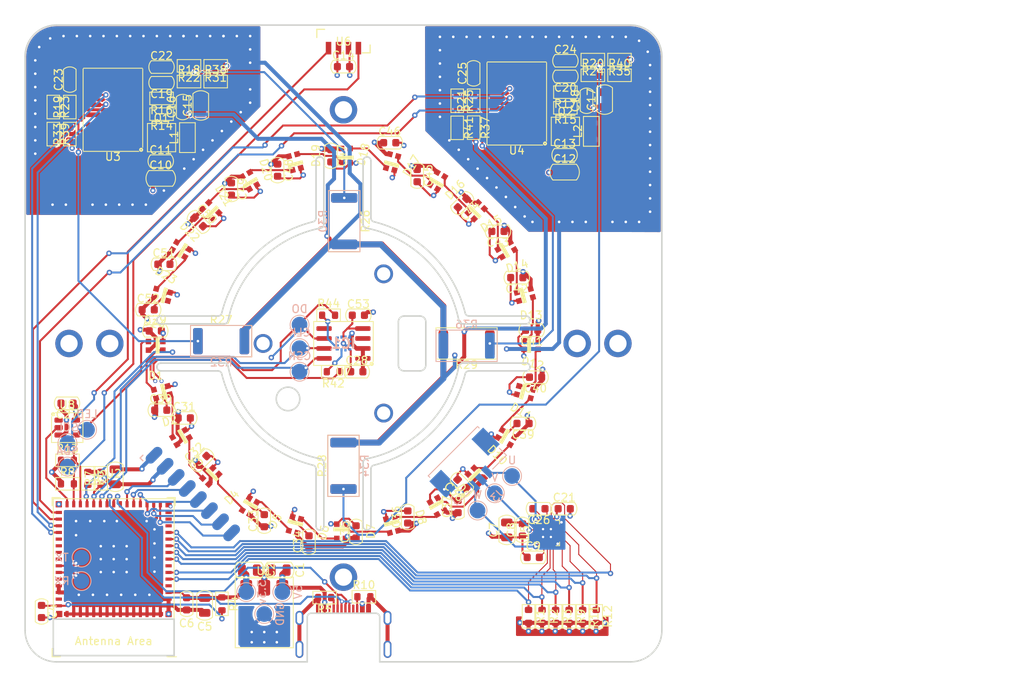
<source format=kicad_pcb>
(kicad_pcb (version 20211014) (generator pcbnew)
  (layers (0 "F.Cu" signal) (1 "In1.Cu" signal) (2 "In2.Cu" signal) (31 "B.Cu" signal) (34 "B.Paste" user) (35 "F.Paste" user) (36 "B.SilkS" user "B.Silkscreen") (37 "F.SilkS" user "F.Silkscreen") (38 "B.Mask" user) (39 "F.Mask" user) (44 "Edge.Cuts" user))
  (net 0 "")
  (net 1 "GND")
  (net 2 "Net-(C9-Pad2)")
  (net 3 "/AVDD")
  (net 4 "Net-(C19-Pad2)")
  (net 5 "Net-(C20-Pad2)")
  (net 6 "Net-(C22-Pad1)")
  (net 7 "Net-(C24-Pad1)")
  (net 8 "Net-(C24-Pad2)")
  (net 9 "/USB_CC1")
  (net 10 "/USB_D-")
  (net 11 "/USB_D+")
  (net 12 "/USB_CC2")
  (net 13 "Net-(C25-Pad1)")
  (net 14 "Net-(C25-Pad2)")
  (net 15 "Net-(C26-Pad1)")
  (net 16 "Net-(C22-Pad2)")
  (net 17 "Net-(C23-Pad2)")
  (net 18 "Net-(C23-Pad1)")
  (net 19 "Net-(D1-Pad1)")
  (net 20 "Net-(D2-Pad1)")
  (net 21 "Net-(D3-Pad1)")
  (net 22 "Net-(L1-Pad1)")
  (net 23 "Net-(Q1-Pad1)")
  (net 24 "Net-(D4-Pad1)")
  (net 25 "Net-(D5-Pad1)")
  (net 26 "Net-(D6-Pad1)")
  (net 27 "Net-(D7-Pad1)")
  (net 28 "Net-(D8-Pad1)")
  (net 29 "/ESP32_EN")
  (net 30 "Net-(D10-Pad3)")
  (net 31 "Net-(D10-Pad1)")
  (net 32 "Net-(D11-Pad1)")
  (net 33 "/LED_DATA_5V")
  (net 34 "/LCD_CMD")
  (net 35 "/LCD_CS")
  (net 36 "Net-(D12-Pad1)")
  (net 37 "/LCD_DATA")
  (net 38 "/LCD_SCK")
  (net 39 "/LCD_RST")
  (net 40 "/MAG_DO")
  (net 41 "/MAG_CLK")
  (net 42 "/MAG_CSN")
  (net 43 "Net-(D13-Pad1)")
  (net 44 "Net-(D14-Pad1)")
  (net 45 "/TMC_UH")
  (net 46 "/TMC_VH")
  (net 47 "/TMC_WH")
  (net 48 "/TMC_UL")
  (net 49 "/TMC_WL")
  (net 50 "/TMC_VL")
  (net 51 "/TMC_DIAG")
  (net 52 "Net-(D15-Pad1)")
  (net 53 "/SDA")
  (net 54 "/SCL")
  (net 55 "Net-(D16-Pad1)")
  (net 67 "Net-(D17-Pad1)")
  (net 68 "Net-(D18-Pad1)")
  (net 69 "Net-(D19-Pad1)")
  (net 70 "Net-(D20-Pad1)")
  (net 71 "Net-(D21-Pad1)")
  (net 72 "Net-(D22-Pad1)")
  (net 73 "Net-(D23-Pad1)")
  (net 75 "/LCD_BL")
  (net 76 "Net-(J3-Pad1)")
  (net 77 "Net-(J3-Pad2)")
  (net 78 "Net-(J3-Pad3)")
  (net 79 "Net-(L2-Pad1)")
  (net 80 "Net-(Q2-Pad1)")
  (net 81 "Net-(R14-Pad2)")
  (net 82 "Net-(R15-Pad2)")
  (net 83 "/IN1A-")
  (net 84 "/IN1B+")
  (net 87 "/IN2A-")
  (net 88 "+5V")
  (net 89 "+3V3")
  (net 90 "/IN2B+")
  (net 91 "/IN1A+")
  (net 92 "/IN1B-")
  (net 93 "/IN2A+")
  (net 94 "/IN2B-")
  (net 95 "Net-(TP3-Pad1)")
  (net 96 "Net-(TP4-Pad1)")
  (net 97 "/STRAIN2_SCK")
  (net 98 "/STRAIN2_DO")
  (net 100 "/STRAIN1_SCK")
  (net 101 "/STRAIN1_DO")
  (net 102 "/LED_DATA")
  (net 118 "Net-(IC1-Pad2)")
  (net 125 "Net-(IC1-Pad12)")
  (footprint "Holes:MountingHole_M1.6" (layer "F.Cu") (at 105.125427 91.1225)
    (fp_text reference "H3" hide)
    (fp_text value "MotorHole")
  )
  (footprint "Holes:MountingHole_M1.6" (layer "F.Cu") (at 105.125427 108.877499)
    (fp_text reference "H1" hide)
    (fp_text value "MotorHole")
  )
  (footprint "Holes:MountingHole_M1.6" (layer "F.Cu") (at 89.749146 100)
    (fp_text reference "H2" hide)
    (fp_text value "MotorHole")
  )
  (footprint "Holes:MountingHole_2.2mm_M2_ISO7380_Pad_NonVirtual" (layer "F.Cu") (at 100 129.8)
    (fp_text reference "H4" hide)
    (fp_text value "MountHole")
  )
  (footprint "Holes:MountingHole_2.2mm_M2_ISO7380_Pad_NonVirtual" (layer "F.Cu") (at 70.2 100)
    (fp_text reference "H5" hide)
    (fp_text value "MountHole")
  )
  (footprint "Holes:MountingHole_2.2mm_M2_ISO7380_Pad_NonVirtual" (layer "F.Cu") (at 100 70.2)
    (fp_text reference "H6" hide)
    (fp_text value "MountHole")
  )
  (footprint "Holes:MountingHole_2.2mm_M2_ISO7380_Pad_NonVirtual" (layer "F.Cu") (at 129.8 100)
    (fp_text reference "H7" hide)
    (fp_text value "MountHole")
  )
  (footprint "GCT_USB:USB4510_NoPaste" (layer "F.Cu") (at 100 140.6)
    (fp_text reference "J2")
    (fp_text value "USB_C_Receptacle_USB2.0")
    (fp_line (start -4.62 0) (end -4.62 -5.7) (layer "Edge.Cuts") (width 0.2))
    (fp_line (start -4.12 -6.2) (end 4.12 -6.2) (layer "Edge.Cuts") (width 0.2))
    (fp_line (start 4.62 0) (end 4.62 -5.7) (layer "Edge.Cuts") (width 0.2))
    (fp_arc (start -4.62 -5.7) (mid -4.473553 -6.053553) (end -4.12 -6.2) (layer "Edge.Cuts") (width 0.2))
    (fp_arc (start 4.12 -6.2) (mid 4.473553 -6.053553) (end 4.62 -5.7) (layer "Edge.Cuts") (width 0.2))
  )
  (footprint "Holes:MountingHole_2.2mm_M2_ISO7380_Pad_NonVirtual" (layer "F.Cu") (at 135 100)
    (fp_text reference "H8" hide)
    (fp_text value "AlignmentHole")
  )
  (footprint "Holes:MountingHole_2.2mm_M2_ISO7380_Pad_NonVirtual" (layer "F.Cu") (at 65 100)
    (fp_text reference "H9" hide)
    (fp_text value "AlignmentHole")
  )
  (footprint "CrumpPrints:WS2812-2020" (layer "F.Cu") (at 76.05 100.3)
    (fp_text reference "D1")
    (fp_text value "WS2812-2020")
  )
  (footprint "Resistor_SMD_AKL:R_0603_1608Metric" (layer "F.Cu") (at 83.7 64.6 180)
    (fp_text reference "R31")
    (fp_text value "1k" hide)
  )
  (footprint "Capacitor_SMD_AKL:C_0603_1608Metric" (layer "F.Cu") (at 116.600004 65.549999 90)
    (fp_text reference "C25")
    (fp_text value "0.1uF" hide)
  )
  (footprint "Capacitor_SMD_AKL:C_0603_1608Metric" (layer "F.Cu") (at 128.299996 63.949996)
    (fp_text reference "C24")
    (fp_text value "0.1uF" hide)
  )
  (footprint "Capacitor_SMD_AKL:C_0603_1608Metric" (layer "F.Cu") (at 128.199995 75.949994)
    (fp_text reference "C13")
    (fp_text value "0.1uF" hide)
  )
  (footprint "Resistor_SMD_AKL:R_0603_1608Metric" (layer "F.Cu") (at 76.800005 70.749996 180)
    (fp_text reference "R14")
    (fp_text value "10k" hide)
  )
  (footprint "Capacitor_SMD_AKL:C_0603_1608Metric" (layer "F.Cu") (at 119.7 85.7 180)
    (fp_text reference "C43")
    (fp_text value "0.1uF" hide)
  )
  (footprint "CrumpPrints:WS2812-2020" (layer "F.Cu") (at 111.975 120.75 120)
    (fp_text reference "D9")
    (fp_text value "WS2812-2020")
  )
  (footprint "Capacitor_SMD_AKL:C_0603_1608Metric" (layer "F.Cu") (at 115.1 117.9 135)
    (fp_text reference "C38")
    (fp_text value "0.1uF" hide)
  )
  (footprint "Resistor_SMD_AKL:R_0603_1608Metric" (layer "F.Cu") (at 83.7 66.6)
    (fp_text reference "R38")
    (fp_text value "1k" hide)
  )
  (footprint "Capacitor_SMD_AKL:C_0603_1608Metric" (layer "F.Cu") (at 101.6 124.025 90)
    (fp_text reference "C35")
    (fp_text value "0.1uF" hide)
  )
  (footprint "Resistor_SMD_AKL:R_0603_1608Metric" (layer "F.Cu") (at 98.7 103.6 180)
    (fp_text reference "R42")
    (fp_text value "2.7k" hide)
  )
  (footprint "Resistor_SMD_AKL:R_0603_1608Metric" (layer "F.Cu") (at 127.05 134.8 -90)
    (fp_text reference "R3")
    (fp_text value "10k" hide)
  )
  (footprint "Resistor_SMD_AKL:R_0603_1608Metric" (layer "F.Cu") (at 131.799999 63.799998 180)
    (fp_text reference "R24")
    (fp_text value "100" hide)
  )
  (footprint "CrumpPrints:WS2812-2020" (layer "F.Cu") (at 106.2 76.875 -105)
    (fp_text reference "D18")
    (fp_text value "WS2812-2020")
  )
  (footprint "CrumpPrints:WS2812-2020" (layer "F.Cu") (at 99.7 123.95 90)
    (fp_text reference "D7")
    (fp_text value "WS2812-2020")
  )
  (footprint "Package_TO_SOT_SMD_AKL:SOT-223-3_TabPin2" (layer "F.Cu") (at 89.9 134.3 -90)
    (fp_text reference "U1")
    (fp_text value "AP2114HA-3.3" hide)
  )
  (footprint "Resistor_SMD_AKL:R_0603_1608Metric" (layer "F.Cu") (at 64.8 114.9)
    (fp_text reference "R13")
    (fp_text value "2.2k" hide)
  )
  (footprint "Capacitor_SMD_AKL:C_0603_1608Metric" (layer "F.Cu") (at 79.500002 69.850003 90)
    (fp_text reference "C16")
    (fp_text value "0.1uF" hide)
  )
  (footprint "Capacitor_SMD_AKL:C_0603_1608Metric" (layer "F.Cu") (at 76.799997 64.749995)
    (fp_text reference "C22")
    (fp_text value "0.1uF" hide)
  )
  (footprint "CrumpPrints:WS2812-2020" (layer "F.Cu") (at 88.025 79.25 -60)
    (fp_text reference "D21")
    (fp_text value "WS2812-2020")
  )
  (footprint "CrumpPrints:WS2812-2020" (layer "F.Cu") (at 93.8 123.125 75)
    (fp_text reference "D6")
    (fp_text value "WS2812-2020")
  )
  (footprint "Resistor_SMD_AKL:R_0603_1608Metric" (layer "F.Cu") (at 114.500001 69.049995 -90)
    (fp_text reference "R25")
    (fp_text value "100" hide)
  )
  (footprint "CrumpPrints:WS2812-2020" (layer "F.Cu") (at 83.075 83.075 -45)
    (fp_text reference "D22")
    (fp_text value "WS2812-2020")
  )
  (footprint "Capacitor_SMD_AKL:C_0603_1608Metric" (layer "F.Cu") (at 122.9 110.2 180)
    (fp_text reference "C39")
    (fp_text value "0.1uF" hide)
  )
  (footprint "Capacitor_SMD_AKL:C_0805_2012Metric" (layer "F.Cu") (at 128.199999 78.149993)
    (fp_text reference "C12")
    (fp_text value "10uF" hide)
  )
  (footprint "Package_TO_SOT_SMD_AKL:SOT-23" (layer "F.Cu") (at 128.300002 72.949997)
    (fp_text reference "Q2")
    (fp_text value "MMBT4403" hide)
  )
  (footprint "Capacitor_SMD_AKL:C_0603_1608Metric" (layer "F.Cu") (at 80 133.2 -90)
    (fp_text reference "C6")
    (fp_text value "0.1uF" hide)
  )
  (footprint "BOM_Only:bom_only_no_pin" (layer "F.Cu") (at 177.1 70.8)
    (fp_text reference "Z1")
    (fp_text value "RotorScrew (BOM-only)")
  )
  (footprint "Resistor_SMD_AKL:R_0603_1608Metric" (layer "F.Cu") (at 102.6 132.3)
    (fp_text reference "R10")
    (fp_text value "5.1k" hide)
  )
  (footprint "Capacitor_SMD_AKL:C_0805_2012Metric" (layer "F.Cu") (at 133.3 68.9 90)
    (fp_text reference "C17")
    (fp_text value "10uF" hide)
  )
  (footprint "Resistor_SMD_AKL:R_0603_1608Metric" (layer "F.Cu") (at 123.6 134.8 -90)
    (fp_text reference "R1")
    (fp_text value "10k" hide)
  )
  (footprint "Resistor_SMD_AKL:R_0603_1608Metric" (layer "F.Cu") (at 98.1 96.4)
    (fp_text reference "R44")
    (fp_text value "2.7k" hide)
  )
  (footprint "Resistor_SMD_AKL:R_0603_1608Metric" (layer "F.Cu") (at 65.1 73.3 90)
    (fp_text reference "R33")
    (fp_text value "1k" hide)
  )
  (footprint "Capacitor_SMD_AKL:C_0603_1608Metric" (layer "F.Cu") (at 101.9 96.4)
    (fp_text reference "C53")
    (fp_text value "1uF" hide)
  )
  (footprint "Resistor_SMD_AKL:R_0603_1608Metric" (layer "F.Cu") (at 80.3 66.6)
    (fp_text reference "R18")
    (fp_text value "100" hide)
  )
  (footprint "CrumpPrints:WS2812-2020" (layer "F.Cu") (at 111.975 79.25 -120)
    (fp_text reference "D17")
    (fp_text value "WS2812-2020")
  )
  (footprint "Capacitor_SMD_AKL:C_0805_2012Metric" (layer "F.Cu") (at 81.800003 69.649999 90)
    (fp_text reference "C15")
    (fp_text value "10uF" hide)
  )
  (footprint "Capacitor_SMD_AKL:C_0805_2012Metric" (layer "F.Cu") (at 82.3 133.4 -90)
    (fp_text reference "C5")
    (fp_text value "10uF" hide)
  )
  (footprint "Capacitor_SMD_AKL:C_0603_1608Metric" (layer "F.Cu") (at 76.799999 66.749991 180)
    (fp_text reference "C19")
    (fp_text value "0.1uF" hide)
  )
  (footprint "BOM_Only:bom_only_no_pin" (layer "F.Cu") (at 177.4 73.4)
    (fp_text reference "Z3")
    (fp_text value "RotorScrew (BOM-only)")
  )
  (footprint "Resistor_SMD_AKL:R_0603_1608Metric" (layer "F.Cu") (at 84.5 133.2 -90)
    (fp_text reference "R4")
    (fp_text value "10k" hide)
  )
  (footprint "Capacitor_SMD_AKL:C_0603_1608Metric" (layer "F.Cu") (at 61.5 134.175001 -90)
    (fp_text reference "C4")
    (fp_text value "1uF" hide)
  )
  (footprint "Resistor_SMD_AKL:R_0603_1608Metric" (layer "F.Cu") (at 128.775 134.8 -90)
    (fp_text reference "R9")
    (fp_text value "10k" hide)
  )
  (footprint "Capacitor_SMD_AKL:C_0603_1608Metric" (layer "F.Cu") (at 91.6 77.9 -90)
    (fp_text reference "C48")
    (fp_text value "0.1uF" hide)
  )
  (footprint "Resistor_SMD_AKL:R_0603_1608Metric" (layer "F.Cu") (at 65.100001 69.849998 90)
    (fp_text reference "R19")
    (fp_text value "100" hide)
  )
  (footprint "Capacitor_SMD_AKL:C_0603_1608Metric" (layer "F.Cu") (at 128.15 121.075)
    (fp_text reference "C21")
    (fp_text value "0.1uF" hide)
  )
  (footprint "Capacitor_SMD_AKL:C_0805_2012Metric" (layer "F.Cu") (at 76.699999 78.949995)
    (fp_text reference "C10")
    (fp_text value "10uF" hide)
  )
  (footprint "BOM_Only:bom_only_no_pin" (layer "F.Cu") (at 177.69119 75.5)
    (fp_text reference "Z2")
    (fp_text value "RotorScrew (BOM-only)")
  )
  (footprint "Capacitor_SMD_AKL:C_0603_1608Metric" (layer "F.Cu") (at 77.1 89.9)
    (fp_text reference "C51")
    (fp_text value "0.1uF" hide)
  )
  (footprint "CrumpPrints:WS2812-2020" (layer "F.Cu") (at 106.2 123.125 105)
    (fp_text reference "D8")
    (fp_text value "WS2812-2020")
  )
  (footprint "Inductor_SMD_AKL:L_0805_2012Metric" (layer "F.Cu") (at 80.099998 73.749994 90)
    (fp_text reference "L1")
    (fp_text value "3.3uH" hide)
  )
  (footprint "Espressif:ESP32-S3-MINI-1" (layer "F.Cu") (at 70.7 127.5 180)
    (fp_text reference "U2")
    (fp_text value "ESP32-S3-MINI-1")
  )
  (footprint "BOM_Only:bom_only_no_pin" (layer "F.Cu") (at 177.2 68.1)
    (fp_text reference "Z5")
    (fp_text value "BLDCMotor")
  )
  (footprint "Resistor_SMD_AKL:R_0603_1608Metric" (layer "F.Cu") (at 116.6 72.475 -90)
    (fp_text reference "R37")
    (fp_text value "1k" hide)
  )
  (footprint "Resistor_SMD_AKL:R_0603_1608Metric" (layer "F.Cu") (at 69.1 117.2 90)
    (fp_text reference "R7")
    (fp_text value "2.2k" hide)
  )
  (footprint "CrumpPrints:WS2812-2020" (layer "F.Cu") (at 76.85 106.2 15)
    (fp_text reference "D2")
    (fp_text value "WS2812-2020")
  )
  (footprint "Modified:QFN-20-1EP_3x3mm_P0.4mm_EP1.65x1.65mm_ThermalVias_LargerViaHoles" (layer "F.Cu") (at 125.95 124.175 90)
    (fp_text reference "U5")
    (fp_text value "TMC6300")
  )
  (footprint "Capacitor_SMD_AKL:C_0603_1608Metric" (layer "F.Cu") (at 114.6 120.8 90)
    (fp_text reference "C37")
    (fp_text value "0.1uF" hide)
  )
  (footprint "Resistor_SMD_AKL:R_0603_1608Metric" (layer "F.Cu") (at 131.799999 65.799997)
    (fp_text reference "R20")
    (fp_text value "100" hide)
  )
  (footprint "CrumpPrints:WS2812-2020" (layer "F.Cu") (at 116.925 116.925 135)
    (fp_text reference "D10")
    (fp_text value "WS2812-2020")
  )
  (footprint "Capacitor_SMD_AKL:C_0603_1608Metric" (layer "F.Cu") (at 100 64.7)
    (fp_text reference "C14")
    (fp_text value "0.1uF" hide)
  )
  (footprint "Resistor_SMD_AKL:R_0603_1608Metric" (layer "F.Cu") (at 130.5 134.8 -90)
    (fp_text reference "R11")
    (fp_text value "10k" hide)
  )
  (footprint "Capacitor_SMD_AKL:C_0805_2012Metric" (layer "F.Cu") (at 88 128.9)
    (fp_text reference "C2")
    (fp_text value "10uF" hide)
  )
  (footprint "Resistor_SMD_AKL:R_0603_1608Metric" (layer "F.Cu") (at 135.199997 63.799998 180)
    (fp_text reference "R35")
    (fp_text value "1k" hide)
  )
  (footprint "CrumpPrints:WS2812-2020" (layer "F.Cu") (at 76.875 93.8 -15)
    (fp_text reference "D24")
    (fp_text value "WS2812-2020")
  )
  (footprint "Resistor_SMD_AKL:R_0603_1608Metric" (layer "F.Cu") (at 125.325 134.8 -90)
    (fp_text reference "R2")
    (fp_text value "10k" hide)
  )
  (footprint "Capacitor_SMD_AKL:C_0603_1608Metric" (layer "F.Cu") (at 124.2 127.275)
    (fp_text reference "C9")
    (fp_text value "0.1uF" hide)
  )
  (footprint "Capacitor_SMD_AKL:C_0603_1608Metric" (layer "F.Cu") (at 76.699998 76.749997)
    (fp_text reference "C11")
    (fp_text value "0.1uF" hide)
  )
  (footprint "VEML7700:VEML7700-TOP" (layer "F.Cu") (at 100 60.9875)
    (fp_text reference "U6")
    (fp_text value "VEML7700")
  )
  (footprint "Resistor_SMD_AKL:R_2512_6332Metric" (layer "F.Cu") (at 84.4 99.7)
    (fp_text reference "R27")
    (fp_text value "1K" hide)
  )
  (footprint "Resistor_SMD_AKL:R_0603_1608Metric" (layer "F.Cu") (at 97.6 132.4 180)
    (fp_text reference "R5")
    (fp_text value "5.1k" hide)
  )
  (footprint "Capacitor_SMD_AKL:C_0603_1608Metric" (layer "F.Cu") (at 75.1 95.7)
    (fp_text reference "C52")
    (fp_text value "0.1uF" hide)
  )
  (footprint "CrumpPrints:WS2812-2020" (layer "F.Cu") (at 120.75 88.025 -150)
    (fp_text reference "D15")
    (fp_text value "WS2812-2020")
  )
  (footprint "Resistor_SMD_AKL:R_2512_6332Metric" (layer "F.Cu") (at 100.1 84.4 -90)
    (fp_text reference "R26")
    (fp_text value "1K" hide)
  )
  (footprint "BOM_Only:bom_only_no_pin" (layer "F.Cu") (at 177 65.7)
    (fp_text reference "Z4")
    (fp_text value "WatchGlass39.5mm")
  )
  (footprint "CrumpPrints:WS2812-2020" (layer "F.Cu") (at 123.925 100.2 180)
    (fp_text reference "D13")
    (fp_text value "WS2812-2020")
  )
  (footprint "Resistor_SMD_AKL:R_0603_1608Metric" (layer "F.Cu") (at 114.500001 72.499999 -90)
    (fp_text reference "R41")
    (fp_text value "1k" hide)
  )
  (footprint "Capacitor_SMD_AKL:C_0603_1608Metric" (layer "F.Cu") (at 124.925 121.075 180)
    (fp_text reference "C26")
    (fp_text value "0.1uF" hide)
  )
  (footprint "CrumpPrints:WS2812-2020" (layer "F.Cu") (at 100.3 76.05 -90)
    (fp_text reference "D19")
    (fp_text value "WS2812-2020")
  )
  (footprint "Capacitor_SMD_AKL:C_0603_1608Metric" (layer "F.Cu") (at 76 98.4)
    (fp_text reference "C29")
    (fp_text value "0.1uF" hide)
  )
  (footprint "Resistor_SMD_AKL:R_2512_6332Metric" (layer "F.Cu") (at 115.7 100 180)
    (fp_text reference "R29")
    (fp_text value "1K" hide)
  )
  (footprint "Capacitor_SMD_AKL:C_0805_2012Metric" (layer "F.Cu") (at 120.825 123.775 90)
    (fp_text reference "C7")
    (fp_text value "22uF" hide)
  )
  (footprint "Capacitor_SMD_AKL:C_0603_1608Metric" (layer "F.Cu") (at 109.4 78.6 -90)
    (fp_text reference "C45")
    (fp_text value "0.1uF" hide)
  )
  (footprint "Resistor_SMD_AKL:R_0603_1608Metric" (layer "F.Cu") (at 67.4 117.2 -90)
    (fp_text reference "R6")
    (fp_text value "2.2k" hide)
  )
  (footprint "Capacitor_SMD_AKL:C_0603_1608Metric" (layer "F.Cu") (at 122.825 123.775 90)
    (fp_text reference "C8")
    (fp_text value "0.1uF" hide)
  )
  (footprint "Resistor_SMD_AKL:R_0603_1608Metric" (layer "F.Cu") (at 132.225 134.8 -90)
    (fp_text reference "R12")
    (fp_text value "10k" hide)
  )
  (footprint "Package_SO_AKL:SOIC-16_3.9x9.9mm_P1.27mm" (layer "F.Cu") (at 70.6 70.2 180)
    (fp_text reference "U3")
    (fp_text value "HX711" hide)
  )
  (footprint "CrumpPrints:WS2812-2020" (layer "F.Cu") (at 88.025 120.75 60)
    (fp_text reference "D5")
    (fp_text value "WS2812-2020")
  )
  (footprint "Capacitor_SMD_AKL:C_0603_1608Metric" (layer "F.Cu") (at 101.7 103.6)
    (fp_text reference "C28")
    (fp_text value "0.1uF" hide)
  )
  (footprint "Resistor_SMD_AKL:R_0603_1608Metric" (layer "F.Cu") (at 63 73.3 -90)
    (fp_text reference "R39")
    (fp_text value "1k" hide)
  )
  (footprint "Capacitor_SMD_AKL:C_0603_1608Metric" (layer "F.Cu") (at 65.100003 66.350001 90)
    (fp_text reference "C23")
    (fp_text value "0.1uF" hide)
  )
  (footprint "Resistor_SMD_AKL:R_0603_1608Metric" (layer "F.Cu") (at 64.8 117.9)
    (fp_text reference "R8")
    (fp_text value "2.2k" hide)
  )
  (footprint "Capacitor_SMD_AKL:C_0603_1608Metric" (layer "F.Cu") (at 122.1 91.6 180)
    (fp_text reference "C42")
    (fp_text value "0.1uF" hide)
  )
  (footprint "Capacitor_SMD_AKL:C_0603_1608Metric" (layer "F.Cu") (at 124 98.3 180)
    (fp_text reference "C41")
    (fp_text value "0.1uF" hide)
  )
  (footprint "view_custom:ViewKeepouts3d" (layer "F.Cu") (at 100 100)
    (fp_text reference "Z6" hide)
    (fp_text value "dummy_keepouts")
  )
  (footprint "Capacitor_SMD_AKL:C_0603_1608Metric" (layer "F.Cu") (at 85.7 80.3 -90)
    (fp_text reference "C49")
    (fp_text value "0.1uF" hide)
  )
  (footprint "CrumpPrints:WS2812-2020" (layer "F.Cu") (at 79.275 111.975 30)
    (fp_text reference "D3")
    (fp_text value "WS2812-2020")
  )
  (footprint "Inductor_SMD_AKL:L_0805_2012Metric" (layer "F.Cu") (at 131.599994 72.949993 90)
    (fp_text reference "L2")
    (fp_text value "3.3uH" hide)
  )
  (footprint "Capacitor_SMD_AKL:C_0603_1608Metric" (layer "F.Cu") (at 131.000001 69.050002 90)
    (fp_text reference "C18")
    (fp_text value "0.1uF" hide)
  )
  (footprint "CrumpPrints:WS2812-2020" (layer "F.Cu") (at 83.075 116.925 45)
    (fp_text reference "D4")
    (fp_text value "WS2812-2020")
  )
  (footprint "Capacitor_SMD_AKL:C_0603_1608Metric" (layer "F.Cu") (at 98.4 76.075 -90)
    (fp_text reference "C47")
    (fp_text value "0.1uF" hide)
  )
  (footprint "Capacitor_SMD_AKL:C_0805_2012Metric" (layer "F.Cu") (at 70.9 117 90)
    (fp_text reference "C3")
    (fp_text value "10uF" hide)
  )
  (footprint "Capacitor_SMD_AKL:C_0603_1608Metric" (layer "F.Cu") (at 81.55 84.5 -45)
    (fp_text reference "C50")
    (fp_text value "0.1uF" hide)
  )
  (footprint "CrumpPrints:WS2812-2020" (layer "F.Cu") (at 93.8 76.875 -75)
    (fp_text reference "D20")
    (fp_text value "WS2812-2020")
  )
  (footprint "CrumpPrints:WS2812-2020" (layer "F.Cu") (at 123.125 93.8 -165)
    (fp_text reference "D14")
    (fp_text value "WS2812-2020")
  )
  (footprint "Package_TO_SOT_SMD_AKL:SOT-23-5" (layer "F.Cu") (at 64.775 110.725)
    (fp_text reference "U8")
    (fp_text value "SN74LV1T34DBV" hide)
  )
  (footprint "Capacitor_SMD_AKL:C_0603_1608Metric" (layer "F.Cu") (at 64.75 107.625 180)
    (fp_text reference "C27")
    (fp_text value "0.1uF" hide)
  )
  (footprint "Capacitor_SMD_AKL:C_0805_2012Metric" (layer "F.Cu") (at 91.8 128.9 180)
    (fp_text reference "C1")
    (fp_text value "10uF" hide)
  )
  (footprint "CrumpPrints:WS2812-2020" (layer "F.Cu") (at 116.925 83.075 -135)
    (fp_text reference "D16")
    (fp_text value "WS2812-2020")
  )
  (footprint "Resistor_SMD_AKL:R_0603_1608Metric" (layer "F.Cu") (at 128.300005 69.949994 180)
    (fp_text reference "R15")
    (fp_text value "10k" hide)
  )
  (footprint "Resistor_SMD_AKL:R_2512_6332Metric" (layer "F.Cu") (at 100 115.6 90)
    (fp_text reference "R28")
    (fp_text value "1K" hide)
  )
  (footprint "Package_TO_SOT_SMD_AKL:SOT-23" (layer "F.Cu") (at 76.800001 73.749997)
    (fp_text reference "Q1")
    (fp_text value "MMBT4403" hide)
  )
  (footprint "Resistor_SMD_AKL:R_0603_1608Metric" (layer "F.Cu") (at 116.6 69.049999 90)
    (fp_text reference "R21")
    (fp_text value "100" hide)
  )
  (footprint "Capacitor_SMD_AKL:C_0603_1608Metric" (layer "F.Cu") (at 79.7 109.5)
    (fp_text reference "C31")
    (fp_text value "0.1uF" hide)
  )
  (footprint "Resistor_SMD_AKL:R_0603_1608Metric" (layer "F.Cu") (at 135.200001 65.799997)
    (fp_text reference "R40")
    (fp_text value "1k" hide)
  )
  (footprint "CrumpPrints:WS2812-2020" (layer "F.Cu") (at 120.75 111.975 150)
    (fp_text reference "D11")
    (fp_text value "WS2812-2020")
  )
  (footprint "Resistor_SMD_AKL:R_0603_1608Metric" (layer "F.Cu") (at 63.000001 69.849997 -90)
    (fp_text reference "R23")
    (fp_text value "100" hide)
  )
  (footprint "Package_SO_AKL:SOIC-16_3.9x9.9mm_P1.27mm" (layer "F.Cu") (at 122.1 69.4 180)
    (fp_text reference "U4")
    (fp_text value "HX711" hide)
  )
  (footprint "Capacitor_SMD_AKL:C_0603_1608Metric" (layer "F.Cu") (at 115.15 82.1 -135)
    (fp_text reference "C44")
    (fp_text value "0.1uF" hide)
  )
  (footprint "Capacitor_SMD_AKL:C_0603_1608Metric" (layer "F.Cu") (at 105.9 74.4)
    (fp_text reference "C46")
    (fp_text value "0.1uF" hide)
  )
  (footprint "Resistor_SMD_AKL:R_0603_1608Metric" (layer "F.Cu") (at 128.299998 67.95 180)
    (fp_text reference "R17")
    (fp_text value "8.2k" hide)
  )
  (footprint "Resistor_SMD_AKL:R_0603_1608Metric" (layer "F.Cu") (at 80.3 64.6 180)
    (fp_text reference "R22")
    (fp_text value "100" hide)
  )
  (footprint "Capacitor_SMD_AKL:C_0603_1608Metric" (layer "F.Cu") (at 108.2 122.125 90)
    (fp_text reference "C36")
    (fp_text value "0.1uF" hide)
  )
  (footprint "Capacitor_SMD_AKL:C_0603_1608Metric" (layer "F.Cu") (at 89.9 122.6 90)
    (fp_text reference "C33")
    (fp_text value "0.1uF" hide)
  )
  (footprint "Package_SO_AKL:SOIC-8_3.9x4.9mm_P1.27mm" (layer "F.Cu") (at 100 100 180)
    (fp_text reference "U7")
    (fp_text value "MT6701-CT" hide)
  )
  (footprint "CrumpPrints:WS2812-2020" (layer "F.Cu") (at 123.125 106.2 165)
    (fp_text reference "D12")
    (fp_text value "WS2812-2020")
  )
  (footprint "Capacitor_SMD_AKL:C_0603_1608Metric" (layer "F.Cu") (at 95.6 125.3 90)
    (fp_text reference "C34")
    (fp_text value "0.1uF" hide)
  )
  (footprint "Resistor_SMD_AKL:R_0603_1608Metric" (layer "F.Cu") (at 76.8 68.75 180)
    (fp_text reference "R16")
    (fp_text value "8.2k" hide)
  )
  (footprint "Capacitor_SMD_AKL:C_0603_1608Metric" (layer "F.Cu") (at 82 114.9 45)
    (fp_text reference "C32")
    (fp_text value "0.1uF" hide)
  )
  (footprint "Capacitor_SMD_AKL:C_0603_1608Metric" (layer "F.Cu") (at 124.5 104.3 180)
    (fp_text reference "C40")
    (fp_text value "0.1uF" hide)
  )
  (footprint "Capacitor_SMD_AKL:C_0603_1608Metric" (layer "F.Cu") (at 76.7 108.5)
    (fp_text reference "C30")
    (fp_text value "0.1uF" hide)
  )
  (footprint "Capacitor_SMD_AKL:C_0603_1608Metric" (layer "F.Cu") (at 128.299998 65.949991 180)
    (fp_text reference "C20")
    (fp_text value "0.1uF" hide)
  )
  (footprint "CrumpPrints:WS2812-2020" (layer "F.Cu") (at 79.25 88.025 -30)
    (fp_text reference "D23")
    (fp_text value "WS2812-2020")
  )
  (footprint "Modified:TestPoint_Pad_D2.0mm_ValueSilk" (layer "B.Cu") (at 64.8 112.7 180)
    (fp_text reference "TP7" hide)
    (fp_text value "SCL" hide)
  )
  (footprint "Modified:TestPoint_Pad_D2.0mm_ValueSilk" (layer "B.Cu") (at 64.8 115.7 180)
    (fp_text reference "TP6" hide)
    (fp_text value "SDA" hide)
  )
  (footprint "Modified:TestPoint_Pad_D2.0mm_ValueSilk" (layer "B.Cu") (at 117.1 121.3 180)
    (fp_text reference "TP10" hide)
    (fp_text value "W" hide)
  )
  (footprint "KiCad:MXC6655XA" (layer "B.Cu") (at 100 100)
    (fp_text reference "IC1")
    (fp_text value "MXC6655XA" hide)
  )
  (footprint "Resistor_SMD_AKL:R_2512_6332Metric" (layer "B.Cu") (at 84.4 99.7)
    (fp_text reference "R32")
    (fp_text value "1K" hide)
  )
  (footprint "Modified:TestPoint_Pad_D2.0mm_ValueSilk" (layer "B.Cu") (at 66.6 130.3 180)
    (fp_text reference "TP4" hide)
    (fp_text value "RX" hide)
  )
  (footprint "Modified:TestPoint_Pad_D2.0mm_ValueSilk" (layer "B.Cu") (at 94.4 97.6 180)
    (fp_text reference "TP14" hide)
    (fp_text value "DO" hide)
  )
  (footprint "Modified:TestPoint_Pad_D2.0mm_ValueSilk" (layer "B.Cu") (at 92.2 131.7 90)
    (fp_text reference "TP1" hide)
    (fp_text value "5V" hide)
  )
  (footprint "Modified:TestPoint_Pad_D2.0mm_ValueSilk" (layer "B.Cu") (at 66.6 127.3 180)
    (fp_text reference "TP3" hide)
    (fp_text value "TX" hide)
  )
  (footprint "Resistor_SMD_AKL:R_2512_6332Metric" (layer "B.Cu") (at 115.7 100.3 180)
    (fp_text reference "R36")
    (fp_text value "1K" hide)
  )
  (footprint "Modified:TestPoint_Pad_D2.0mm_ValueSilk" (layer "B.Cu") (at 121.5 116.9 180)
    (fp_text reference "TP8" hide)
    (fp_text value "U" hide)
  )
  (footprint "Modified:TestPoint_Pad_D2.0mm_ValueSilk" (layer "B.Cu") (at 87.6 131.7 90)
    (fp_text reference "TP2" hide)
    (fp_text value "3.3v" hide)
  )
  (footprint "Resistor_SMD_AKL:R_2512_6332Metric" (layer "B.Cu") (at 100.1 84.4 -90)
    (fp_text reference "R30")
    (fp_text value "1K" hide)
  )
  (footprint "Modified:TestPoint_Pad_D2.0mm_ValueSilk" (layer "B.Cu") (at 94.4 100.6 180)
    (fp_text reference "TP13" hide)
    (fp_text value "CLK" hide)
  )
  (footprint "Modified:TestPoint_Pad_D2.0mm_ValueSilk" (layer "B.Cu") (at 67.3 111 180)
    (fp_text reference "TP11" hide)
    (fp_text value "LED" hide)
  )
  (footprint "Modified:TestPoint_Pad_D2.0mm_ValueSilk" (layer "B.Cu") (at 119.3 119.1 180)
    (fp_text reference "TP9" hide)
    (fp_text value "V" hide)
  )
  (footprint "Modified:TestPoint_Pad_D2.0mm_ValueSilk" (layer "B.Cu") (at 94.4 103.6 180)
    (fp_text reference "TP12" hide)
    (fp_text value "CSN" hide)
  )
  (footprint "Molex:532610371" (layer "B.Cu") (at 116.607107 118.145649 45)
    (fp_text reference "J3")
    (fp_text value "BLDC")
  )
  (footprint "SolderPads:SolderPads_2mm_8" (layer "B.Cu") (at 75.838165 114.250253 -45)
    (fp_text reference "J1" hide)
    (fp_text value "LCD")
  )
  (footprint "Modified:TestPoint_Pad_D2.0mm_ValueSilk" (layer "B.Cu") (at 89.9 134.5 90)
    (fp_text reference "TP5" hide)
    (fp_text value "GND" hide)
  )
  (footprint "Resistor_SMD_AKL:R_2512_6332Metric" (layer "B.Cu") (at 100 115.6 90)
    (fp_text reference "R34")
    (fp_text value "1K" hide)
  )
  (gr_line (start 84.793094 102.499999) (end 76.709801 102.499999) (layer "Edge.Cuts") (width 0.2))
  (gr_line (start 96.5 116.00781) (end 96.5 123.290199) (layer "Edge.Cuts") (width 0.2))
  (gr_line (start 97.5 123.290199) (end 97.500001 115.206906) (layer "Edge.Cuts") (width 0.2))
  (gr_arc (start 103.499999 116.00781) (mid 103.605914 115.700081) (end 103.878787 115.522725) (layer "Edge.Cuts") (width 0.2))
  (gr_arc (start 97.5 123.290199) (mid 97 123.790199) (end 96.5 123.290199) (layer "Edge.Cuts") (width 0.2))
  (gr_arc (start 114.71636 102.903226) (mid 110.606601 110.606601) (end 102.903225 114.71636) (layer "Edge.Cuts") (width 0.2))
  (gr_arc (start 114.716361 102.903226) (mid 114.889406 102.613745) (end 115.206906 102.5) (layer "Edge.Cuts") (width 0.2))
  (gr_arc (start 115.522725 103.878788) (mid 111.313708 111.313709) (end 103.878787 115.522725) (layer "Edge.Cuts") (width 0.2))
  (gr_arc (start 110.499999 102.75) (mid 110.280329 103.28033) (end 109.749999 103.5) (layer "Edge.Cuts") (width 0.2))
  (gr_arc (start 115.522726 103.878787) (mid 115.700082 103.605915) (end 116.00781 103.5) (layer "Edge.Cuts") (width 0.2))
  (gr_line (start 110.499999 102.75) (end 110.499999 97.250001) (layer "Edge.Cuts") (width 0.2))
  (gr_arc (start 123.290199 96.500001) (mid 123.790199 97.000001) (end 123.290199 97.500001) (layer "Edge.Cuts") (width 0.2))
  (gr_arc (start 103.499999 123.290199) (mid 102.999999 123.790199) (end 102.499999 123.290199) (layer "Edge.Cuts") (width 0.2))
  (gr_line (start 103.499999 123.290199) (end 103.499999 116.00781) (layer "Edge.Cuts") (width 0.2))
  (gr_arc (start 109.749999 96.500001) (mid 110.280329 96.719671) (end 110.499999 97.250001) (layer "Edge.Cuts") (width 0.2))
  (gr_line (start 109.749999 96.500001) (end 107.749999 96.500001) (layer "Edge.Cuts") (width 0.2))
  (gr_arc (start 106.999999 97.250001) (mid 107.219669 96.719671) (end 107.749999 96.500001) (layer "Edge.Cuts") (width 0.2))
  (gr_line (start 106.999999 97.250001) (end 106.999999 102.75) (layer "Edge.Cuts") (width 0.2))
  (gr_circle (center 92.928933 107.071067) (end 94.428933 107.071067) (layer "Edge.Cuts") (width 0.2) (fill none))
  (gr_line (start 116.00781 103.5) (end 123.290199 103.5) (layer "Edge.Cuts") (width 0.2))
  (gr_arc (start 107.749999 103.5) (mid 107.219669 103.28033) (end 106.999999 102.75) (layer "Edge.Cuts") (width 0.2))
  (gr_arc (start 102.903226 85.28364) (mid 110.606601 89.393399) (end 114.71636 97.096775) (layer "Edge.Cuts") (width 0.2))
  (gr_line (start 115.206906 97.500001) (end 123.290199 97.500001) (layer "Edge.Cuts") (width 0.2))
  (gr_arc (start 96.121212 115.522725) (mid 88.686291 111.313708) (end 84.477275 103.878787) (layer "Edge.Cuts") (width 0.2))
  (gr_arc (start 115.206906 97.500002) (mid 114.889405 97.386257) (end 114.71636 97.096775) (layer "Edge.Cuts") (width 0.2))
  (gr_arc (start 102.499998 115.206906) (mid 102.613743 114.889405) (end 102.903225 114.71636) (layer "Edge.Cuts") (width 0.2))
  (gr_arc (start 140.6 136.599999) (mid 139.428427 139.428426) (end 136.6 140.599999) (layer "Edge.Cuts") (width 0.2))
  (gr_line (start 123.290199 102.5) (end 115.206906 102.5) (layer "Edge.Cuts") (width 0.2))
  (gr_arc (start 76.709801 103.499999) (mid 76.209801 102.999999) (end 76.709801 102.499999) (layer "Edge.Cuts") (width 0.2))
  (gr_arc (start 97.096774 114.71636) (mid 89.393399 110.606601) (end 85.28364 102.903225) (layer "Edge.Cuts") (width 0.2))
  (gr_arc (start 83.99219 103.499999) (mid 84.299919 103.605914) (end 84.477275 103.878787) (layer "Edge.Cuts") (width 0.2))
  (gr_arc (start 97.096774 114.71636) (mid 97.386256 114.889405) (end 97.500001 115.206906) (layer "Edge.Cuts") (width 0.2))
  (gr_line (start 76.709801 103.499999) (end 83.99219 103.499999) (layer "Edge.Cuts") (width 0.2))
  (gr_line (start 102.499999 115.206906) (end 102.499999 123.290199) (layer "Edge.Cuts") (width 0.2))
  (gr_arc (start 84.793094 102.499998) (mid 85.110595 102.613743) (end 85.28364 102.903225) (layer "Edge.Cuts") (width 0.2))
  (gr_line (start 107.749999 103.5) (end 109.749999 103.5) (layer "Edge.Cuts") (width 0.2))
  (gr_arc (start 102.903226 85.283639) (mid 102.613745 85.110594) (end 102.5 84.793094) (layer "Edge.Cuts") (width 0.2))
  (gr_line (start 123.290199 96.500001) (end 116.00781 96.500001) (layer "Edge.Cuts") (width 0.2))
  (gr_arc (start 123.290199 102.5) (mid 123.790199 103) (end 123.290199 103.5) (layer "Edge.Cuts") (width 0.2))
  (gr_arc (start 96.121213 115.522726) (mid 96.394085 115.700082) (end 96.5 116.00781) (layer "Edge.Cuts") (width 0.2))
  (gr_arc (start 59.400001 63.4) (mid 60.571574 60.571573) (end 63.400001 59.4) (layer "Edge.Cuts") (width 0.2))
  (gr_arc (start 136.6 59.4) (mid 139.428427 60.571573) (end 140.6 63.4) (layer "Edge.Cuts") (width 0.2))
  (gr_line (start 59.400001 136.599999) (end 59.400001 63.4) (layer "Edge.Cuts") (width 0.2))
  (gr_line (start 136.6 140.599999) (end 104.619999 140.6) (layer "Edge.Cuts") (width 0.2))
  (gr_line (start 95.38 140.6) (end 63.400001 140.599999) (layer "Edge.Cuts") (width 0.2))
  (gr_arc (start 63.400001 140.599999) (mid 60.571574 139.428426) (end 59.400001 136.599999) (layer "Edge.Cuts") (width 0.2))
  (gr_line (start 140.6 63.4) (end 140.6 136.599999) (layer "Edge.Cuts") (width 0.2))
  (gr_line (start 63.400001 59.4) (end 136.6 59.4) (layer "Edge.Cuts") (width 0.2))
  (gr_arc (start 103.878788 84.477275) (mid 111.313709 88.686292) (end 115.522725 96.121213) (layer "Edge.Cuts") (width 0.2))
  (gr_arc (start 103.878787 84.477274) (mid 103.605915 84.299918) (end 103.5 83.99219) (layer "Edge.Cuts") (width 0.2))
  (gr_arc (start 102.5 76.709801) (mid 103 76.209801) (end 103.5 76.709801) (layer "Edge.Cuts") (width 0.2))
  (gr_line (start 83.99219 96.5) (end 76.709801 96.5) (layer "Edge.Cuts") (width 0.2))
  (gr_line (start 102.5 76.709801) (end 102.5 84.793094) (layer "Edge.Cuts") (width 0.2))
  (gr_arc (start 116.00781 96.500001) (mid 115.700081 96.394086) (end 115.522725 96.121213) (layer "Edge.Cuts") (width 0.2))
  (gr_arc (start 85.28364 97.096774) (mid 89.393399 89.393399) (end 97.096775 85.28364) (layer "Edge.Cuts") (width 0.2))
  (gr_line (start 96.500001 76.709801) (end 96.500001 83.99219) (layer "Edge.Cuts") (width 0.2))
  (gr_line (start 103.5 83.99219) (end 103.5 76.709801) (layer "Edge.Cuts") (width 0.2))
  (gr_line (start 76.709801 97.5) (end 84.793094 97.5) (layer "Edge.Cuts") (width 0.2))
  (gr_arc (start 96.500001 83.99219) (mid 96.394086 84.299919) (end 96.121213 84.477275) (layer "Edge.Cuts") (width 0.2))
  (gr_arc (start 84.477275 96.121212) (mid 88.686292 88.686291) (end 96.121213 84.477275) (layer "Edge.Cuts") (width 0.2))
  (gr_arc (start 76.709801 97.5) (mid 76.209801 97) (end 76.709801 96.5) (layer "Edge.Cuts") (width 0.2))
  (gr_arc (start 85.283638 97.096775) (mid 85.110593 97.386256) (end 84.793094 97.5) (layer "Edge.Cuts") (width 0.2))
  (gr_line (start 97.500001 84.793094) (end 97.500001 76.709801) (layer "Edge.Cuts") (width 0.2))
  (gr_arc (start 96.500001 76.709801) (mid 97.000001 76.209801) (end 97.500001 76.709801) (layer "Edge.Cuts") (width 0.2))
  (gr_arc (start 84.477274 96.121213) (mid 84.299918 96.394085) (end 83.99219 96.5) (layer "Edge.Cuts") (width 0.2))
  (gr_arc (start 97.500001 84.793094) (mid 97.389854 85.113555) (end 97.096775 85.28364) (layer "Edge.Cuts") (width 0.2))
  (gr_line (start 63 135.15) (end 63 139.8) (layer "Edge.Cuts") (width 0.2))
  (gr_line (start 78.4 139.8) (end 78.4 135.15) (layer "Edge.Cuts") (width 0.2))
  (gr_line (start 78.4 135.15) (end 63 135.15) (layer "Edge.Cuts") (width 0.2))
  (gr_line (start 63 139.8) (end 78.4 139.8) (layer "Edge.Cuts") (width 0.2))
  (segment (start 82.098008 85.048008) (end 83.726992 85.048008) (width 0.254) (layer "F.Cu") (net 1))
  (segment (start 109.4 79.45) (end 111.075 81.125) (width 0.254) (layer "F.Cu") (net 1))
  (segment (start 76.965 98.735) (end 77 98.7) (width 0.254) (layer "F.Cu") (net 1))
  (segment (start 80 133.975) (end 81.925 133.975) (width 0.508) (layer "F.Cu") (net 1))
  (segment (start 89.9 121.825) (end 89.275 121.2) (width 0.254) (layer "F.Cu") (net 1))
  (segment (start 105.62 135) (end 105.62 134.495) (width 0.508) (layer "F.Cu") (net 1))
  (segment (start 63.975 108.4) (end 63.975 107.625) (width 0.508) (layer "F.Cu") (net 1))
  (segment (start 64.675 109.75) (end 64.675 109.1) (width 0.508) (layer "F.Cu") (net 1))
  (segment (start 127.4 124.175) (end 126.95 124.175) (width 0.127) (layer "F.Cu") (net 1))
  (segment (start 88.6 81.4) (end 89.4 80.6) (width 0.254) (layer "F.Cu") (net 1))
  (segment (start 78.293079 105.431921) (end 78.525 105.2) (width 0.254) (layer "F.Cu") (net 1))
  (segment (start 77 107.05) (end 77 106.023393) (width 0.254) (layer "F.Cu") (net 1))
  (segment (start 100.775 64.7) (end 100.775 62.4775) (width 0.254) (layer "F.Cu") (net 1))
  (segment (start 111.993814 80.317413) (end 111.993814 80.631186) (width 0.254) (layer "F.Cu") (net 1))
  (segment (start 94.38 139) (end 94.38 135) (width 0.508) (layer "F.Cu") (net 1))
  (segment (start 105.431921 122.383528) (end 105.431921 121.756921) (width 0.254) (layer "F.Cu") (net 1))
  (segment (start 124.175 123.375) (end 124.5 123.375) (width 0.254) (layer "F.Cu") (net 1))
  (segment (start 100.505 98.095) (end 102.475 98.095) (width 0.254) (layer "F.Cu") (net 1))
  (segment (start 125.15 124.975) (end 125.45 124.675) (width 0.127) (layer "F.Cu") (net 1))
  (segment (start 100.7 122.35) (end 99.835 122.35) (width 0.254) (layer "F.Cu") (net 1))
  (segment (start 98.435 123.035) (end 98.4 123) (width 0.254) (layer "F.Cu") (net 1))
  (segment (start 77.875 89.9) (end 77.875 89.575) (width 0.254) (layer "F.Cu") (net 1))
  (segment (start 95.6 124.525) (end 95.6 124.450809) (width 0.254) (layer "F.Cu") (net 1))
  (segment (start 114.601992 82.648008) (end 114.601992 83.401992) (width 0.254) (layer "F.Cu") (net 1))
  (segment (start 122.3 99.225) (end 122.3 100.04) (width 0.254) (layer "F.Cu") (net 1))
  (segment (start 100.925 103.6) (end 100.925 100.925) (width 0.254) (layer "F.Cu") (net 1))
  (segment (start 122.025 110.3) (end 121.925 110.3) (width 0.254) (layer "F.Cu") (net 1))
  (segment (start 116.666906 84.110911) (end 116.639089 84.110911) (width 0.254) (layer "F.Cu") (net 1))
  (segment (start 111.041186 119.258814) (end 111.041186 120.232587) (width 0.254) (layer "F.Cu") (net 1))
  (segment (start 124.275 121.075) (end 125.55 122.35) (width 0.127) (layer "F.Cu") (net 1))
  (segment (start 128.925 121.975) (end 128.9 122) (width 0.254) (layer "F.Cu") (net 1))
  (segment (start 121.325 94.675) (end 121.475 94.825) (width 0.254) (layer "F.Cu") (net 1))
  (segment (start 101.125 96.4) (end 101.125 97.475) (width 0.254) (layer "F.Cu") (net 1))
  (segment (start 80.631186 88.006186) (end 81.125 88.5) (width 0.254) (layer "F.Cu") (net 1))
  (segment (start 93.50556 122.098827) (end 93.50556 121.44444) (width 0.254) (layer "F.Cu") (net 1))
  (segment (start 100 100) (end 100 98.6) (width 0.254) (layer "F.Cu") (net 1))
  (segment (start 128.925 121.075) (end 128.925 121.975) (width 0.254) (layer "F.Cu") (net 1))
  (segment (start 96.8 133.85) (end 96.8 132.425) (width 0.508) (layer "F.Cu") (net 1))
  (segment (start 83.333094 115.889089) (end 83.333094 115.791906) (width 0.254) (layer "F.Cu") (net 1))
  (segment (start 100.925 100.925) (end 100 100) (width 0.254) (layer "F.Cu") (net 1))
  (segment (start 76.775 98.25) (end 76.775 98.475) (width 0.254) (layer "F.Cu") (net 1))
  (segment (start 77.591472 105.431921) (end 78.293079 105.431921) (width 0.254) (layer "F.Cu") (net 1))
  (segment (start 80.133814 111.041186) (end 80.625 110.55) (width 0.254) (layer "F.Cu") (net 1))
  (segment (start 112.85 118.6) (end 111.7 118.6) (width 0.254) (layer "F.Cu") (net 1))
  (segment (start 100.775 64.7) (end 100.775 65.775) (width 0.254) (layer "F.Cu") (net 1))
  (segment (start 119.293814 111.993814) (end 118.85 111.55) (width 0.254) (layer "F.Cu") (net 1))
  (segment (start 111.075 81.125) (end 111.5 81.125) (width 0.254) (layer "F.Cu") (net 1))
  (segment (start 77.45 108.25) (end 77.45 107.5) (width 0.254) (layer "F.Cu") (net 1))
  (segment (start 122.383528 94.568079) (end 121.731921 94.568079) (width 0.254) (layer "F.Cu") (net 1))
  (segment (start 94.568079 78.218079) (end 94.875 78.525) (width 0.254) (layer "F.Cu") (net 1))
  (segment (start 89.275 121.2) (end 88.6 121.2) (width 0.254) (layer "F.Cu") (net 1))
  (segment (start 103.2 133.85) (end 103.2 132.525) (width 0.508) (layer "F.Cu") (net 1))
  (segment (start 123 100.76) (end 123 101.6) (width 0.254) (layer "F.Cu") (net 1))
  (segment (start 123.8 123) (end 124.175 123.375) (width 0.254) (layer "F.Cu") (net 1))
  (segment (start 98.3 76.85) (end 98.3 77.023) (width 0.254) (layer "F.Cu") (net 1))
  (segment (start 82.548008 114.351992) (end 83.176992 114.351992) (width 0.254) (layer "F.Cu") (net 1))
  (segment (start 75.249999 132.05) (end 75.799999 132.6) (width 0.508) (layer "F.Cu") (net 1))
  (segment (start 76.965 99.45) (end 76.965 98.735) (width 0.254) (layer "F.Cu") (net 1))
  (segment (start 115.889089 116.666906) (end 115.889089 116.664089) (width 0.254) (layer "F.Cu") (net 1))
  (segment (start 106.675 74.4) (end 107.35 74.4) (width 0.254) (layer "F.Cu") (net 1))
  (segment (start 100.85 76.965) (end 100.885 77) (width 0.254) (layer "F.Cu") (net 1))
  (segment (start 84.110911 83.435911) (end 84.725 84.05) (width 0.254) (layer "F.Cu") (net 1))
  (segment (start 105.62 139) (end 105.62 135) (width 0.508) (layer "F.Cu") (net 1))
  (segment (start 80.475 110.4) (end 80.625 110.55) (width 0.254) (layer "F.Cu") (net 1))
  (segment (start 89.9 131.15) (end 89.9 129.85) (width 0.762) (layer "F.Cu") (net 1))
  (segment (start 86.025 81.4) (end 88.6 81.4) (width 0.254) (layer "F.Cu") (net 1))
  (segment (start 88.006186 120.606186) (end 88.006186 119.682587) (width 0.254) (layer "F.Cu") (net 1))
  (segment (start 123.225 98.2) (end 123.225 98.3) (width 0.254) (layer "F.Cu") (net 1))
  (segment (start 125.55 123.575) (end 125.45 123.675) (width 0.127) (layer "F.Cu") (net 1))
  (segment (start 114.601992 117.101992) (end 114.551992 117.051992) (width 0.254) (layer "F.Cu") (net 1))
  (segment (start 70.9 116.05) (end 74.25 116.05) (width 0.508) (layer "F.Cu") (net 1))
  (segment (start 119.682587 111.993814) (end 119.293814 111.993814) (width 0.254) (layer "F.Cu") (net 1))
  (segment (start 120.331186 111.993814) (end 122.025 110.3) (width 0.254) (layer "F.Cu") (net 1))
  (segment (start 115.889089 116.664089) (end 115.225 116) (width 0.254) (layer "F.Cu") (net 1))
  (segment (start 109.4 79.375) (end 109.4 79.45) (width 0.254) (layer "F.Cu") (net 1))
  (segment (start 122.825 123) (end 123.8 123) (width 0.254) (layer "F.Cu") (net 1))
  (segment (start 75.875 95.7) (end 75.875 95.225) (width 0.254) (layer "F.Cu") (net 1))
  (segment (start 89.9 129.85) (end 88.95 128.9) (width 0.762) (layer "F.Cu") (net 1))
  (segment (start 122.1 104.3) (end 121.175 105.225) (width 0.254) (layer "F.Cu") (net 1))
  (segment (start 88.958814 80.158814) (end 89.4 80.6) (width 0.254) (layer "F.Cu") (net 1))
  (segment (start 100.885 77) (end 101.6 77) (width 0.254) (layer "F.Cu") (net 1))
  (segment (start 118.65 85.975) (end 118.65 88.7) (width 0.254) (layer "F.Cu") (net 1))
  (segment (start 116.639089 84.110911) (end 115.975 84.775) (width 0.254) (layer "F.Cu") (net 1))
  (segment (start 77.65 133.4) (end 77.7 133.45) (width 0.508) (layer "F.Cu") (net 1))
  (segment (start 119.841186 88.958814) (end 119.375 89.425) (width 0.254) (layer "F.Cu") (net 1))
  (segment (start 88.006186 119.343814) (end 88.5 118.85) (width 0.254) (layer "F.Cu") (net 1))
  (segment (start 77.59444 93.50556) (end 77.901173 93.50556) (width 0.254) (layer "F.Cu") (net 1))
  (segment (start 77.901173 93.50556) (end 78.50556 93.50556) (width 0.254) (layer "F.Cu") (net 1))
  (segment (start 125.55 122.725) (end 125.55 123.575) (width 0.127) (layer "F.Cu") (net 1))
  (segment (start 85.7 81.075) (end 86.025 81.4) (width 0.254) (layer "F.Cu") (net 1))
  (segment (start 79.443814 88.006186) (end 80.317413 88.006186) (width 0.254) (layer "F.Cu") (net 1))
  (segment (start 63.7 130.9) (end 63.7 131.75) (width 0.508) (layer "F.Cu") (net 1))
  (segment (start 77.7 132.6) (end 77.7 134.5) (width 0.508) (layer "F.Cu") (net 1))
  (segment (start 100.115 77.7) (end 100.85 76.965) (width 0.254) (layer "F.Cu") (net 1))
  (segment (start 78.3 133.4) (end 78.875 133.975) (width 0.508) (layer "F.Cu") (net 1))
  (segment (start 101.125 97.475) (end 100.505 98.095) (width 0.254) (layer "F.Cu") (net 1))
  (segment (start 101.6 123.25) (end 100.7 122.35) (width 0.254) (layer "F.Cu") (net 1))
  (segment (start 80.475 109.5) (end 80.475 110.4) (width 0.254) (layer "F.Cu") (net 1))
  (segment (start 107.35 74.4) (end 107.7 74.75) (width 0.254) (layer "F.Cu") (net 1))
  (segment (start 100.775 62.4775) (end 100.635 62.3375) (width 0.254) (layer "F.Cu") (net 1))
  (segment (start 111.7 118.6) (end 111.041186 119.258814) (width 0.254) (layer "F.Cu") (net 1))
  (segment (start 114.6 120.025) (end 114.275 120.025) (width 0.254) (layer "F.Cu") (net 1))
  (segment (start 123.01 100.75) (end 123 100.76) (width 0.254) (layer "F.Cu") (net 1))
  (segment (start 61.5 134.950001) (end 62.549999 134.950001) (width 0.254) (layer "F.Cu") (net 1))
  (segment (start 121.46944 106.49444) (end 121.175 106.2) (width 0.254) (layer "F.Cu") (net 1))
  (segment (start 98.977 77.7) (end 100.115 77.7) (width 0.254) (layer "F.Cu") (net 1))
  (segment (start 108.2 121.35) (end 105.225 121.35) (width 0.254) (layer "F.Cu") (net 1))
  (segment (start 106.49444 78.58056) (end 106.225 78.85) (width 0.254) (layer "F.Cu") (net 1))
  (segment (start 63.299999 134.950001) (end 63.75 134.5) (width 0.254) (layer "F.Cu") (net 1))
  (segment (start 64.675 111.275) (end 64.275 111.675) (width 0.508) (layer "F.Cu") (net 1))
  (segment (start 75.799999 132.6) (end 77.7 132.6) (width 0.508) (layer "F.Cu") (net 1))
  (segment (start 83.726992 85.048008) (end 84.725 84.05) (width 0.254) (layer "F.Cu") (net 1))
  (segment (start 98.3 77.023) (end 98.977 77.7) (width 0.254) (layer "F.Cu") (net 1))
  (segment (start 125.15 123.375) (end 125.45 123.675) (width 0.127) (layer "F.Cu") (net 1))
  (segment (start 126.95 124.175) (end 126.45 123.675) (width 0.127) (layer "F.Cu") (net 1))
  (segment (start 121.175 105.225) (end 121.175 106.2) (width 0.254) (layer "F.Cu") (net 1))
  (segment (start 124.5 123.375) (end 125.15 123.375) (width 0.127) (layer "F.Cu") (net 1))
  (segment (start 126.55 123.775) (end 126.45 123.675) (width 0.127) (layer "F.Cu") (net 1))
  (segment (start 65.95 131.75) (end 66.25 132.05) (width 0.508) (layer "F.Cu") (net 1))
  (segment (start 62.549999 134.950001) (end 63.299999 134.950001) (width 0.254) (layer "F.Cu") (net 1))
  (segment (start 111.993814 80.631186) (end 111.5 81.125) (width 0.254) (layer "F.Cu") (net 1))
  (segment (start 114.551992 116.673008) (end 115.225 116) (width 0.254) (layer "F.Cu") (net 1))
  (segment (start 100 98.6) (end 100.505 98.095) (width 0.254) (layer "F.Cu") (net 1))
  (segment (start 103.2 132.525) (end 103.425 132.3) (width 0.508) (layer "F.Cu") (net 1))
  (segment (start 64.275 111.675) (end 63.675 111.675) (width 0.508) (layer "F.Cu") (net 1))
  (segment (start 124.5 124.975) (end 125.15 124.975) (width 0.127) (layer "F.Cu") (net 1))
  (segment (start 91.875 78.95) (end 94.45 78.95) (width 0.254) (layer "F.Cu") (net 1))
  (segment (start 120.232587 88.958814) (end 119.841186 88.958814) (width 0.254) (layer "F.Cu") (net 1))
  (segment (start 123.225 98.3) (end 122.3 99.225) (width 0.254) (layer "F.Cu") (net 1))
  (segment (start 81.925 133.975) (end 82.3 134.35) (width 0.508) (layer "F.Cu") (net 1))
  (segment (start 77.875 89.575) (end 79.443814 88.006186) (width 0.254) (layer "F.Cu") (net 1))
  (segment (start 124.15 121.075) (end 124.275 121.075) (width 0.127) (layer "F.Cu") (net 1))
  (segment (start 100.775 65.775) (end 100.8 65.8) (width 0.254) (layer "F.Cu") (net 1))
  (segment (start 75.875 95.225) (end 77.59444 93.50556) (width 0.254) (layer "F.Cu") (net 1))
  (segment (start 91.6 78.675) (end 91.875 78.95) (width 0.254) (layer "F.Cu") (net 1))
  (segment (start 79.792413 111.041186) (end 80.133814 111.041186) (width 0.254) (layer "F.Cu") (net 1))
  (segment (start 76.599999 133.4) (end 77.65 133.4) (width 0.508) (layer "F.Cu") (net 1))
  (segment (start 99.15 123.035) (end 98.435 123.035) (width 0.254) (layer "F.Cu") (net 1))
  (segment (start 122.3 100.04) (end 123.01 100.75) (width 0.254) (layer "F.Cu") (net 1))
  (segment (start 89.9 129.85) (end 90.85 128.9) (width 0.762) (layer "F.Cu") (net 1))
  (segment (start 114.601992 83.401992) (end 115.975 84.775) (width 0.254) (layer "F.Cu") (net 1))
  (segment (start 76.599999 133.4) (end 78.3 133.4) (width 0.508) (layer "F.Cu") (net 1))
  (segment (start 94.38 134.795) (end 96.775 132.4) (width 0.508) (layer "F.Cu") (net 1))
  (segment (start 105.431921 121.756921) (end 105.125 121.45) (width 0.254) (layer "F.Cu") (net 1))
  (segment (start 83.333094 115.791906) (end 83.975 115.15) (width 0.254) (layer "F.Cu") (net 1))
  (segment (start 121.325 91.6) (end 121.325 94.675) (width 0.254) (layer "F.Cu") (net 1))
  (segment (start 94.38 135) (end 94.38 134.795) (width 0.508) (layer "F.Cu") (net 1))
  (segment (start 114.551992 117.051992) (end 114.551992 116.673008) (width 0.254) (layer "F.Cu") (net 1))
  (segment (start 76.775 98.475) (end 77 98.7) (width 0.254) (layer "F.Cu") (net 1))
  (segment (start 101.8 123.25) (end 101.6 123.25) (width 0.254) (layer "F.Cu") (net 1))
  (segment (start 77.7 133.45) (end 77.7 134.5) (width 0.508) (layer "F.Cu") (net 1))
  (segment (start 64.675 109.75) (end 64.675 111.275) (width 0.508) (layer "F.Cu") (net 1))
  (segment (start 74.25 116.05) (end 74.3 116) (width 0.508) (layer "F.Cu") (net 1))
  (segment (start 118.65 88.7) (end 119.375 89.425) (width 0.254) (layer "F.Cu") (net 1))
  (segment (start 105.62 134.495) (end 103.425 132.3) (width 0.508) (layer "F.Cu") (net 1))
  (segment (start 123.275 104.3) (end 122.1 104.3) (width 0.254) (layer "F.Cu") (net 1))
  (segment (start 105.225 121.35) (end 105.125 121.45) (width 0.254) (layer "F.Cu") (net 1))
  (segment (start 88.958814 79.767413) (end 88.958814 80.158814) (width 0.254) (layer "F.Cu") (net 1))
  (segment (start 96.8 132.425) (end 96.775 132.4) (width 0.508) (layer "F.Cu") (net 1))
  (segment (start 88.6 121.2) (end 88.006186 120.606186) (width 0.254) (layer "F.Cu") (net 1))
  (segment (start 64.675 109.1) (end 63.975 108.4) (width 0.508) (layer "F.Cu") (net 1))
  (segment (start 88.006186 119.682587) (end 88.006186 119.343814) (width 0.254) (layer "F.Cu") (net 1))
  (segment (start 93.50556 121.44444) (end 93.775 121.175) (width 0.254) (layer "F.Cu") (net 1))
  (segment (start 120.825 122.825) (end 122.65 122.825) (width 0.254) (layer "F.Cu") (net 1))
  (segment (start 94.45 78.95) (end 94.875 78.525) (width 0.254) (layer "F.Cu") (net 1))
  (segment (start 83.176992 114.351992) (end 83.975 115.15) (width 0.254) (layer "F.Cu") (net 1))
  (segment (start 127.4 123.775) (end 126.55 123.775) (width 0.127) (layer "F.Cu") (net 1))
  (segment (start 122.098827 106.49444) (end 121.46944 106.49444) (width 0.254) (layer "F.Cu") (net 1))
  (segment (start 78.875 133.975) (end 80 133.975) (width 0.508) (layer "F.Cu") (net 1))
  (segment (start 75.249999 132.05) (end 76.599999 133.4) (width 0.508) (layer "F.Cu") (net 1))
  (segment (start 106.49444 77.901173) (end 106.49444 78.58056) (width 0.254) (layer "F.Cu") (net 1))
  (segment (start 80.317413 88.006186) (end 80.631186 88.006186) (width 0.254) (layer "F.Cu") (net 1))
  (segment (start 114.275 120.025) (end 112.85 118.6) (width 0.254) (layer "F.Cu") (net 1))
  (segment (start 84.110911 83.333094) (end 84.110911 83.435911) (width 0.254) (layer "F.Cu") (net 1))
  (segment (start 95.6 124.450809) (end 93.50556 122.356369) (width 0.254) (layer "F.Cu") (net 1))
  (segment (start 77 106.023393) (end 77.591472 105.431921) (width 0.254) (layer "F.Cu") (net 1))
  (segment (start 99.835 122.35) (end 99.15 123.035) (width 0.254) (layer "F.Cu") (net 1))
  (segment (start 121.731921 94.568079) (end 121.475 94.825) (width 0.254) (layer "F.Cu") (net 1))
  (segment (start 93.50556 122.356369) (end 93.50556 122.098827) (width 0.254) (layer "F.Cu") (net 1))
  (segment (start 125.55 122.35) (end 125.55 122.725) (width 0.127) (layer "F.Cu") (net 1))
  (segment (start 77.45 107.5) (end 77 107.05) (width 0.254) (layer "F.Cu") (net 1))
  (segment (start 94.568079 77.616472) (end 94.568079 78.218079) (width 0.254) (layer "F.Cu") (net 1))
  (segment (start 78.50556 93.50556) (end 78.8 93.8) (width 0.254) (layer "F.Cu") (net 1))
  (segment (start 122.65 122.825) (end 122.825 123) (width 0.254) (layer "F.Cu") (net 1))
  (segment (start 118.925 85.7) (end 118.65 85.975) (width 0.254) (layer "F.Cu") (net 1))
  (segment (start 63.7 131.75) (end 65.95 131.75) (width 0.508) (layer "F.Cu") (net 1))
  (segment (start 119.682587 111.993814) (end 120.331186 111.993814) (width 0.254) (layer "F.Cu") (net 1))
  (via (at 107.7 74.75) (size 0.6858) (drill 0.3302) (layers "F.Cu" "B.Cu") (net 1))
  (via (at 134.299999 60.899999) (size 0.6858) (drill 0.3302) (layers "F.Cu" "B.Cu") (net 1))
  (via (at 114 60.900001) (size 0.6858) (drill 0.3302) (layers "F.Cu" "B.Cu") (net 1))
  (via (at 127.499996 60.899999) (size 0.6858) (drill 0.3302) (layers "F.Cu" "B.Cu") (net 1))
  (via (at 89.4 80.6) (size 0.6858) (drill 0.3302) (layers "F.Cu" "B.Cu") (net 1))
  (via (at 74.8 82.3) (size 0.6858) (drill 0.3302) (layers "F.Cu" "B.Cu") (net 1))
  (via (at 117.399996 60.899999) (size 0.6858) (drill 0.3302) (layers "F.Cu" "B.Cu") (net 1))
  (via (at 72.35 127.5) (size 0.6858) (drill 0.3302) (layers "F.Cu" "B.Cu") (net 1))
  (via (at 115.975 84.775) (size 0.6858) (drill 0.3302) (layers "F.Cu" "B.Cu") (net 1))
  (via (at 62.9 82.3) (size 0.6858) (drill 0.3302) (layers "F.Cu" "B.Cu") (net 1))
  (via (at 123.6 136.7) (size 0.6858) (drill 0.3302) (layers "F.Cu" "B.Cu") (net 1))
  (via (at 62.549999 134.950001) (size 0.6858) (drill 0.3302) (layers "F.Cu" "B.Cu") (net 1))
  (via (at 77.7 134.5) (size 0.6858) (drill 0.3302) (layers "F.Cu" "B.Cu") (net 1))
  (via (at 88.1 62.500003) (size 0.6858) (drill 0.3302) (layers "F.Cu" "B.Cu") (net 1))
  (via (at 130.5 136.7) (size 0.6858) (drill 0.3302) (layers "F.Cu" "B.Cu") (net 1))
  (via (at 139.099995 67.900002) (size 0.6858) (drill 0.3302) (layers "F.Cu" "B.Cu") (net 1))
  (via (at 89.9 138.1) (size 0.6858) (drill 0.3302) (layers "F.Cu" "B.Cu") (net 1))
  (via (at 84.7 60.8) (size 0.6858) (drill 0.3302) (layers "F.Cu" "B.Cu") (net 1))
  (via (at 118.308324 78.908331) (size 0.6858) (drill 0.3302) (layers "F.Cu" "B.Cu") (net 1))
  (via (at 71.4 82.3) (size 0.6858) (drill 0.3302) (layers "F.Cu" "B.Cu") (net 1))
  (via (at 128.9 122) (size 0.6858) (drill 0.3302) (layers "F.Cu" "B.Cu") (net 1))
  (via (at 75.9 129.099999) (size 0.6858) (drill 0.3302) (layers "F.Cu" "B.Cu") (net 1))
  (via (at 71.1 60.8) (size 0.6858) (drill 0.3302) (layers "F.Cu" "B.Cu") (net 1))
  (via (at 67.699998 60.800001) (size 0.6858) (drill 0.3302) (layers "F.Cu" "B.Cu") (net 1))
  (via (at 112.3 62.6) (size 0.6858) (drill 0.3302) (layers "F.Cu" "B.Cu") (net 1))
  (via (at 129.199995 60.899998) (size 0.6858) (drill 0.3302) (layers "F.Cu" "B.Cu") (net 1))
  (via (at 75.249999 132.05) (size 0.6858) (drill 0.3302) (layers "F.Cu" "B.Cu") (net 1))
  (via (at 77.1 80.5) (size 0.6858) (drill 0.3302) (layers "F.Cu" "B.Cu") (net 1))
  (via (at 132.599993 60.900002) (size 0.6858) (drill 0.3302) (layers "F.Cu" "B.Cu") (net 1))
  (via (at 60.7 63.9) (size 0.6858) (drill 0.3302) (layers "F.Cu" "B.Cu") (net 1))
  (via (at 112.300003 64.300006) (size 0.6858) (drill 0.3302) (layers "F.Cu" "B.Cu") (net 1))
  (via (at 117.106245 77.706248) (size 0.6858) (drill 0.3302) (layers "F.Cu" "B.Cu") (net 1))
  (via (at 130.899997 84.499999) (size 0.6858) (drill 0.3302) (layers "F.Cu" "B.Cu") (net 1))
  (via (at 60.7 69) (size 0.6858) (drill 0.3302) (layers "F.Cu" "B.Cu") (net 1))
  (via (at 82.999998 60.800001) (size 0.6858) (drill 0.3302) (layers "F.Cu" "B.Cu") (net 1))
  (via (at 119.100001 60.900007) (size 0.6858) (drill 0.3302) (layers "F.Cu" "B.Cu") (net 1))
  (via (at 125.799999 60.9) (size 0.6858) (drill 0.3302) (layers "F.Cu" "B.Cu") (net 1))
  (via (at 81.3 60.8) (size 0.6858) (drill 0.3302) (layers "F.Cu" "B.Cu") (net 1))
  (via (at 60.7 65.6) (size 0.6858) (drill 0.3302) (layers "F.Cu" "B.Cu") (net 1))
  (via (at 60.7 74.1) (size 0.6858) (drill 0.3302) (layers "F.Cu" "B.Cu") (net 1))
  (via (at 127.8 122.8) (size 0.6858) (drill 0.3302) (layers "F.Cu" "B.Cu") (net 1))
  (via (at 93.775 121.175) (size 0.6858) (drill 0.3302) (layers "F.Cu" "B.Cu") (net 1))
  (via (at 74.3 116) (size 0.6858) (drill 0.3302) (layers "F.Cu" "B.Cu") (net 1))
  (via (at 65.9 122.65) (size 0.6858) (drill 0.3302) (layers "F.Cu" "B.Cu") (net 1))
  (via (at 112.300001 71.100002) (size 0.6858) (drill 0.3302) (layers "F.Cu" "B.Cu") (net 1))
  (via (at 69.05 125.85) (size 0.6858) (drill 0.3302) (layers "F.Cu" "B.Cu") (net 1))
  (via (at 139.099993 64.500001) (size 0.6858) (drill 0.3302) (layers "F.Cu" "B.Cu") (net 1))
  (via (at 121.9 82.6) (size 0.6858) (drill 0.3302) (layers "F.Cu" "B.Cu") (net 1))
  (via (at 77 98.7) (size 0.6858) (drill 0.3302) (layers "F.Cu" "B.Cu") (net 1))
  (via (at 112.299996 60.900001) (size 0.6858) (drill 0.3302) (layers "F.Cu" "B.Cu") (net 1))
  (via (at 105.125 121.45) (size 0.6858) (drill 0.3302) (layers "F.Cu" "B.Cu") (net 1))
  (via (at 112.299998 67.700003) (size 0.6858) (drill 0.3302) (layers "F.Cu" "B.Cu") (net 1))
  (via (at 139.099999 72.999994) (size 0.6858) (drill 0.3302) (layers "F.Cu" "B.Cu") (net 1))
  (via (at 69.05 127.5) (size 0.6858) (drill 0.3302) (layers "F.Cu" "B.Cu") (net 1))
  (via (at 88.3 136.8) (size 0.6858) (drill 0.3302) (layers "F.Cu" "B.Cu") (net 1))
  (via (at 70.7 125.85) (size 0.6858) (drill 0.3302) (layers "F.Cu" "B.Cu") (net 1))
  (via (at 60.7 75.8) (size 0.6858) (drill 0.3302) (layers "F.Cu" "B.Cu") (net 1))
  (via (at 60.7 70.7) (size 0.6858) (drill 0.3302) (layers "F.Cu" "B.Cu") (net 1))
  (via (at 132.2 136.7) (size 0.6858) (drill 0.3302) (layers "F.Cu" "B.Cu") (net 1))
  (via (at 115.225 116) (size 0.6858) (drill 0.3302) (layers "F.Cu" "B.Cu") (net 1))
  (via (at 133.3 135.6) (size 0.6858) (drill 0.3302) (layers "F.Cu" "B.Cu") (net 1))
  (via (at 75.9 127.3) (size 0.6858) (drill 0.3302) (layers "F.Cu" "B.Cu") (net 1))
  (via (at 79.697917 77.702084) (size 0.6858) (drill 0.3302) (layers "F.Cu" "B.Cu") (net 1))
  (via (at 79.6 60.8) (size 0.6858) (drill 0.3302) (layers "F.Cu" "B.Cu") (net 1))
  (via (at 75.9 123.7) (size 0.6858) (drill 0.3302) (layers "F.Cu" "B.Cu") (net 1))
  (via (at 84.7 60.8) (size 0.6858) (drill 0.3302) (layers "F.Cu" "B.Cu") (net 1))
  (via (at 115.904167 76.504158) (size 0.6858) (drill 0.3302) (layers "F.Cu" "B.Cu") (net 1))
  (via (at 88.3 138.1) (size 0.6858) (drill 0.3302) (layers "F.Cu" "B.Cu") (net 1))
  (via (at 129.200004 84.500002) (size 0.6858) (drill 0.3302) (layers "F.Cu" "B.Cu") (net 1))
  (via (at 122.5 60.9) (size 0.6858) (drill 0.3302) (layers "F.Cu" "B.Cu") (net 1))
  (via (at 73.45 132.05) (size 0.6858) (drill 0.3302) (layers "F.Cu" "B.Cu") (net 1))
  (via (at 69.4 60.8) (size 0.6858) (drill 0.3302) (layers "F.Cu" "B.Cu") (net 1))
  (via (at 138.799994 62.800003) (size 0.6858) (drill 0.3302) (layers "F.Cu" "B.Cu") (net 1))
  (via (at 85.695839 71.704161) (size 0.6858) (drill 0.3302) (layers "F.Cu" "B.Cu") (net 1))
  (via (at 100.8 65.8) (size 0.6858) (drill 0.3302) (layers "F.Cu" "B.Cu") (net 1))
  (via (at 121.175 106.2) (size 0.6858) (drill 0.3302) (layers "F.Cu" "B.Cu") (net 1))
  (via (at 88.1 69.299999) (size 0.6858) (drill 0.3302) (layers "F.Cu" "B.Cu") (net 1))
  (via (at 119.510408 80.110408) (size 0.6858) (drill 0.3302) (layers "F.Cu" "B.Cu") (net 1))
  (via (at 139.100001 74.699999) (size 0.6858) (drill 0.3302) (layers "F.Cu" "B.Cu") (net 1))
  (via (at 60.7 72.4) (size 0.6858) (drill 0.3302) (layers "F.Cu" "B.Cu") (net 1))
  (via (at 66.25 132.05) (size 0.6858) (drill 0.3302) (layers "F.Cu" "B.Cu") (net 1))
  (via (at 139.099993 79.800001) (size 0.6858) (drill 0.3302) (layers "F.Cu" "B.Cu") (net 1))
  (via (at 65.9 124.449999) (size 0.6858) (drill 0.3302) (layers "F.Cu" "B.Cu") (net 1))
  (via (at 78.8 93.8) (size 0.6858) (drill 0.3302) (layers "F.Cu" "B.Cu") (net 1))
  (via (at 135.999998 60.899999) (size 0.6858) (drill 0.3302) (layers "F.Cu" "B.Cu") (net 1))
  (via (at 75.9 125.499999) (size 0.6858) (drill 0.3302) (layers "F.Cu" "B.Cu") (net 1))
  (via (at 139.1 76.4) (size 0.6858) (drill 0.3302) (layers "F.Cu" "B.Cu") (net 1))
  (via (at 64.3 60.8) (size 0.6858) (drill 0.3302) (layers "F.Cu" "B.Cu") (net 1))
  (via (at 68 82.3) (size 0.6858) (drill 0.3302) (layers "F.Cu" "B.Cu") (net 1))
  (via (at 119.375 89.425) (size 0.6858) (drill 0.3302) (layers "F.Cu" "B.Cu") (net 1))
  (via (at 124.099995 60.9) (size 0.6858) (drill 0.3302) (layers "F.Cu" "B.Cu") (net 1))
  (via (at 124.099996 84.500001) (size 0.6858) (drill 0.3302) (layers "F.Cu" "B.Cu") (net 1))
  (via (at 78.525 105.2) (size 0.6858) (drill 0.3302) (layers "F.Cu" "B.Cu") (net 1))
  (via (at 69.5 122.65) (size 0.6858) (drill 0.3302) (layers "F.Cu" "B.Cu") (net 1))
  (via (at 139.1 81.5) (size 0.6858) (drill 0.3302) (layers "F.Cu" "B.Cu") (net 1))
  (via (at 91.5 138.1) (size 0.6858) (drill 0.3302) (layers "F.Cu" "B.Cu") (net 1))
  (via (at 139.099997 78.099997) (size 0.6858) (drill 0.3302) (layers "F.Cu" "B.Cu") (net 1))
  (via (at 127 136.7) (size 0.6858) (drill 0.3302) (layers "F.Cu" "B.Cu") (net 1))
  (via (at 112.299995 69.400002) (size 0.6858) (drill 0.3302) (layers "F.Cu" "B.Cu") (net 1))
  (via (at 123.102088 83.802085) (size 0.6858) (drill 0.3302) (layers "F.Cu" "B.Cu") (net 1))
  (via (at 76.2 60.8) (size 0.6858) (drill 0.3302) (layers "F.Cu" "B.Cu") (net 1))
  (via (at 98.4 123) (size 0.6858) (drill 0.3302) (layers "F.Cu" "B.Cu") (net 1))
  (via (at 114.2 101.5) (size 0.6858) (drill 0.3302) (layers "F.Cu" "B.Cu") (net 1))
  (via (at 114.702087 75.302083) (size 0.6858) (drill 0.3302) (layers "F.Cu" "B.Cu") (net 1))
  (via (at 86.4 60.8) (size 0.6858) (drill 0.3302) (layers "F.Cu" "B.Cu") (net 1))
  (via (at 70.7 129.15) (size 0.6858) (drill 0.3302) (layers "F.Cu" "B.Cu") (net 1))
  (via (at 120.712489 81.312489) (size 0.6858) (drill 0.3302) (layers "F.Cu" "B.Cu") (net 1))
  (via (at 62.6 61.1) (size 0.6858) (drill 0.3302) (layers "F.Cu" "B.Cu") (net 1))
  (via (at 127.3194 125.5444) (size 0.6858) (drill 0.3302) (layers "F.Cu" "B.Cu") (net 1))
  (via (at 70.7 127.5) (size 0.6858) (drill 0.3302) (layers "F.Cu" "B.Cu") (net 1))
  (via (at 84.493759 72.906246) (size 0.6858) (drill 0.3302) (layers "F.Cu" "B.Cu") (net 1))
  (via (at 83.297917 74.102084) (size 0.6858) (drill 0.3302) (layers "F.Cu" "B.Cu") (net 1))
  (via (at 101.6 77) (size 0.6858) (drill 0.3302) (layers "F.Cu" "B.Cu") (net 1))
  (via (at 88.1 64.199999) (size 0.6858) (drill 0.3302) (layers "F.Cu" "B.Cu") (net 1))
  (via (at 139.100002 83.200007) (size 0.6858) (drill 0.3302) (layers "F.Cu" "B.Cu") (net 1))
  (via (at 72.35 125.85) (size 0.6858) (drill 0.3302) (layers "F.Cu" "B.Cu") (net 1))
  (via (at 139.099999 69.600001) (size 0.6858) (drill 0.3302) (layers "F.Cu" "B.Cu") (net 1))
  (via (at 80.893759 76.506246) (size 0.6858) (drill 0.3302) (layers "F.Cu" "B.Cu") (net 1))
  (via (at 88.1 67.600003) (size 0.6858) (drill 0.3302) (layers "F.Cu" "B.Cu") (net 1))
  (via (at 112.85 118.6) (size 0.6858) (drill 0.3302) (layers "F.Cu" "B.Cu") (net 1))
  (via (at 64.6 82.3) (size 0.6858) (drill 0.3302) (layers "F.Cu" "B.Cu") (net 1))
  (via (at 100 100) (size 0.6858) (drill 0.3302) (layers "F.Cu" "B.Cu") (net 1))
  (via (at 88.099998 60.800001) (size 0.6858) (drill 0.3302) (layers "F.Cu" "B.Cu") (net 1))
  (via (at 120.8 100.7) (size 0.6858) (drill 0.3302) (layers "F.Cu" "B.Cu") (net 1))
  (via (at 74.9 122.65) (size 0.6858) (drill 0.3302) (layers "F.Cu" "B.Cu") (net 1))
  (via (at 112.300007 65.999999) (size 0.6858) (drill 0.3302) (layers "F.Cu" "B.Cu") (net 1))
  (via (at 89.9 136.8) (size 0.6858) (drill 0.3302) (layers "F.Cu" "B.Cu") (net 1))
  (via (at 115.699997 60.9) (size 0.6858) (drill 0.3302) (layers "F.Cu" "B.Cu") (net 1))
  (via (at 67.7 122.65) (size 0.6858) (drill 0.3302) (layers "F.Cu" "B.Cu") (net 1))
  (via (at 81.125 88.5) (size 0.6858) (drill 0.3302) (layers "F.Cu" "B.Cu") (net 1))
  (via (at 121.475 94.825) (size 0.6858) (drill 0.3302) (layers "F.Cu" "B.Cu") (net 1))
  (via (at 134.300006 84.499997) (size 0.6858) (drill 0.3302) (layers "F.Cu" "B.Cu") (net 1))
  (via (at 63.7 120.5) (size 0.6858) (drill 0.3302) (layers "F.Cu" "B.Cu") (net 1))
  (via (at 123 101.6) (size 0.6858) (drill 0.3302) (layers "F.Cu" "B.Cu") (net 1))
  (via (at 139.099996 71.300002) (size 0.6858) (drill 0.3302) (layers "F.Cu" "B.Cu") (net 1))
  (via (at 122.5 135.6) (size 0.6858) (drill 0.3302) (layers "F.Cu" "B.Cu") (net 1))
  (via (at 80.625 110.55) (size 0.6858) (drill 0.3302) (layers "F.Cu" "B.Cu") (net 1))
  (via (at 130.9 60.900006) (size 0.6858) (drill 0.3302) (layers "F.Cu" "B.Cu") (net 1))
  (via (at 82.095839 75.304161) (size 0.6858) (drill 0.3302) (layers "F.Cu" "B.Cu") (net 1))
  (via (at 69.85 132.05) (size 0.6858) (drill 0.3302) (layers "F.Cu" "B.Cu") (net 1))
  (via (at 72.35 129.15) (size 0.6858) (drill 0.3302) (layers "F.Cu" "B.Cu") (net 1))
  (via (at 135.999999 84.499999) (size 0.6858) (drill 0.3302) (layers "F.Cu" "B.Cu") (net 1))
  (via (at 69.05 129.15) (size 0.6858) (drill 0.3302) (layers "F.Cu" "B.Cu") (net 1))
  (via (at 118.85 111.55) (size 0.6858) (drill 0.3302) (layers "F.Cu" "B.Cu") (net 1))
  (via (at 91.5 136.8) (size 0.6858) (drill 0.3302) (layers "F.Cu" "B.Cu") (net 1))
  (via (at 89.9 129.85) (size 0.6858) (drill 0.3302) (layers "F.Cu" "B.Cu") (net 1))
  (via (at 88.5 118.85) (size 0.6858) (drill 0.3302) (layers "F.Cu" "B.Cu") (net 1))
  (via (at 74.5 60.8) (size 0.6858) (drill 0.3302) (layers "F.Cu" "B.Cu") (net 1))
  (via (at 60.7 67.3) (size 0.6858) (drill 0.3302) (layers "F.Cu" "B.Cu") (net 1))
  (via (at 68.05 132.05) (size 0.6858) (drill 0.3302) (layers "F.Cu" "B.Cu") (net 1))
  (via (at 73.1 82.3) (size 0.6858) (drill 0.3302) (layers "F.Cu" "B.Cu") (net 1))
  (via (at 77.947813 120.784827) (size 0.5) (drill 0.3) (layers "F.Cu" "B.Cu") (net 1))
  (via (at 139.099995 66.200002) (size 0.6858) (drill 0.3302) (layers "F.Cu" "B.Cu") (net 1))
  (via (at 120.799994 60.900003) (size 0.6858) (drill 0.3302) (layers "F.Cu" "B.Cu") (net 1))
  (via (at 137.7 84.5) (size 0.6858) (drill 0.3302) (layers "F.Cu" "B.Cu") (net 1))
  (via (at 77.899998 60.800001) (size 0.6858) (drill 0.3302) (layers "F.Cu" "B.Cu") (net 1))
  (via (at 64.675 109.75) (size 0.6858) (drill 0.3302) (layers "F.Cu" "B.Cu") (net 1))
  (via (at 125.3 136.7) (size 0.6858) (drill 0.3302) (layers "F.Cu" "B.Cu") (net 1))
  (via (at 111.5 81.125) (size 0.6858) (drill 0.3302) (layers "F.Cu" "B.Cu") (net 1))
  (via (at 106.225 78.85) (size 0.6858) (drill 0.3302) (layers "F.Cu" "B.Cu") (net 1))
  (via (at 128.8 136.7) (size 0.6858) (drill 0.3302) (layers "F.Cu" "B.Cu") (net 1))
  (via (at 86.897917 70.502084) (size 0.6858) (drill 0.3302) (layers "F.Cu" "B.Cu") (net 1))
  (via (at 83.975 115.15) (size 0.6858) (drill 0.3302) (layers "F.Cu" "B.Cu") (net 1))
  (via (at 66 60.8) (size 0.6858) (drill 0.3302) (layers "F.Cu" "B.Cu") (net 1))
  (via (at 113.5 74.1) (size 0.6858) (drill 0.3302) (layers "F.Cu" "B.Cu") (net 1))
  (via (at 127.499997 84.5) (size 0.6858) (drill 0.3302) (layers "F.Cu" "B.Cu") (net 1))
  (via (at 79.6 60.8) (size 0.6858) (drill 0.3302) (layers "F.Cu" "B.Cu") (net 1))
  (via (at 94.875 78.525) (size 0.6858) (drill 0.3302) (layers "F.Cu" "B.Cu") (net 1))
  (via (at 61.2 62.2) (size 0.6858) (drill 0.3302) (layers "F.Cu" "B.Cu") (net 1))
  (via (at 137.699997 61.399998) (size 0.6858) (drill 0.3302) (layers "F.Cu" "B.Cu") (net 1))
  (via (at 69.7 82.3) (size 0.6858) (drill 0.3302) (layers "F.Cu" "B.Cu") (net 1))
  (via (at 84.725 84.05) (size 0.6858) (drill 0.3302) (layers "F.Cu" "B.Cu") (net 1))
  (via (at 72.799998 60.800001) (size 0.6858) (drill 0.3302) (layers "F.Cu" "B.Cu") (net 1))
  (via (at 71.1 122.65) (size 0.6858) (drill 0.3302) (layers "F.Cu" "B.Cu") (net 1))
  (via (at 71.65 132.05) (size 0.6858) (drill 0.3302) (layers "F.Cu" "B.Cu") (net 1))
  (segment (start 100.1 87.3625) (end 104.7625 87.3625) (width 0.762) (layer "B.Cu") (net 1))
  (segment (start 114.2 103) (end 112.7375 104.4625) (width 0.508) (layer "B.Cu") (net 1))
  (segment (start 104.5625 112.6375) (end 112.7375 104.4625) (width 0.762) (layer "B.Cu") (net 1))
  (segment (start 74.3 116) (end 74.3 115.788418) (width 0.508) (layer "B.Cu") (net 1))
  (segment (start 127.499997 84.5) (end 127.499997 99.882847) (width 0.508) (layer "B.Cu") (net 1))
  (segment (start 114.2 101.5) (end 114.2 103) (width 0.508) (layer "B.Cu") (net 1))
  (segment (start 100.1 87.3625) (end 98.3375 87.3625) (width 0.762) (layer "B.Cu") (net 1))
  (segment (start 100.25 100.25) (end 100.795 100.25) (width 0.254) (layer "B.Cu") (net 1))
  (segment (start 118.85 111.801538) (end 118.127387 112.524151) (width 0.254) (layer "B.Cu") (net 1))
  (segment (start 98.3375 87.2625) (end 98.3375 87.3625) (width 0.508) (layer "B.Cu") (net 1))
  (segment (start 87.3625 98.3375) (end 87.3625 99.7) (width 0.762) (layer "B.Cu") (net 1))
  (segment (start 112.7375 95.3375) (end 112.7375 100) (width 0.762) (layer "B.Cu") (net 1))
  (segment (start 74.3 115.788418) (end 75.838165 114.250253) (width 0.508) (layer "B.Cu") (net 1))
  (segment (start 112.7375 104.4625) (end 112.7375 100) (width 0.762) (layer "B.Cu") (net 1))
  (segment (start 100 100) (end 100.25 100.25) (width 0.254) (layer "B.Cu") (net 1))
  (segment (start 104.7625 87.3625) (end 112.7375 95.3375) (width 0.762) (layer "B.Cu") (net 1))
  (segment (start 102.156 83.444) (end 98.3375 87.2625) (width 0.508) (layer "B.Cu") (net 1))
  (segment (start 118.85 111.55) (end 118.85 111.801538) (width 0.254) (layer "B.Cu") (net 1))
  (segment (start 100 112.6375) (end 104.5625 112.6375) (width 0.762) (layer "B.Cu") (net 1))
  (segment (start 100.8 75) (end 100.8 78.3) (width 0.508) (layer "B.Cu") (net 1))
  (segment (start 102.156 79.656) (end 102.156 83.444) (width 0.508) (layer "B.Cu") (net 1))
  (segment (start 88.1 64.199999) (end 89.999999 64.199999) (width 0.508) (layer "B.Cu") (net 1))
  (segment (start 89.999999 64.199999) (end 100.8 75) (width 0.508) (layer "B.Cu") (net 1))
  (segment (start 98.3375 87.3625) (end 87.3625 98.3375) (width 0.762) (layer "B.Cu") (net 1))
  (segment (start 127.499997 99.882847) (end 126.682844 100.7) (width 0.508) (layer "B.Cu") (net 1))
  (segment (start 100.8 78.3) (end 102.156 79.656) (width 0.508) (layer "B.Cu") (net 1))
  (segment (start 126.682844 100.7) (end 120.8 100.7) (width 0.508) (layer "B.Cu") (net 1))
  (segment (start 125.55 126.7) (end 125.55 125.625) (width 0.127) (layer "F.Cu") (net 2))
  (segment (start 124.975 127.275) (end 125.55 126.7) (width 0.127) (layer "F.Cu") (net 2))
  (segment (start 80.099998 72.687494) (end 80.099998 71.224999) (width 0.508) (layer "F.Cu") (net 3))
  (segment (start 115.4 101.7) (end 112.7375 104.3625) (width 0.508) (layer "F.Cu") (net 3))
  (segment (start 87.3625 98.2375) (end 98.2375 87.3625) (width 0.762) (layer "F.Cu") (net 3))
  (segment (start 65.4 74.425) (end 65.1 74.125) (width 0.508) (layer "F.Cu") (net 3))
  (segment (start 131.599995 70.300003) (end 131.899998 69.999997) (width 0.508) (layer "F.Cu") (net 3))
  (segment (start 112.7375 95.2375) (end 104.8625 87.3625) (width 0.762) (layer "F.Cu") (net 3))
  (segment (start 97.9 86.3) (end 98.2375 86.6375) (width 0.508) (layer "F.Cu") (net 3))
  (segment (start 112.7375 100) (end 112.7375 95.2375) (width 0.762) (layer "F.Cu") (net 3))
  (segment (start 84.525 64.6) (end 85.1 64.6) (width 0.508) (layer "F.Cu") (net 3))
  (segment (start 131.599997 71.887491) (end 131.599995 70.300003) (width 0.508) (layer "F.Cu") (net 3))
  (segment (start 131.599998 70.424998) (end 131.000004 69.825001) (width 0.508) (layer "F.Cu") (net 3))
  (segment (start 100 112.6375) (end 104.4625 112.6375) (width 0.762) (layer "F.Cu") (net 3))
  (segment (start 104.8625 87.3625) (end 100.1 87.3625) (width 0.762) (layer "F.Cu") (net 3))
  (segment (start 98.2375 86.6375) (end 98.2375 87.3625) (width 0.508) (layer "F.Cu") (net 3))
  (segment (start 80.099998 71.100002) (end 80.4 70.8) (width 0.508) (layer "F.Cu") (net 3))
  (segment (start 80.099998 72.687494) (end 80.099998 71.100002) (width 0.508) (layer "F.Cu") (net 3))
  (segment (start 116.6 71.65) (end 116.6 73.999998) (width 0.508) (layer "F.Cu") (net 3))
  (segment (start 80.600001 70.599999) (end 81.800003 70.599999) (width 0.508) (layer "F.Cu") (net 3))
  (segment (start 112.7375 104.3625) (end 112.7375 100) (width 0.762) (layer "F.Cu") (net 3))
  (segment (start 104.4625 112.6375) (end 112.7375 104.3625) (width 0.762) (layer "F.Cu") (net 3))
  (segment (start 131.599995 70.300003) (end 132.099999 69.799999) (width 0.508) (layer "F.Cu") (net 3))
  (segment (start 87.3625 99.7) (end 87.3625 98.2375) (width 0.762) (layer "F.Cu") (net 3))
  (segment (start 80.099998 71.224999) (end 79.500002 70.625003) (width 0.508) (layer "F.Cu") (net 3))
  (segment (start 132.099999 69.799999) (end 133.300002 69.799999) (width 0.508) (layer "F.Cu") (net 3))
  (segment (start 115.4 98.5) (end 115.4 101.7) (width 0.508) (layer "F.Cu") (net 3))
  (segment (start 136.025 63.800002) (end 136.6 63.799999) (width 0.508) (layer "F.Cu") (net 3))
  (segment (start 98.2375 87.3625) (end 100.1 87.3625) (width 0.762) (layer "F.Cu") (net 3))
  (segment (start 80.099998 71.100002) (end 80.600001 70.599999) (width 0.508) (layer "F.Cu") (net 3))
  (segment (start 116.899998 73.624997) (end 116.6 73.324999) (width 0.508) (layer "F.Cu") (net 3))
  (segment (start 116.6 73.999998) (end 116.899999 74.299997) (width 0.508) (layer "F.Cu") (net 3))
  (segment (start 131.599997 71.887491) (end 131.599998 70.424998) (width 0.508) (layer "F.Cu") (net 3))
  (segment (start 65.4 75.1) (end 65.4 74.425) (width 0.508) (layer "F.Cu") (net 3))
  (segment (start 116.899999 74.299997) (end 116.899998 73.624997) (width 0.508) (layer "F.Cu") (net 3))
  (via (at 85.1 64.6) (size 0.6858) (drill 0.3302) (layers "F.Cu" "B.Cu") (net 3))
  (via (at 116.899999 74.299997) (size 0.6858) (drill 0.3302) (layers "F.Cu" "B.Cu") (net 3))
  (via (at 136.6 63.799999) (size 0.6858) (drill 0.3302) (layers "F.Cu" "B.Cu") (net 3))
  (via (at 65.4 75.1) (size 0.6858) (drill 0.3302) (layers "F.Cu" "B.Cu") (net 3))
  (via (at 97.9 86.3) (size 0.6858) (drill 0.3302) (layers "F.Cu" "B.Cu") (net 3))
  (via (at 115.4 98.5) (size 0.6858) (drill 0.3302) (layers "F.Cu" "B.Cu") (net 3))
  (via (at 131.899998 69.999997) (size 0.6858) (drill 0.3302) (layers "F.Cu" "B.Cu") (net 3))
  (via (at 80.4 70.8) (size 0.6858) (drill 0.3302) (layers "F.Cu" "B.Cu") (net 3))
  (segment (start 116.899999 75.199999) (end 116.899999 74.299997) (width 0.508) (layer "B.Cu") (net 3))
  (segment (start 98 79.8) (end 98.8 79) (width 0.508) (layer "B.Cu") (net 3))
  (segment (start 97.2 73.9) (end 89.1 73.9) (width 0.508) (layer "B.Cu") (net 3))
  (segment (start 97.9 86.3) (end 98 86.2) (width 0.508) (layer "B.Cu") (net 3))
  (segment (start 98.8 75.5) (end 97.2 73.9) (width 0.508) (layer "B.Cu") (net 3))
  (segment (start 125.8 84.1) (end 116.899999 75.199999) (width 0.508) (layer "B.Cu") (net 3))
  (segment (start 125.8 97.496) (end 125.8 84.1) (width 0.508) (layer "B.Cu") (net 3))
  (segment (start 115.8 98.1) (end 125.196 98.1) (width 0.508) (layer "B.Cu") (net 3))
  (segment (start 89.1 73.9) (end 86 70.8) (width 0.508) (layer "B.Cu") (net 3))
  (segment (start 98 86.2) (end 98 79.8) (width 0.508) (layer "B.Cu") (net 3))
  (segment (start 115.4 98.5) (end 115.8 98.1) (width 0.508) (layer "B.Cu") (net 3))
  (segment (start 98.8 79) (end 98.8 75.5) (width 0.508) (layer "B.Cu") (net 3))
  (segment (start 86 70.8) (end 80.4 70.8) (width 0.508) (layer "B.Cu") (net 3))
  (segment (start 125.196 98.1) (end 125.8 97.496) (width 0.508) (layer "B.Cu") (net 3))
  (segment (start 73.075 68.295) (end 73.349 68.021) (width 0.254) (layer "F.Cu") (net 4))
  (segment (start 73.349 68.021) (end 74.75399 68.021) (width 0.254) (layer "F.Cu") (net 4))
  (segment (start 74.75399 68.021) (end 76.024999 66.749991) (width 0.254) (layer "F.Cu") (net 4))
  (segment (start 124.575001 67.495) (end 124.848998 67.220999) (width 0.254) (layer "F.Cu") (net 5))
  (segment (start 124.848998 67.220999) (end 126.253987 67.220999) (width 0.254) (layer "F.Cu") (net 5))
  (segment (start 126.253987 67.220999) (end 127.524998 65.94999) (width 0.254) (layer "F.Cu") (net 5))
  (segment (start 76.974992 63.8) (end 78.675 63.8) (width 0.254) (layer "F.Cu") (net 6))
  (segment (start 78.675 63.8) (end 79.475 64.6) (width 0.254) (layer "F.Cu") (net 6))
  (segment (start 76.024997 64.749995) (end 76.974992 63.8) (width 0.254) (layer "F.Cu") (net 6))
  (segment (start 73.075 65.755) (end 75.019992 65.755) (width 0.254) (layer "F.Cu") (net 6))
  (segment (start 75.019992 65.755) (end 76.024997 64.749995) (width 0.254) (layer "F.Cu") (net 6))
  (segment (start 128.47499 62.999998) (end 130.175002 62.999999) (width 0.254) (layer "F.Cu") (net 7))
  (segment (start 126.519991 64.954999) (end 127.524996 63.949995) (width 0.254) (layer "F.Cu") (net 7))
  (segment (start 127.524996 63.949995) (end 128.47499 62.999998) (width 0.254) (layer "F.Cu") (net 7))
  (segment (start 130.175002 62.999999) (end 130.974999 63.799999) (width 0.254) (layer "F.Cu") (net 7))
  (segment (start 124.575001 64.954997) (end 126.519991 64.954999) (width 0.254) (layer "F.Cu") (net 7))
  (segment (start 124.575 66.224998) (end 125.875 66.224996) (width 0.254) (layer "F.Cu") (net 8))
  (segment (start 129.074997 63.949996) (end 129.124995 63.949993) (width 0.254) (layer "F.Cu") (net 8))
  (segment (start 129.124995 63.949993) (end 130.975 65.8) (width 0.254) (layer "F.Cu") (net 8))
  (segment (start 127.1 65) (end 128.024992 64.999999) (width 0.254) (layer "F.Cu") (net 8))
  (segment (start 125.875 66.224996) (end 127.1 65) (width 0.254) (layer "F.Cu") (net 8))
  (segment (start 128.024992 64.999999) (end 129.074997 63.949996) (width 0.254) (layer "F.Cu") (net 8))
  (segment (start 98.75 133.85) (end 98.75 132.725) (width 0.254) (layer "F.Cu") (net 9))
  (segment (start 98.75 132.725) (end 98.425 132.4) (width 0.254) (layer "F.Cu") (net 9))
  (segment (start 100.347 133.126575) (end 100.347 132.673425) (width 0.254) (layer "F.Cu") (net 10))
  (segment (start 99.25 133.85) (end 99.25 132.05) (width 0.254) (layer "F.Cu") (net 10))
  (segment (start 100.25 133.223575) (end 100.347 133.126575) (width 0.254) (layer "F.Cu") (net 10))
  (segment (start 70.7 120) (end 71.2 119.5) (width 0.254) (layer "F.Cu") (net 10))
  (segment (start 100.347 132.673425) (end 99.723575 132.05) (width 0.254) (layer "F.Cu") (net 10))
  (segment (start 70.7 120.5) (end 70.7 120) (width 0.254) (layer "F.Cu") (net 10))
  (segment (start 99.25 132.05) (end 97.6 130.4) (width 0.254) (layer "F.Cu") (net 10))
  (segment (start 100.25 133.85) (end 100.25 133.223575) (width 0.254) (layer "F.Cu") (net 10))
  (segment (start 99.723575 132.05) (end 99.25 132.05) (width 0.254) (layer "F.Cu") (net 10))
  (via (at 71.2 119.5) (size 0.6858) (drill 0.3302) (layers "F.Cu" "B.Cu") (net 10))
  (via (at 97.6 130.4) (size 0.6858) (drill 0.3302) (layers "F.Cu" "B.Cu") (net 10))
  (segment (start 95.8 128.6) (end 87.8 128.6) (width 0.254) (layer "B.Cu") (net 10))
  (segment (start 71.2 120.4) (end 71.2 119.5) (width 0.254) (layer "B.Cu") (net 10))
  (segment (start 87.8 128.6) (end 84.8 131.6) (width 0.254) (layer "B.Cu") (net 10))
  (segment (start 75 124.2) (end 71.2 120.4) (width 0.254) (layer "B.Cu") (net 10))
  (segment (start 77.4 131.6) (end 75 129.2) (width 0.254) (layer "B.Cu") (net 10))
  (segment (start 75 129.2) (end 75 124.2) (width 0.254) (layer "B.Cu") (net 10))
  (segment (start 84.8 131.6) (end 77.4 131.6) (width 0.254) (layer "B.Cu") (net 10))
  (segment (start 97.6 130.4) (end 95.8 128.6) (width 0.254) (layer "B.Cu") (net 10))
  (segment (start 69.85 119.85) (end 70.2 119.5) (width 0.254) (layer "F.Cu") (net 11))
  (segment (start 69.85 120.5) (end 69.85 119.85) (width 0.254) (layer "F.Cu") (net 11))
  (segment (start 100.75 133.05) (end 100.9 132.9) (width 0.254) (layer "F.Cu") (net 11))
  (segment (start 99.75 132.95) (end 99.8 132.9) (width 0.254) (layer "F.Cu") (net 11))
  (segment (start 99.75 133.85) (end 99.75 132.95) (width 0.254) (layer "F.Cu") (net 11))
  (segment (start 100.75 133.85) (end 100.75 133.05) (width 0.254) (layer "F.Cu") (net 11))
  (via (at 99.8 132.9) (size 0.5) (drill 0.3) (layers "F.Cu" "B.Cu") (net 11))
  (via (at 70.2 119.5) (size 0.6858) (drill 0.3302) (layers "F.Cu" "B.Cu") (net 11))
  (via (at 100.9 132.9) (size 0.5) (drill 0.3) (layers "F.Cu" "B.Cu") (net 11))
  (segment (start 74.3 129.6) (end 77.1 132.4) (width 0.254) (layer "B.Cu") (net 11))
  (segment (start 70.2 119.5) (end 70.2 120.7) (width 0.254) (layer "B.Cu") (net 11))
  (segment (start 95.4 132.3) (end 99.2 132.3) (width 0.254) (layer "B.Cu") (net 11))
  (segment (start 94.5 133.2) (end 95.4 132.3) (width 0.254) (layer "B.Cu") (net 11))
  (segment (start 84.3 133.2) (end 94.5 133.2) (width 0.254) (layer "B.Cu") (net 11))
  (segment (start 83.5 132.4) (end 84.3 133.2) (width 0.254) (layer "B.Cu") (net 11))
  (segment (start 99.2 132.3) (end 99.8 132.9) (width 0.254) (layer "B.Cu") (net 11))
  (segment (start 100.9 132.9) (end 99.8 132.9) (width 0.254) (layer "B.Cu") (net 11))
  (segment (start 70.2 120.7) (end 74.3 124.8) (width 0.254) (layer "B.Cu") (net 11))
  (segment (start 74.3 124.8) (end 74.3 129.6) (width 0.254) (layer "B.Cu") (net 11))
  (segment (start 77.1 132.4) (end 83.5 132.4) (width 0.254) (layer "B.Cu") (net 11))
  (segment (start 101.75 133.85) (end 101.75 132.325) (width 0.254) (layer "F.Cu") (net 12))
  (segment (start 101.75 132.325) (end 101.775 132.3) (width 0.254) (layer "F.Cu") (net 12))
  (segment (start 116.6 68.224995) (end 116.6 66.325002) (width 0.254) (layer "F.Cu") (net 13))
  (segment (start 116.6 66.325002) (end 116.600002 66.325001) (width 0.254) (layer "F.Cu") (net 13))
  (segment (start 119.625002 66.224999) (end 116.700007 66.224997) (width 0.254) (layer "F.Cu") (net 13))
  (segment (start 116.700007 66.224997) (end 116.600002 66.325001) (width 0.254) (layer "F.Cu") (net 13))
  (segment (start 114.500003 66.875004) (end 114.5 68.224994) (width 0.254) (layer "F.Cu") (net 14))
  (segment (start 119.625002 64.955) (end 116.780002 64.954999) (width 0.254) (layer "F.Cu") (net 14))
  (segment (start 116.600004 64.775001) (end 114.500003 66.875004) (width 0.254) (layer "F.Cu") (net 14))
  (segment (start 116.780002 64.954999) (end 116.600004 64.775001) (width 0.254) (layer "F.Cu") (net 14))
  (segment (start 125.95 121.325) (end 125.7 121.075) (width 0.127) (layer "F.Cu") (net 15))
  (segment (start 125.95 122.725) (end 125.95 121.325) (width 0.127) (layer "F.Cu") (net 15))
  (segment (start 75.6 65.8) (end 76.524992 65.8) (width 0.254) (layer "F.Cu") (net 16))
  (segment (start 74.375 67.025) (end 75.6 65.8) (width 0.254) (layer "F.Cu") (net 16))
  (segment (start 77.574997 64.749995) (end 77.624995 64.749995) (width 0.254) (layer "F.Cu") (net 16))
  (segment (start 77.624995 64.749995) (end 79.475 66.6) (width 0.254) (layer "F.Cu") (net 16))
  (segment (start 73.075 67.025) (end 74.375 67.025) (width 0.254) (layer "F.Cu") (net 16))
  (segment (start 76.524992 65.8) (end 77.574997 64.749995) (width 0.254) (layer "F.Cu") (net 16))
  (segment (start 65.280002 65.755) (end 65.100003 65.575001) (width 0.254) (layer "F.Cu") (net 17))
  (segment (start 63.000001 67.675003) (end 63.000001 69.024997) (width 0.254) (layer "F.Cu") (net 17))
  (segment (start 65.100003 65.575001) (end 63.000001 67.675003) (width 0.254) (layer "F.Cu") (net 17))
  (segment (start 68.125 65.755) (end 65.280002 65.755) (width 0.254) (layer "F.Cu") (net 17))
  (segment (start 68.125 67.025) (end 65.200004 67.025) (width 0.254) (layer "F.Cu") (net 18))
  (segment (start 65.100001 69.024998) (end 65.100001 67.125003) (width 0.254) (layer "F.Cu") (net 18))
  (segment (start 65.100001 67.125003) (end 65.100003 67.125001) (width 0.254) (layer "F.Cu") (net 18))
  (segment (start 65.200004 67.025) (end 65.100003 67.125001) (width 0.254) (layer "F.Cu") (net 18))
  (segment (start 74.9 102.2) (end 76.25 100.85) (width 0.254) (layer "F.Cu") (net 19))
  (segment (start 75.823827 105.90556) (end 74.9 104.981733) (width 0.254) (layer "F.Cu") (net 19))
  (segment (start 74.9 104.981733) (end 74.9 102.2) (width 0.254) (layer "F.Cu") (net 19))
  (segment (start 76.25 100.85) (end 76.965 100.85) (width 0.254) (layer "F.Cu") (net 19))
  (segment (start 78.207587 106.825854) (end 78.207587 111.956186) (width 0.254) (layer "F.Cu") (net 20))
  (segment (start 77.876173 106.49444) (end 78.207587 106.825854) (width 0.254) (layer "F.Cu") (net 20))
  (segment (start 80.342413 115.486418) (end 82.039089 117.183094) (width 0.254) (layer "F.Cu") (net 21))
  (segment (start 80.342413 111.993814) (end 80.342413 115.486418) (width 0.254) (layer "F.Cu") (net 21))
  (segment (start 77.625005 73.575001) (end 77.800001 73.749997) (width 0.254) (layer "F.Cu") (net 22))
  (segment (start 79.037501 73.749997) (end 80.099998 74.812494) (width 0.254) (layer "F.Cu") (net 22))
  (segment (start 76.575001 71.8) (end 77.625005 70.749996) (width 0.254) (layer "F.Cu") (net 22))
  (segment (start 73.38 71.8) (end 76.575001 71.8) (width 0.254) (layer "F.Cu") (net 22))
  (segment (start 77.800001 73.749997) (end 79.037501 73.749997) (width 0.254) (layer "F.Cu") (net 22))
  (segment (start 77.625005 70.749996) (end 77.625005 73.575001) (width 0.254) (layer "F.Cu") (net 22))
  (segment (start 73.075 72.105) (end 73.38 71.8) (width 0.254) (layer "F.Cu") (net 22))
  (segment (start 73.075 73.375) (end 73.1 73.4) (width 0.254) (layer "F.Cu") (net 23))
  (segment (start 73.1 73.4) (end 75.199998 73.4) (width 0.254) (layer "F.Cu") (net 23))
  (segment (start 75.199998 73.4) (end 75.800001 72.799997) (width 0.254) (layer "F.Cu") (net 23))
  (segment (start 87.091186 120.991186) (end 87.091186 121.267413) (width 0.254) (layer "F.Cu") (net 24))
  (segment (start 84 117.9) (end 87.091186 120.991186) (width 0.254) (layer "F.Cu") (net 24))
  (segment (start 84 116.777817) (end 84 117.9) (width 0.254) (layer "F.Cu") (net 24))
  (segment (start 84.110911 116.666906) (end 84 116.777817) (width 0.254) (layer "F.Cu") (net 24))
  (segment (start 88.958814 120.232587) (end 89.565312 120.232587) (width 0.254) (layer "F.Cu") (net 25))
  (segment (start 89.565312 120.232587) (end 93.031921 123.699196) (width 0.254) (layer "F.Cu") (net 25))
  (segment (start 93.031921 123.699196) (end 93.031921 123.866472) (width 0.254) (layer "F.Cu") (net 25))
  (segment (start 94.568079 122.383528) (end 94.783528 122.383528) (width 0.254) (layer "F.Cu") (net 26))
  (segment (start 94.783528 122.383528) (end 97.265 124.865) (width 0.254) (layer "F.Cu") (net 26))
  (segment (start 97.265 124.865) (end 99.15 124.865) (width 0.254) (layer "F.Cu") (net 26))
  (segment (start 100.55 123.6) (end 100.95 124) (width 0.254) (layer "F.Cu") (net 27))
  (segment (start 105.754387 124) (end 105.90556 124.151173) (width 0.254) (layer "F.Cu") (net 27))
  (segment (start 100.95 124) (end 105.754387 124) (width 0.254) (layer "F.Cu") (net 27))
  (segment (start 100.55 123.035) (end 100.55 123.6) (width 0.254) (layer "F.Cu") (net 27))
  (segment (start 111.655134 122.118465) (end 111.956186 121.817413) (width 0.254) (layer "F.Cu") (net 28))
  (segment (start 106.49444 122.098827) (end 106.514078 122.118465) (width 0.254) (layer "F.Cu") (net 28))
  (segment (start 106.514078 122.118465) (end 111.655134 122.118465) (width 0.254) (layer "F.Cu") (net 28))
  (segment (start 64.75 133.45) (end 64.9 133.3) (width 0.254) (layer "F.Cu") (net 29))
  (segment (start 61.549999 133.45) (end 61.5 133.400001) (width 0.254) (layer "F.Cu") (net 29))
  (segment (start 63.7 133.45) (end 64.75 133.45) (width 0.254) (layer "F.Cu") (net 29))
  (segment (start 84.5 134.025) (end 84.5 135.1) (width 0.254) (layer "F.Cu") (net 29))
  (segment (start 63.7 133.45) (end 61.549999 133.45) (width 0.254) (layer "F.Cu") (net 29))
  (via (at 84.5 135.1) (size 0.6858) (drill 0.3302) (layers "F.Cu" "B.Cu") (net 29))
  (via (at 64.9 133.3) (size 0.6858) (drill 0.3302) (layers "F.Cu" "B.Cu") (net 29))
  (segment (start 82.9 133.3) (end 84.5 134.9) (width 0.254) (layer "B.Cu") (net 29))
  (segment (start 84.5 134.9) (end 84.5 135.1) (width 0.254) (layer "B.Cu") (net 29))
  (segment (start 64.9 133.3) (end 82.9 133.3) (width 0.254) (layer "B.Cu") (net 29))
  (segment (start 113.1 120.2) (end 113.70559 120.80559) (width 0.254) (layer "F.Cu") (net 30))
  (segment (start 112.511227 120.2) (end 113.1 120.2) (width 0.254) (layer "F.Cu") (net 30))
  (segment (start 115.29441 120.80559) (end 117.183094 118.916906) (width 0.254) (layer "F.Cu") (net 30))
  (segment (start 113.70559 120.80559) (end 115.29441 120.80559) (width 0.254) (layer "F.Cu") (net 30))
  (segment (start 111.993814 119.682587) (end 112.511227 120.2) (width 0.254) (layer "F.Cu") (net 30))
  (segment (start 117.183094 118.916906) (end 117.183094 117.960911) (width 0.254) (layer "F.Cu") (net 30))
  (segment (start 116.666906 115.889089) (end 118.287138 115.889089) (width 0.254) (layer "F.Cu") (net 31))
  (segment (start 118.287138 115.889089) (end 121.267413 112.908814) (width 0.254) (layer "F.Cu") (net 31))
  (segment (start 120.232587 111.041186) (end 120.232587 110.601964) (width 0.254) (layer "F.Cu") (net 32))
  (segment (start 120.232587 110.601964) (end 123.866472 106.968079) (width 0.254) (layer "F.Cu") (net 32))
  (segment (start 74.2 103.6875) (end 74.2 100.05) (width 0.254) (layer "F.Cu") (net 33))
  (segment (start 66.2125 111.675) (end 74.2 103.6875) (width 0.254) (layer "F.Cu") (net 33))
  (segment (start 66.4 111.15) (end 65.875 111.675) (width 0.254) (layer "F.Cu") (net 33))
  (segment (start 74.5 99.75) (end 75.135 99.75) (width 0.254) (layer "F.Cu") (net 33))
  (segment (start 66.4 110.7) (end 66.4 111.15) (width 0.254) (layer "F.Cu") (net 33))
  (segment (start 65.875 111.675) (end 66.2125 111.675) (width 0.254) (layer "F.Cu") (net 33))
  (segment (start 74.2 100.05) (end 74.5 99.75) (width 0.254) (layer "F.Cu") (net 33))
  (via (at 66.4 110.7) (size 0.6858) (drill 0.3302) (layers "F.Cu" "B.Cu") (net 33))
  (segment (start 73.25 119.312303) (end 73.212303 119.274606) (width 0.254) (layer "F.Cu") (net 34))
  (segment (start 73.25 120.5) (end 73.25 119.312303) (width 0.254) (layer "F.Cu") (net 34))
  (via (at 73.212303 119.274606) (size 0.6858) (drill 0.3302) (layers "F.Cu" "B.Cu") (net 34))
  (segment (start 79.895994 118.677706) (end 80.080806 118.492894) (width 0.254) (layer "B.Cu") (net 34))
  (segment (start 73.212303 119.274606) (end 73.809203 118.677706) (width 0.254) (layer "B.Cu") (net 34))
  (segment (start 73.809203 118.677706) (end 79.895994 118.677706) (width 0.254) (layer "B.Cu") (net 34))
  (segment (start 74.1 120.5) (end 74.1 119.274606) (width 0.254) (layer "F.Cu") (net 35))
  (via (at 74.1 119.274606) (size 0.6858) (drill 0.3302) (layers "F.Cu" "B.Cu") (net 35))
  (segment (start 74.1 119.274606) (end 75.025394 120.2) (width 0.254) (layer "B.Cu") (net 35))
  (segment (start 81.202126 120.2) (end 81.495019 119.907107) (width 0.254) (layer "B.Cu") (net 35))
  (segment (start 75.025394 120.2) (end 81.202126 120.2) (width 0.254) (layer "B.Cu") (net 35))
  (segment (start 123.855937 105.165436) (end 124.172877 105.165436) (width 0.254) (layer "F.Cu") (net 36))
  (segment (start 122.383528 105.431921) (end 123.589452 105.431921) (width 0.254) (layer "F.Cu") (net 36))
  (segment (start 124.5 104.838313) (end 124.5 101.09) (width 0.254) (layer "F.Cu") (net 36))
  (segment (start 124.172877 105.165436) (end 124.5 104.838313) (width 0.254) (layer "F.Cu") (net 36))
  (segment (start 123.589452 105.431921) (end 123.855937 105.165436) (width 0.254) (layer "F.Cu") (net 36))
  (segment (start 124.5 101.09) (end 124.84 100.75) (width 0.254) (layer "F.Cu") (net 36))
  (segment (start 75.812303 121.7) (end 75.812303 120.512303) (width 0.254) (layer "F.Cu") (net 37))
  (segment (start 75.812303 120.512303) (end 75.8 120.5) (width 0.254) (layer "F.Cu") (net 37))
  (via (at 75.812303 121.7) (size 0.6858) (drill 0.3302) (layers "F.Cu" "B.Cu") (net 37))
  (segment (start 83.95898 123.1) (end 84.323446 122.735534) (width 0.254) (layer "B.Cu") (net 37))
  (segment (start 75.812303 121.7) (end 76.112303 122) (width 0.254) (layer "B.Cu") (net 37))
  (segment (start 76.112303 122) (end 80.8 122) (width 0.254) (layer "B.Cu") (net 37))
  (segment (start 81.9 123.1) (end 83.95898 123.1) (width 0.254) (layer "B.Cu") (net 37))
  (segment (start 80.8 122) (end 81.9 123.1) (width 0.254) (layer "B.Cu") (net 37))
  (segment (start 75 120.55) (end 74.95 120.5) (width 0.254) (layer "F.Cu") (net 38))
  (segment (start 75 121.7) (end 75 120.55) (width 0.254) (layer "F.Cu") (net 38))
  (via (at 75 121.7) (size 0.6858) (drill 0.3302) (layers "F.Cu" "B.Cu") (net 38))
  (segment (start 75 121.668158) (end 75.565058 121.1031) (width 0.254) (layer "B.Cu") (net 38))
  (segment (start 75 121.7) (end 75 121.668158) (width 0.254) (layer "B.Cu") (net 38))
  (segment (start 76.059548 121.1031) (end 76.277769 121.321321) (width 0.254) (layer "B.Cu") (net 38))
  (segment (start 75.565058 121.1031) (end 76.059548 121.1031) (width 0.254) (layer "B.Cu") (net 38))
  (segment (start 76.277769 121.321321) (end 82.909233 121.321321) (width 0.254) (layer "B.Cu") (net 38))
  (segment (start 76.624606 120.525394) (end 76.65 120.5) (width 0.254) (layer "F.Cu") (net 39))
  (segment (start 76.624606 122.8) (end 76.624606 120.525394) (width 0.254) (layer "F.Cu") (net 39))
  (via (at 76.624606 122.8) (size 0.6858) (drill 0.3302) (layers "F.Cu" "B.Cu") (net 39))
  (segment (start 85.387408 124.5) (end 85.73766 124.149748) (width 0.254) (layer "B.Cu") (net 39))
  (segment (start 80.4 122.8) (end 82.1 124.5) (width 0.254) (layer "B.Cu") (net 39))
  (segment (start 82.1 124.5) (end 85.387408 124.5) (width 0.254) (layer "B.Cu") (net 39))
  (segment (start 76.624606 122.8) (end 80.4 122.8) (width 0.254) (layer "B.Cu") (net 39))
  (segment (start 67.3 119.6) (end 67.2 119.5) (width 0.254) (layer "F.Cu") (net 40))
  (segment (start 95.1 98.2) (end 96.265 99.365) (width 0.254) (layer "F.Cu") (net 40))
  (segment (start 96.265 99.365) (end 97.525 99.365) (width 0.254) (layer "F.Cu") (net 40))
  (segment (start 67.4 118.025) (end 67.3 118.025) (width 0.254) (layer "F.Cu") (net 40))
  (segment (start 67.2 119.5) (end 67.2 118.225) (width 0.254) (layer "F.Cu") (net 40))
  (segment (start 67.2 118.225) (end 67.4 118.025) (width 0.254) (layer "F.Cu") (net 40))
  (segment (start 67.3 120.5) (end 67.3 119.6) (width 0.254) (layer "F.Cu") (net 40))
  (via (at 90.8 101.8) (size 0.6858) (drill 0.3302) (layers "F.Cu" "B.Cu") (net 40))
  (via (at 95.1 98.2) (size 0.6858) (drill 0.3302) (layers "F.Cu" "B.Cu") (net 40))
  (via (at 78.2 101.1) (size 0.6858) (drill 0.3302) (layers "F.Cu" "B.Cu") (net 40))
  (via (at 67.2 119.5) (size 0.6858) (drill 0.3302) (layers "F.Cu" "B.Cu") (net 40))
  (segment (start 70.8 106.12237) (end 70.8 114.6) (width 0.254) (layer "B.Cu") (net 40))
  (segment (start 94.4 98.2) (end 95.1 98.2) (width 0.254) (layer "B.Cu") (net 40))
  (segment (start 78.2 101.1) (end 75.82237 101.1) (width 0.254) (layer "B.Cu") (net 40))
  (segment (start 67.2 118.2) (end 67.2 119.5) (width 0.254) (layer "B.Cu") (net 40))
  (segment (start 70.8 114.6) (end 67.2 118.2) (width 0.254) (layer "B.Cu") (net 40))
  (segment (start 90.8 101.8) (end 94.4 98.2) (width 0.254) (layer "B.Cu") (net 40))
  (segment (start 75.82237 101.1) (end 70.8 106.12237) (width 0.254) (layer "B.Cu") (net 40))
  (segment (start 95.4 100.6) (end 97.49 100.6) (width 0.254) (layer "F.Cu") (net 41))
  (segment (start 68.15 120.5) (end 68.15 119.537697) (width 0.254) (layer "F.Cu") (net 41))
  (segment (start 97.49 100.6) (end 97.525 100.635) (width 0.254) (layer "F.Cu") (net 41))
  (segment (start 68.15 119.537697) (end 68.187697 119.5) (width 0.254) (layer "F.Cu") (net 41))
  (segment (start 68.187697 118.937303) (end 69.1 118.025) (width 0.254) (layer "F.Cu") (net 41))
  (segment (start 68.187697 119.5) (end 68.187697 118.937303) (width 0.254) (layer "F.Cu") (net 41))
  (via (at 95.4 100.6) (size 0.6858) (drill 0.3302) (layers "F.Cu" "B.Cu") (net 41))
  (via (at 68.187697 119.5) (size 0.6858) (drill 0.3302) (layers "F.Cu" "B.Cu") (net 41))
  (segment (start 71.6 116.087697) (end 71.6 105.861185) (width 0.254) (layer "B.Cu") (net 41))
  (segment (start 86.8 102.5) (end 92.5 102.5) (width 0.254) (layer "B.Cu") (net 41))
  (segment (start 92.5 102.5) (end 94.4 100.6) (width 0.254) (layer "B.Cu") (net 41))
  (segment (start 75.742185 101.719) (end 86.019 101.719) (width 0.254) (layer "B.Cu") (net 41))
  (segment (start 94.4 100.6) (end 95.4 100.6) (width 0.254) (layer "B.Cu") (net 41))
  (segment (start 71.6 105.861185) (end 75.742185 101.719) (width 0.254) (layer "B.Cu") (net 41))
  (segment (start 86.019 101.719) (end 86.8 102.5) (width 0.254) (layer "B.Cu") (net 41))
  (segment (start 68.187697 119.5) (end 71.6 116.087697) (width 0.254) (layer "B.Cu") (net 41))
  (segment (start 95.2 103.1) (end 96.395 101.905) (width 0.254) (layer "F.Cu") (net 42))
  (segment (start 69 119.7) (end 69.2 119.5) (width 0.254) (layer "F.Cu") (net 42))
  (segment (start 96.395 101.905) (end 97.525 101.905) (width 0.254) (layer "F.Cu") (net 42))
  (segment (start 69 120.5) (end 69 119.7) (width 0.254) (layer "F.Cu") (net 42))
  (via (at 95.2 103.1) (size 0.6858) (drill 0.3302) (layers "F.Cu" "B.Cu") (net 42))
  (via (at 69.2 119.5) (size 0.6858) (drill 0.3302) (layers "F.Cu" "B.Cu") (net 42))
  (segment (start 86.5 103.1) (end 95.2 103.1) (width 0.254) (layer "B.Cu") (net 42))
  (segment (start 69.2 119.5) (end 72.3 116.4) (width 0.254) (layer "B.Cu") (net 42))
  (segment (start 85.5 102.1) (end 86.5 103.1) (width 0.254) (layer "B.Cu") (net 42))
  (segment (start 72.3 105.7) (end 75.9 102.1) (width 0.254) (layer "B.Cu") (net 42))
  (segment (start 72.3 116.4) (end 72.3 105.7) (width 0.254) (layer "B.Cu") (net 42))
  (segment (start 75.9 102.1) (end 85.5 102.1) (width 0.254) (layer "B.Cu") (net 42))
  (segment (start 123.01 99.65) (end 123.2 99.65) (width 0.254) (layer "F.Cu") (net 43))
  (segment (start 124 97.65) (end 124.151173 97.498827) (width 0.254) (layer "F.Cu") (net 43))
  (segment (start 124.151173 97.498827) (end 124.151173 94.09444) (width 0.254) (layer "F.Cu") (net 43))
  (segment (start 124 98.85) (end 124 97.65) (width 0.254) (layer "F.Cu") (net 43))
  (segment (start 123.2 99.65) (end 124 98.85) (width 0.254) (layer "F.Cu") (net 43))
  (segment (start 122.098827 93.50556) (end 122.098827 88.325228) (width 0.254) (layer "F.Cu") (net 44))
  (segment (start 122.098827 88.325228) (end 121.817413 88.043814) (width 0.254) (layer "F.Cu") (net 44))
  (segment (start 126 128) (end 123.6 130.4) (width 0.127) (layer "F.Cu") (net 45))
  (segment (start 125.95 125.625) (end 126 125.675) (width 0.127) (layer "F.Cu") (net 45))
  (segment (start 123.6 130.4) (end 123.6 132.975) (width 0.127) (layer "F.Cu") (net 45))
  (segment (start 126 125.675) (end 126 128) (width 0.127) (layer "F.Cu") (net 45))
  (segment (start 123.6 133.975) (end 123.6 132.975) (width 0.254) (layer "F.Cu") (net 45))
  (segment (start 77.7 130.05) (end 78.7 130.05) (width 0.254) (layer "F.Cu") (net 45))
  (via (at 123.6 132.975) (size 0.6858) (drill 0.3302) (layers "F.Cu" "B.Cu") (net 45))
  (via (at 78.7 130.05) (size 0.6858) (drill 0.3302) (layers "F.Cu" "B.Cu") (net 45))
  (segment (start 78.7 130.05) (end 85.35 130.05) (width 0.254) (layer "B.Cu") (net 45))
  (segment (start 108.5 131.5) (end 122.125 131.5) (width 0.254) (layer "B.Cu") (net 45))
  (segment (start 85.35 130.05) (end 87.914 127.486) (width 0.254) (layer "B.Cu") (net 45))
  (segment (start 104.486 127.486) (end 108.5 131.5) (width 0.254) (layer "B.Cu") (net 45))
  (segment (start 122.125 131.5) (end 123.6 132.975) (width 0.254) (layer "B.Cu") (net 45))
  (segment (start 87.914 127.486) (end 104.486 127.486) (width 0.254) (layer "B.Cu") (net 45))
  (segment (start 125.3 129.7) (end 125.3 132.325) (width 0.127) (layer "F.Cu") (net 46))
  (segment (start 77.7 129.2) (end 78.7 129.2) (width 0.254) (layer "F.Cu") (net 46))
  (segment (start 126.35 125.625) (end 126.35 128.65) (width 0.127) (layer "F.Cu") (net 46))
  (segment (start 125.325 133.975) (end 125.325 132.35) (width 0.254) (layer "F.Cu") (net 46))
  (segment (start 125.325 132.35) (end 125.3 132.325) (width 0.254) (layer "F.Cu") (net 46))
  (segment (start 126.35 128.65) (end 125.3 129.7) (width 0.127) (layer "F.Cu") (net 46))
  (via (at 125.3 132.325) (size 0.6858) (drill 0.3302) (layers "F.Cu" "B.Cu") (net 46))
  (via (at 78.7 129.2) (size 0.6858) (drill 0.3302) (layers "F.Cu" "B.Cu") (net 46))
  (segment (start 123.019 131.119) (end 124.225 132.325) (width 0.254) (layer "B.Cu") (net 46))
  (segment (start 124.225 132.325) (end 125.3 132.325) (width 0.254) (layer "B.Cu") (net 46))
  (segment (start 87.756184 127.105) (end 104.643816 127.105) (width 0.254) (layer "B.Cu") (net 46))
  (segment (start 85.661184 129.2) (end 87.756184 127.105) (width 0.254) (layer "B.Cu") (net 46))
  (segment (start 104.643816 127.105) (end 108.657816 131.119) (width 0.254) (layer "B.Cu") (net 46))
  (segment (start 78.7 129.2) (end 85.661184 129.2) (width 0.254) (layer "B.Cu") (net 46))
  (segment (start 108.657816 131.119) (end 123.019 131.119) (width 0.254) (layer "B.Cu") (net 46))
  (segment (start 127.05 131.75) (end 127.075 131.725) (width 0.254) (layer "F.Cu") (net 47))
  (segment (start 127.05 133.975) (end 127.05 131.75) (width 0.254) (layer "F.Cu") (net 47))
  (segment (start 77.7 127.5) (end 78.7 127.5) (width 0.254) (layer "F.Cu") (net 47))
  (segment (start 127.075 129.175) (end 127.075 131.725) (width 0.127) (layer "F.Cu") (net 47))
  (segment (start 126.75 128.85) (end 127.075 129.175) (width 0.127) (layer "F.Cu") (net 47))
  (segment (start 126.75 125.625) (end 126.75 128.85) (width 0.127) (layer "F.Cu") (net 47))
  (via (at 127.075 131.725) (size 0.6858) (drill 0.3302) (layers "F.Cu" "B.Cu") (net 47))
  (via (at 78.7 127.5) (size 0.6858) (drill 0.3302) (layers "F.Cu" "B.Cu") (net 47))
  (segment (start 126.025 131.725) (end 127.075 131.725) (width 0.254) (layer "B.Cu") (net 47))
  (segment (start 86.222368 128.1) (end 87.598368 126.724) (width 0.254) (layer "B.Cu") (net 47))
  (segment (start 125.038 130.738) (end 126.025 131.725) (width 0.254) (layer "B.Cu") (net 47))
  (segment (start 79.3 128.1) (end 86.222368 128.1) (width 0.254) (layer "B.Cu") (net 47))
  (segment (start 78.7 127.5) (end 79.3 128.1) (width 0.254) (layer "B.Cu") (net 47))
  (segment (start 104.801632 126.724) (end 108.815632 130.738) (width 0.254) (layer "B.Cu") (net 47))
  (segment (start 108.815632 130.738) (end 125.038 130.738) (width 0.254) (layer "B.Cu") (net 47))
  (segment (start 87.598368 126.724) (end 104.801632 126.724) (width 0.254) (layer "B.Cu") (net 47))
  (segment (start 127.9 128.4) (end 128.775 129.275) (width 0.127) (layer "F.Cu") (net 48))
  (segment (start 127.575 124.975) (end 127.9 125.3) (width 0.127) (layer "F.Cu") (net 48))
  (segment (start 128.775 133.975) (end 128.775 131.125) (width 0.254) (layer "F.Cu") (net 48))
  (segment (start 128.775 129.275) (end 128.775 131.125) (width 0.127) (layer "F.Cu") (net 48))
  (segment (start 77.7 126.65) (end 78.7 126.65) (width 0.254) (layer "F.Cu") (net 48))
  (segment (start 127.4 124.975) (end 127.575 124.975) (width 0.127) (layer "F.Cu") (net 48))
  (segment (start 127.9 125.3) (end 127.9 128.4) (width 0.127) (layer "F.Cu") (net 48))
  (via (at 128.775 131.125) (size 0.6858) (drill 0.3302) (layers "F.Cu" "B.Cu") (net 48))
  (via (at 78.7 126.65) (size 0.6858) (drill 0.3302) (layers "F.Cu" "B.Cu") (net 48))
  (segment (start 78.7 126.65) (end 79.55 127.5) (width 0.254) (layer "B.Cu") (net 48))
  (segment (start 79.55 127.5) (end 86.283554 127.5) (width 0.254) (layer "B.Cu") (net 48))
  (segment (start 104.959448 126.343) (end 108.973448 130.357) (width 0.254) (layer "B.Cu") (net 48))
  (segment (start 86.283554 127.5) (end 87.440554 126.343) (width 0.254) (layer "B.Cu") (net 48))
  (segment (start 108.973448 130.357) (end 126.957 130.357) (width 0.254) (layer "B.Cu") (net 48))
  (segment (start 87.440554 126.343) (end 104.959448 126.343) (width 0.254) (layer "B.Cu") (net 48))
  (segment (start 126.957 130.357) (end 127.725 131.125) (width 0.254) (layer "B.Cu") (net 48))
  (segment (start 127.725 131.125) (end 128.775 131.125) (width 0.254) (layer "B.Cu") (net 48))
  (segment (start 128.9 125.784882) (end 128.9 127.8) (width 0.127) (layer "F.Cu") (net 49))
  (segment (start 128.9 127.8) (end 130.5 129.4) (width 0.127) (layer "F.Cu") (net 49))
  (segment (start 127.690118 124.575) (end 128.9 125.784882) (width 0.127) (layer "F.Cu") (net 49))
  (segment (start 127.4 124.575) (end 127.690118 124.575) (width 0.127) (layer "F.Cu") (net 49))
  (segment (start 130.5 129.4) (end 130.5 130.525) (width 0.127) (layer "F.Cu") (net 49))
  (segment (start 77.7 125.8) (end 78.7 125.8) (width 0.254) (layer "F.Cu") (net 49))
  (segment (start 130.5 133.975) (end 130.5 130.525) (width 0.254) (layer "F.Cu") (net 49))
  (via (at 130.5 130.525) (size 0.6858) (drill 0.3302) (layers "F.Cu" "B.Cu") (net 49))
  (via (at 78.7 125.8) (size 0.6858) (drill 0.3302) (layers "F.Cu" "B.Cu") (net 49))
  (segment (start 128.966132 129.976) (end 129.515132 130.525) (width 0.254) (layer "B.Cu") (net 49))
  (segment (start 86.24474 127) (end 87.28274 125.962) (width 0.254) (layer "B.Cu") (net 49))
  (segment (start 129.515132 130.525) (end 130.5 130.525) (width 0.254) (layer "B.Cu") (net 49))
  (segment (start 87.28274 125.962) (end 105.117264 125.962) (width 0.254) (layer "B.Cu") (net 49))
  (segment (start 78.7 125.8) (end 79.9 127) (width 0.254) (layer "B.Cu") (net 49))
  (segment (start 79.9 127) (end 86.24474 127) (width 0.254) (layer "B.Cu") (net 49))
  (segment (start 105.117264 125.962) (end 109.131264 129.976) (width 0.254) (layer "B.Cu") (net 49))
  (segment (start 109.131264 129.976) (end 128.966132 129.976) (width 0.254) (layer "B.Cu") (net 49))
  (segment (start 77.7 124.95) (end 78.7 124.95) (width 0.254) (layer "F.Cu") (net 50))
  (segment (start 132.275 129.175) (end 132.275 129.925) (width 0.127) (layer "F.Cu") (net 50))
  (segment (start 130 125.684882) (end 130 126.9) (width 0.127) (layer "F.Cu") (net 50))
  (segment (start 130 126.9) (end 132.275 129.175) (width 0.127) (layer "F.Cu") (net 50))
  (segment (start 132.225 133.975) (end 132.275 133.925) (width 0.254) (layer "F.Cu") (net 50))
  (segment (start 127.4 123.375) (end 127.690118 123.375) (width 0.127) (layer "F.Cu") (net 50))
  (segment (start 132.275 133.925) (end 132.275 129.925) (width 0.254) (layer "F.Cu") (net 50))
  (segment (start 127.690118 123.375) (end 130 125.684882) (width 0.127) (layer "F.Cu") (net 50))
  (via (at 132.275 129.925) (size 0.6858) (drill 0.3302) (layers "F.Cu" "B.Cu") (net 50))
  (via (at 78.7 124.95) (size 0.6858) (drill 0.3302) (layers "F.Cu" "B.Cu") (net 50))
  (segment (start 87.124925 125.581) (end 105.27508 125.581) (width 0.254) (layer "B.Cu") (net 50))
  (segment (start 130.995 129.595) (end 131.325 129.925) (width 0.254) (layer "B.Cu") (net 50))
  (segment (start 109.28908 129.595) (end 130.995 129.595) (width 0.254) (layer "B.Cu") (net 50))
  (segment (start 78.7 124.95) (end 80.25 126.5) (width 0.254) (layer "B.Cu") (net 50))
  (segment (start 80.25 126.5) (end 86.205925 126.5) (width 0.254) (layer "B.Cu") (net 50))
  (segment (start 86.205925 126.5) (end 87.124925 125.581) (width 0.254) (layer "B.Cu") (net 50))
  (segment (start 105.27508 125.581) (end 109.28908 129.595) (width 0.254) (layer "B.Cu") (net 50))
  (segment (start 131.325 129.925) (end 132.275 129.925) (width 0.254) (layer "B.Cu") (net 50))
  (segment (start 128.2 120.65) (end 128.2 122.3) (width 0.127) (layer "F.Cu") (net 51))
  (segment (start 126.5 120.7) (end 126.9 120.3) (width 0.127) (layer "F.Cu") (net 51))
  (segment (start 126.9 120.3) (end 127.85 120.3) (width 0.127) (layer "F.Cu") (net 51))
  (segment (start 134.05 128.15) (end 134.05 129.325) (width 0.127) (layer "F.Cu") (net 51))
  (segment (start 126.35 122.15) (end 126.5 122) (width 0.127) (layer "F.Cu") (net 51))
  (segment (start 77.7 124.1) (end 78.7 124.1) (width 0.254) (layer "F.Cu") (net 51))
  (segment (start 127.85 120.3) (end 128.2 120.65) (width 0.127) (layer "F.Cu") (net 51))
  (segment (start 126.5 122) (end 126.5 120.7) (width 0.127) (layer "F.Cu") (net 51))
  (segment (start 128.2 122.3) (end 134.05 128.15) (width 0.127) (layer "F.Cu") (net 51))
  (segment (start 126.35 122.725) (end 126.35 122.15) (width 0.127) (layer "F.Cu") (net 51))
  (via (at 134.05 129.325) (size 0.6858) (drill 0.3302) (layers "F.Cu" "B.Cu") (net 51))
  (via (at 78.7 124.1) (size 0.6858) (drill 0.3302) (layers "F.Cu" "B.Cu") (net 51))
  (segment (start 105.432896 125.2) (end 109.446896 129.214) (width 0.254) (layer "B.Cu") (net 51))
  (segment (start 86 126) (end 86.8 125.2) (width 0.254) (layer "B.Cu") (net 51))
  (segment (start 78.7 124.1) (end 80.6 126) (width 0.254) (layer "B.Cu") (net 51))
  (segment (start 86.8 125.2) (end 105.432896 125.2) (width 0.254) (layer "B.Cu") (net 51))
  (segment (start 80.6 126) (end 86 126) (width 0.254) (layer "B.Cu") (net 51))
  (segment (start 109.446896 129.214) (end 133.939 129.214) (width 0.254) (layer "B.Cu") (net 51))
  (segment (start 133.939 129.214) (end 134.05 129.325) (width 0.254) (layer "B.Cu") (net 51))
  (segment (start 119.682587 88.006186) (end 119.682587 84.538582) (width 0.254) (layer "F.Cu") (net 52))
  (segment (start 119.682587 84.538582) (end 117.960911 82.816906) (width 0.254) (layer "F.Cu") (net 52))
  (segment (start 69.5 106.3) (end 73.2 102.6) (width 0.254) (layer "F.Cu") (net 53))
  (segment (start 87.2 103.4) (end 85.499999 101.7) (width 0.254) (layer "F.Cu") (net 53))
  (segment (start 92 102.3) (end 90.9 103.4) (width 0.254) (layer "F.Cu") (net 53))
  (segment (start 65.625 116.625) (end 65.4 116.4) (width 0.254) (layer "F.Cu") (net 53))
  (segment (start 95 67.6) (end 100.5 67.6) (width 0.254) (layer "F.Cu") (net 53))
  (segment (start 75.4 104.2) (end 76 104.8) (width 0.254) (layer "F.Cu") (net 53))
  (segment (start 65.625 117.9) (end 65.625 116.625) (width 0.254) (layer "F.Cu") (net 53))
  (segment (start 97.625 95.1) (end 96.8 95.1) (width 0.254) (layer "F.Cu") (net 53))
  (segment (start 101.905 66.195) (end 101.905 62.3375) (width 0.254) (layer "F.Cu") (net 53))
  (segment (start 65.6 120.5) (end 65.6 117.925) (width 0.254) (layer "F.Cu") (net 53))
  (segment (start 73.2 102.6) (end 73.2 89.4) (width 0.254) (layer "F.Cu") (net 53))
  (segment (start 75.4 102.45) (end 75.4 104.2) (width 0.254) (layer "F.Cu") (net 53))
  (segment (start 76.15 101.7) (end 75.4 102.45) (width 0.254) (layer "F.Cu") (net 53))
  (segment (start 65.6 117.925) (end 65.625 117.9) (width 0.254) (layer "F.Cu") (net 53))
  (segment (start 73.2 89.4) (end 95 67.6) (width 0.254) (layer "F.Cu") (net 53))
  (segment (start 96.8 95.1) (end 92 99.9) (width 0.254) (layer "F.Cu") (net 53))
  (segment (start 85.499999 101.7) (end 76.15 101.7) (width 0.254) (layer "F.Cu") (net 53))
  (segment (start 98.925 96.4) (end 97.625 95.1) (width 0.254) (layer "F.Cu") (net 53))
  (segment (start 92 99.9) (end 92 102.3) (width 0.254) (layer "F.Cu") (net 53))
  (segment (start 90.9 103.4) (end 87.2 103.4) (width 0.254) (layer "F.Cu") (net 53))
  (segment (start 100.5 67.6) (end 101.905 66.195) (width 0.254) (layer "F.Cu") (net 53))
  (via (at 65.4 116.4) (size 0.6858) (drill 0.3302) (layers "F.Cu" "B.Cu") (net 53))
  (via (at 69.5 106.3) (size 0.6858) (drill 0.3302) (layers "F.Cu" "B.Cu") (net 53))
  (via (at 76 104.8) (size 0.5) (drill 0.3) (layers "F.Cu" "B.Cu") (net 53))
  (segment (start 69.5 112.3) (end 69.5 106.3) (width 0.254) (layer "B.Cu") (net 53))
  (segment (start 65.4 116.4) (end 69.5 112.3) (width 0.254) (layer "B.Cu") (net 53))
  (segment (start 65.625 113.625) (end 65.4 113.4) (width 0.254) (layer "F.Cu") (net 54))
  (segment (start 75.781 103.681) (end 75.781 102.607816) (width 0.254) (layer "F.Cu") (net 54))
  (segment (start 76.307816 102.081) (end 85.342184 102.081) (width 0.254) (layer "F.Cu") (net 54))
  (segment (start 75.781 102.607816) (end 76.307816 102.081) (width 0.254) (layer "F.Cu") (net 54))
  (segment (start 76.8 104.8) (end 76.8 104.7) (width 0.254) (layer "F.Cu") (net 54))
  (segment (start 68.2 106.3) (end 72.5 102) (width 0.254) (layer "F.Cu") (net 54))
  (segment (start 66.45 115.725) (end 65.625 114.9) (width 0.254) (layer "F.Cu") (net 54))
  (segment (start 98.696 104.429) (end 99.525 103.6) (width 0.254) (layer "F.Cu") (net 54))
  (segment (start 76.8 104.7) (end 75.781 103.681) (width 0.254) (layer "F.Cu") (net 54))
  (segment (start 72.5 88.3) (end 98.095 62.705) (width 0.254) (layer "F.Cu") (net 54))
  (segment (start 97.486947 104.429) (end 98.696 104.429) (width 0.254) (layer "F.Cu") (net 54))
  (segment (start 97.457947 104.4) (end 97.486947 104.429) (width 0.254) (layer "F.Cu") (net 54))
  (segment (start 85.342184 102.081) (end 87.661184 104.4) (width 0.254) (layer "F.Cu") (net 54))
  (segment (start 72.5 102) (end 72.5 88.3) (width 0.254) (layer "F.Cu") (net 54))
  (segment (start 66.45 120.5) (end 66.45 115.725) (width 0.254) (layer "F.Cu") (net 54))
  (segment (start 98.095 62.705) (end 98.095 62.3375) (width 0.254) (layer "F.Cu") (net 54))
  (segment (start 65.625 114.9) (end 65.625 113.625) (width 0.254) (layer "F.Cu") (net 54))
  (segment (start 87.661184 104.4) (end 97.457947 104.4) (width 0.254) (layer "F.Cu") (net 54))
  (via (at 68.2 106.3) (size 0.6858) (drill 0.3302) (layers "F.Cu" "B.Cu") (net 54))
  (via (at 76.8 104.8) (size 0.5) (drill 0.3) (layers "F.Cu" "B.Cu") (net 54))
  (via (at 65.4 113.4) (size 0.6858) (drill 0.3302) (layers "F.Cu" "B.Cu") (net 54))
  (segment (start 65.4 109.944145) (end 65.4 113.4) (width 0.254) (layer "B.Cu") (net 54))
  (segment (start 68.2 107.144145) (end 65.4 109.944145) (width 0.254) (layer "B.Cu") (net 54))
  (segment (start 68.2 106.3) (end 68.2 107.144145) (width 0.254) (layer "B.Cu") (net 54))
  (segment (start 112.908814 79.857844) (end 112.908814 78.732587) (width 0.254) (layer "F.Cu") (net 55))
  (segment (start 115.889089 83.333094) (end 115.889089 82.838119) (width 0.254) (layer "F.Cu") (net 55))
  (segment (start 115.889089 82.838119) (end 112.908814 79.857844) (width 0.254) (layer "F.Cu") (net 55))
  (segment (start 108.75 78.6) (end 106.968079 76.818079) (width 0.254) (layer "F.Cu") (net 67))
  (segment (start 110.45 78.6) (end 108.75 78.6) (width 0.254) (layer "F.Cu") (net 67))
  (segment (start 111.041186 79.767413) (end 111.041186 79.191186) (width 0.254) (layer "F.Cu") (net 67))
  (segment (start 106.968079 76.818079) (end 106.968079 76.133528) (width 0.254) (layer "F.Cu") (net 67))
  (segment (start 111.041186 79.191186) (end 110.45 78.6) (width 0.254) (layer "F.Cu") (net 67))
  (segment (start 105.431921 77.531921) (end 103.035 75.135) (width 0.254) (layer "F.Cu") (net 68))
  (segment (start 103.035 75.135) (end 100.85 75.135) (width 0.254) (layer "F.Cu") (net 68))
  (segment (start 105.431921 77.616472) (end 105.431921 77.531921) (width 0.254) (layer "F.Cu") (net 68))
  (segment (start 99.75 76.965) (end 99.75 76.85) (width 0.254) (layer "F.Cu") (net 69))
  (segment (start 98.977847 76.077847) (end 97.605643 76.077847) (width 0.254) (layer "F.Cu") (net 69))
  (segment (start 97.376623 75.848827) (end 94.09444 75.848827) (width 0.254) (layer "F.Cu") (net 69))
  (segment (start 97.605643 76.077847) (end 97.376623 75.848827) (width 0.254) (layer "F.Cu") (net 69))
  (segment (start 99.75 76.85) (end 98.977847 76.077847) (width 0.254) (layer "F.Cu") (net 69))
  (segment (start 93.50556 77.901173) (end 88.325228 77.901173) (width 0.254) (layer "F.Cu") (net 70))
  (segment (start 88.325228 77.901173) (end 88.043814 78.182587) (width 0.254) (layer "F.Cu") (net 70))
  (segment (start 84.538582 80.317413) (end 82.816906 82.039089) (width 0.254) (layer "F.Cu") (net 71))
  (segment (start 88.006186 80.317413) (end 84.538582 80.317413) (width 0.254) (layer "F.Cu") (net 71))
  (segment (start 78.93153 87.091186) (end 78.732587 87.091186) (width 0.254) (layer "F.Cu") (net 72))
  (segment (start 82.022716 84) (end 78.93153 87.091186) (width 0.254) (layer "F.Cu") (net 72))
  (segment (start 83.222183 84) (end 82.022716 84) (width 0.254) (layer "F.Cu") (net 72))
  (segment (start 83.333094 84.110911) (end 83.222183 84) (width 0.254) (layer "F.Cu") (net 72))
  (segment (start 79.767413 89.398036) (end 76.133528 93.031921) (width 0.254) (layer "F.Cu") (net 73))
  (segment (start 79.767413 88.958814) (end 79.767413 89.398036) (width 0.254) (layer "F.Cu") (net 73))
  (segment (start 72.4 120.5) (end 72.4 118.9) (width 0.254) (layer "F.Cu") (net 75))
  (via (at 72.4 118.9) (size 0.6858) (drill 0.3302) (layers "F.Cu" "B.Cu") (net 75))
  (segment (start 72.4 118.9) (end 73.1 118.2) (width 0.254) (layer "B.Cu") (net 75))
  (segment (start 77.545272 118.2) (end 78.666592 117.07868) (width 0.254) (layer "B.Cu") (net 75))
  (segment (start 73.1 118.2) (end 77.545272 118.2) (width 0.254) (layer "B.Cu") (net 75))
  (segment (start 125.15 125.625) (end 124.775 125.625) (width 0.127) (layer "F.Cu") (net 76))
  (segment (start 124.775 125.625) (end 124.5 125.9) (width 0.127) (layer "F.Cu") (net 76))
  (via (at 124.5 125.9) (size 0.6858) (drill 0.3302) (layers "F.Cu" "B.Cu") (net 76))
  (segment (start 117.1 121.1) (end 121.9 125.9) (width 0.254) (layer "B.Cu") (net 76))
  (segment (start 116.607107 118.145649) (end 116.8 118.338542) (width 0.254) (layer "B.Cu") (net 76))
  (segment (start 116.8 120.8) (end 117.1 121.1) (width 0.254) (layer "B.Cu") (net 76))
  (segment (start 121.9 125.9) (end 124.5 125.9) (width 0.254) (layer "B.Cu") (net 76))
  (segment (start 116.8 118.338542) (end 116.8 120.8) (width 0.254) (layer "B.Cu") (net 76))
  (segment (start 123.7 123.8) (end 123.725 123.775) (width 0.127) (layer "F.Cu") (net 77))
  (segment (start 123.725 123.775) (end 124.5 123.775) (width 0.127) (layer "F.Cu") (net 77))
  (via (at 123.7 123.8) (size 0.6858) (drill 0.3302) (layers "F.Cu" "B.Cu") (net 77))
  (segment (start 117.49099 117.261766) (end 117.49099 117.29099) (width 0.254) (layer "B.Cu") (net 77))
  (segment (start 123.7 123.5) (end 123.7 123.8) (width 0.254) (layer "B.Cu") (net 77))
  (segment (start 117.49099 117.29099) (end 119.2 119) (width 0.254) (layer "B.Cu") (net 77))
  (segment (start 119.2 119) (end 123.7 123.5) (width 0.254) (layer "B.Cu") (net 77))
  (segment (start 125.15 122.725) (end 124.825 122.4) (width 0.127) (layer "F.Cu") (net 78))
  (segment (start 124.825 122.4) (end 124.5 122.4) (width 0.127) (layer "F.Cu") (net 78))
  (via (at 124.5 122.4) (size 0.6858) (drill 0.3302) (layers "F.Cu" "B.Cu") (net 78))
  (segment (start 118.374874 116.377882) (end 118.496992 116.5) (width 0.254) (layer "B.Cu") (net 78))
  (segment (start 118.496992 116.5) (end 120.9 116.5) (width 0.254) (layer "B.Cu") (net 78))
  (segment (start 120.9 116.5) (end 121.5 117.1) (width 0.254) (layer "B.Cu") (net 78))
  (segment (start 124.5 120.1) (end 124.5 122.4) (width 0.254) (layer "B.Cu") (net 78))
  (segment (start 121.5 117.1) (end 124.5 120.1) (width 0.254) (layer "B.Cu") (net 78))
  (segment (start 124.879999 70.999998) (end 128.074999 70.999997) (width 0.254) (layer "F.Cu") (net 79))
  (segment (start 128.074999 70.999997) (end 129.125004 69.949994) (width 0.254) (layer "F.Cu") (net 79))
  (segment (start 124.574999 71.304999) (end 124.879999 70.999998) (width 0.254) (layer "F.Cu") (net 79))
  (segment (start 129.125004 69.949994) (end 129.125005 72.775) (width 0.254) (layer "F.Cu") (net 79))
  (segment (start 129.125005 72.775) (end 129.299998 72.949996) (width 0.254) (layer "F.Cu") (net 79))
  (segment (start 129.299998 72.949996) (end 130.537501 72.949995) (width 0.254) (layer "F.Cu") (net 79))
  (segment (start 130.537501 72.949995) (end 131.599998 74.012493) (width 0.254) (layer "F.Cu") (net 79))
  (segment (start 126.699993 72.599997) (end 127.299998 71.999995) (width 0.254) (layer "F.Cu") (net 80))
  (segment (start 124.6 72.599999) (end 126.699993 72.599997) (width 0.254) (layer "F.Cu") (net 80))
  (segment (start 124.575002 72.575) (end 124.6 72.599999) (width 0.254) (layer "F.Cu") (net 80))
  (segment (start 75.975005 70.749996) (end 75.975005 70.399995) (width 0.254) (layer "F.Cu") (net 81))
  (segment (start 75.890001 70.835) (end 75.975005 70.749996) (width 0.254) (layer "F.Cu") (net 81))
  (segment (start 75.975005 70.399995) (end 77.625 68.75) (width 0.254) (layer "F.Cu") (net 81))
  (segment (start 73.075 70.835) (end 75.890001 70.835) (width 0.254) (layer "F.Cu") (net 81))
  (segment (start 124.575 70.034998) (end 127.39 70.034999) (width 0.254) (layer "F.Cu") (net 82))
  (segment (start 127.475003 69.599997) (end 129.125 67.949999) (width 0.254) (layer "F.Cu") (net 82))
  (segment (start 127.39 70.034999) (end 127.475002 69.949993) (width 0.254) (layer "F.Cu") (net 82))
  (segment (start 127.475002 69.949993) (end 127.475003 69.599997) (width 0.254) (layer "F.Cu") (net 82))
  (segment (start 81.125 66.6) (end 81.125 66.35) (width 0.254) (layer "F.Cu") (net 83))
  (segment (start 81.125 66.6) (end 82.875 66.6) (width 0.254) (layer "F.Cu") (net 83))
  (segment (start 81.125 66.35) (end 82.875 64.6) (width 0.254) (layer "F.Cu") (net 83))
  (segment (start 66.2 75.6) (end 66.2 71.7) (width 0.254) (layer "F.Cu") (net 84))
  (segment (start 66.2 71.7) (end 65.174998 70.674998) (width 0.254) (layer "F.Cu") (net 84))
  (via (at 81.4375 99.7) (size 0.6858) (drill 0.3302) (layers "F.Cu" "B.Cu") (net 84))
  (via (at 66.2 75.6) (size 0.6858) (drill 0.3302) (layers "F.Cu" "B.Cu") (net 84))
  (segment (start 66.2 75.6) (end 66.2 92) (width 0.254) (layer "B.Cu") (net 84))
  (segment (start 66.2 92) (end 73.9 99.7) (width 0.254) (layer "B.Cu") (net 84))
  (segment (start 73.9 99.7) (end 81.4375 99.7) (width 0.254) (layer "B.Cu") (net 84))
  (segment (start 132.625 65.800001) (end 134.375 65.799997) (width 0.254) (layer "F.Cu") (net 87))
  (segment (start 132.625 65.800001) (end 132.625002 65.549999) (width 0.254) (layer "F.Cu") (net 87))
  (segment (start 132.625002 65.549999) (end 134.375 63.799999) (width 0.254) (layer "F.Cu") (net 87))
  (segment (start 97.35 75.3) (end 97.2 75.15) (width 0.508) (layer "F.Cu") (net 88))
  (segment (start 95.8 125.875) (end 95.6 126.075) (width 0.508) (layer "F.Cu") (net 88))
  (segment (start 115.698008 81.551992) (end 115.698008 81.398008) (width 0.508) (layer "F.Cu") (net 88))
  (segment (start 81.701992 115.748008) (end 81.701992 115.501992) (width 0.508) (layer "F.Cu") (net 88))
  (segment (start 100.5 124.815) (end 100.55 124.865) (width 0.508) (layer "F.Cu") (net 88))
  (segment (start 76.325 89.9) (end 76.55 90.125) (width 0.508) (layer "F.Cu") (net 88))
  (segment (start 125.275 104.3) (end 125.275 103.425) (width 0.508) (layer "F.Cu") (net 88))
  (segment (start 111.956186 78.182587) (end 111.123599 77.35) (width 0.508) (layer "F.Cu") (net 88))
  (segment (start 75.925 108.5) (end 75.9 108.525) (width 0.508) (layer "F.Cu") (net 88))
  (segment (start 76.05 100.1) (end 76.05 99.225) (width 0.508) (layer "F.Cu") (net 88))
  (segment (start 78.85 111.45) (end 78.85 108.8) (width 0.508) (layer "F.Cu") (net 88))
  (segment (start 76.108528 106.968079) (end 76.108528 109.191472) (width 0.508) (layer "F.Cu") (net 88))
  (segment (start 120.475 84.975) (end 120.5 84.95) (width 0.508) (layer "F.Cu") (net 88))
  (segment (start 105.448827 75.848827) (end 103.95 74.35) (width 0.508) (layer "F.Cu") (net 88))
  (segment (start 76.575 89.7) (end 76.575 90.775) (width 0.508) (layer "F.Cu") (net 88))
  (segment (start 117.183094 82.039089) (end 116.339089 82.039089) (width 0.508) (layer "F.Cu") (net 88))
  (segment (start 123.425 127.275) (end 122.825 126.675) (width 0.254) (layer "F.Cu") (net 88))
  (segment (start 125.275 103.425) (end 125.4 103.3) (width 0.508) (layer "F.Cu") (net 88))
  (segment (start 82.039089 82.910911) (end 80.2 84.75) (width 0.508) (layer "F.Cu") (net 88))
  (segment (start 83.064394 116.864394) (end 81.1 114.9) (width 0.508) (layer "F.Cu") (net 88))
  (segment (start 117.713423 116.935606) (end 117.16041 116.935606) (width 0.508) (layer "F.Cu") (net 88))
  (segment (start 82.039089 82.816906) (end 82.039089 82.910911) (width 0.508) (layer "F.Cu") (net 88))
  (segment (start 74.975 96.825) (end 74.95 96.85) (width 0.508) (layer "F.Cu") (net 88))
  (segment (start 114.6 121.575) (end 113.216401 121.575) (width 0.508) (layer "F.Cu") (net 88))
  (segment (start 125.4 104.656733) (end 125.4 103.3) (width 0.508) (layer "F.Cu") (net 88))
  (segment (start 121.267413 85.717413) (end 120.5 84.95) (width 0.508) (layer "F.Cu") (net 88))
  (segment (start 75.848827 94.09444) (end 74.325 95.618267) (width 0.508) (layer "F.Cu") (net 88))
  (segment (start 76.05 99.225) (end 75.075 98.25) (width 0.508) (layer "F.Cu") (net 88))
  (segment (start 90.725 123.275) (end 90.75 123.3) (width 0.508) (layer "F.Cu") (net 88))
  (segment (start 65.875 109.775) (end 65.875 108.625) (width 0.508) (layer "F.Cu") (net 88))
  (segment (start 97.05 131.15) (end 92.2 131.15) (width 0.508) (layer "F.Cu") (net 88))
  (segment (start 113.9 122.3) (end 113.9 122.275) (width 0.508) (layer "F.Cu") (net 88))
  (segment (start 123.475 110.4) (end 123.475 109.225) (width 0.508) (layer "F.Cu") (net 88))
  (segment (start 108.383528 123.866472) (end 109.3 122.95) (width 0.508) (layer "F.Cu") (net 88))
  (segment (start 92.2 131.15) (end 92.2 129.8) (width 0.762) (layer "F.Cu") (net 88))
  (segment (start 108.2 122.9) (end 109.25 122.9) (width 0.508) (layer "F.Cu") (net 88))
  (segment (start 121.817413 111.956186) (end 121.918814 111.956186) (width 0.508) (layer "F.Cu") (net 88))
  (segment (start 109.175 77.825) (end 108.7 77.35) (width 0.508) (layer "F.Cu") (net 88))
  (segment (start 99.902 125.875) (end 95.8 125.875) (width 0.508) (layer "F.Cu") (net 88))
  (segment (start 115.698008 81.398008) (end 115 80.7) (width 0.508) (layer "F.Cu") (net 88))
  (segment (start 120.475 85.7) (end 120.475 84.975) (width 0.508) (layer "F.Cu") (net 88))
  (segment (start 75.9 108.525) (end 75.9 109.4) (width 0.508) (layer "F.Cu") (net 88))
  (segment (start 124.775 98.2) (end 124.775 97.225) (width 0.508) (layer "F.Cu") (net 88))
  (segment (start 116.339089 82.039089) (end 115 80.7) (width 0.508) (layer "F.Cu") (net 88))
  (segment (start 100.5 124.6036) (end 100.5 125.277) (width 0.508) (layer "F.Cu") (net 88))
  (segment (start 121.918814 111.956186) (end 123.475 110.4) (width 0.508) (layer "F.Cu") (net 88))
  (segment (start 117.16041 116.935606) (end 115.648008 118.448008) (width 0.508) (layer "F.Cu") (net 88))
  (segment (start 65.875 107.975) (end 65.525 107.625) (width 0.508) (layer "F.Cu") (net 88))
  (segment (start 75.075 98.25) (end 74.1 98.25) (width 0.508) (layer "F.Cu") (net 88))
  (segment (start 88.043814 121.817413) (end 89.501401 123.275) (width 0.508) (layer "F.Cu") (net 88))
  (segment (start 100.6964 124.8) (end 101.8 124.8) (width 0.508) (layer "F.Cu") (net 88))
  (segment (start 76.108528 109.191472) (end 75.9 109.4) (width 0.508) (layer "F.Cu") (net 88))
  (segment (start 78.85 108.8) (end 78.95 108.7) (width 0.508) (layer "F.Cu") (net 88))
  (segment (start 118.95 124.65) (end 120.75 124.65) (width 0.508) (layer "F.Cu") (net 88))
  (segment (start 109.25 122.9) (end 109.3 122.95) (width 0.508) (layer "F.Cu") (net 88))
  (segment (start 97.6 133) (end 97.6 131.7) (width 0.508) (layer "F.Cu") (net 88))
  (segment (start 65.875 108.625) (end 65.875 107.975) (width 0.508) (layer "F.Cu") (net 88))
  (segment (start 84.925 79.525) (end 84.85 79.6) (width 0.508) (layer "F.Cu") (net 88))
  (segment (start 78.757587 112.908814) (end 79.3 112.366401) (width 0.508) (layer "F.Cu") (net 88))
  (segment (start 79.3 112.366401) (end 79.3 111.9) (width 0.508) (layer "F.Cu") (net 88))
  (segment (start 124.079342 124.175) (end 123.704342 124.55) (width 0.127) (layer "F.Cu") (net 88))
  (segment (start 124.151173 105.90556) (end 125.4 104.656733) (width 0.508) (layer "F.Cu") (net 88))
  (segment (start 89.65 123.275) (end 90.725 123.275) (width 0.508) (layer "F.Cu") (net 88))
  (segment (start 87.091186 78.732587) (end 85.717413 78.732587) (width 0.508) (layer "F.Cu") (net 88))
  (segment (start 79.3 111.9) (end 78.85 111.45) (width 0.508) (layer "F.Cu") (net 88))
  (segment (start 94.09444 124.56944) (end 94.09444 124.151173) (width 0.508) (layer "F.Cu") (net 88))
  (segment (start 90.775 77.125) (end 90.75 77.15) (width 0.508) (layer "F.Cu") (net 88))
  (segment (start 120.825 124.725) (end 122.65 124.725) (width 0.254) (layer "F.Cu") (net 88))
  (segment (start 111.123599 77.35) (end 108.7 77.35) (width 0.508) (layer "F.Cu") (net 88))
  (segment (start 105.90556 75.848827) (end 105.448827 75.848827) (width 0.508) (layer "F.Cu") (net 88))
  (segment (start 78.949999 109.85) (end 78.95 108.7) (width 0.508) (layer "F.Cu") (net 88))
  (segment (start 75.3 100.85) (end 76.05 100.1) (width 0.508) (layer "F.Cu") (net 88))
  (segment (start 115.551992 118.448008) (end 115 119) (width 0.508) (layer "F.Cu") (net 88))
  (segment (start 74.325 95.618267) (end 74.325 95.7) (width 0.508) (layer "F.Cu") (net 88))
  (segment (start 122.875 90.875) (end 122.9 90.85) (width 0.508) (layer "F.Cu") (net 88))
  (segment (start 93.031921 76.133528) (end 91.766472 76.133528) (width 0.508) (layer "F.Cu") (net 88))
  (segment (start 85.717413 78.732587) (end 84.85 79.6) (width 0.508) (layer "F.Cu") (net 88))
  (segment (start 89.501401 123.275) (end 89.65 123.275) (width 0.508) (layer "F.Cu") (net 88))
  (segment (start 100.5 125.277) (end 99.902 125.875) (width 0.508) (layer "F.Cu") (net 88))
  (segment (start 83.064394 117.713423) (end 83.064394 116.864394) (width 0.508) (layer "F.Cu") (net 88))
  (segment (start 74.325 95.7) (end 74.325 96.225) (width 0.508) (layer "F.Cu") (net 88))
  (segment (start 124.5 124.175) (end 124.079342 124.175) (width 0.127) (layer "F.Cu") (net 88))
  (segment (start 91.766472 76.133528) (end 90.75 77.15) (width 0.508) (layer "F.Cu") (net 88))
  (segment (start 115.648008 118.448008) (end 115.551992 118.448008) (width 0.508) (layer "F.Cu") (net 88))
  (segment (start 91.85 77.125) (end 90.775 77.125) (width 0.508) (layer "F.Cu") (net 88))
  (segment (start 120.75 124.65) (end 120.825 124.725) (width 0.508) (layer "F.Cu") (net 88))
  (segment (start 97.6 131.7) (end 97.05 131.15) (width 0.508) (layer "F.Cu") (net 88))
  (segment (start 102.4 133.2) (end 102.4 133.85) (width 0.508) (layer "F.Cu") (net 88))
  (segment (start 123.475 109.225) (end 123.45 109.2) (width 0.508) (layer "F.Cu") (net 88))
  (segment (start 124.775 99.585) (end 124.775 97.225) (width 0.508) (layer "F.Cu") (net 88))
  (segment (start 105.125 74.4) (end 104 74.4) (width 0.508) (layer "F.Cu") (net 88))
  (segment (start 80.998008 83.951992) (end 80.2 84.75) (width 0.508) (layer "F.Cu") (net 88))
  (segment (start 82.816906 117.960911) (end 83.064394 117.713423) (width 0.508) (layer "F.Cu") (net 88))
  (segment (start 104 74.4) (end 103.95 74.35) (width 0.508) (layer "F.Cu") (net 88))
  (segment (start 100.5 124.6036) (end 100.5 124.815) (width 0.508) (layer "F.Cu") (net 88))
  (segment (start 98.3 75.3) (end 97.35 75.3) (width 0.508) (layer "F.Cu") (net 88))
  (segment (start 85.7 79.525) (end 84.925 79.525) (width 0.508) (layer "F.Cu") (net 88))
  (segment (start 113.216401 121.575) (end 112.908814 121.267413) (width 0.508) (layer "F.Cu") (net 88))
  (segment (start 123.866472 91.816472) (end 122.9 90.85) (width 0.508) (layer "F.Cu") (net 88))
  (segment (start 123.704342 124.55) (end 122.825 124.55) (width 0.127) (layer "F.Cu") (net 88))
  (segment (start 76.326401 89.9) (end 76.325 89.9) (width 0.508) (layer "F.Cu") (net 88))
  (segment (start 75.135 100.85) (end 75.3 100.85) (width 0.508) (layer "F.Cu") (net 88))
  (segment (start 97.6 133.85) (end 97.6 133) (width 0.508) (layer "F.Cu") (net 88))
  (segment (start 121.267413 87.091186) (end 121.267413 85.717413) (width 0.508) (layer "F.Cu") (net 88))
  (segment (start 95.6 126.075) (end 94.09444 124.56944) (width 0.508) (layer "F.Cu") (net 88))
  (segment (start 76.575 90.775) (end 76.55 90.8) (width 0.508) (layer "F.Cu") (net 88))
  (segment (start 124.84 99.65) (end 124.775 99.585) (width 0.508) (layer "F.Cu") (net 88))
  (segment (start 92.2 129.45) (end 92.75 128.9) (width 0.762) (layer "F.Cu") (net 88))
  (segment (start 123.866472 93.031921) (end 123.866472 91.816472) (width 0.508) (layer "F.Cu") (net 88))
  (segment (start 76.55 90.125) (end 76.55 90.8) (width 0.508) (layer "F.Cu") (net 88))
  (segment (start 92.2 129.8) (end 92.2 129.45) (width 0.762) (layer "F.Cu") (net 88))
  (segment (start 100.5 124.6036) (end 100.6964 124.8) (width 0.508) (layer "F.Cu") (net 88))
  (segment (start 117.960911 117.183094) (end 117.713423 116.935606) (width 0.508) (layer "F.Cu") (net 88))
  (segment (start 106.968079 123.866472) (end 108.383528 123.866472) (width 0.508) (layer "F.Cu") (net 88))
  (segment (start 109.4 77.825) (end 109.175 77.825) (width 0.508) (layer "F.Cu") (net 88))
  (segment (start 122.65 124.725) (end 122.825 124.55) (width 0.254) (layer "F.Cu") (net 88))
  (segment (start 122.825 126.675) (end 122.825 124.55) (width 0.254) (layer "F.Cu") (net 88))
  (segment (start 118.5 124.2) (end 118.95 124.65) (width 0.508) (layer "F.Cu") (net 88))
  (segment (start 81.001992 83.951992) (end 80.998008 83.951992) (width 0.508) (layer "F.Cu") (net 88))
  (segment (start 78.182587 88.043814) (end 76.326401 89.9) (width 0.508) (layer "F.Cu") (net 88))
  (segment (start 122.875 91.6) (end 122.875 90.875) (width 0.508) (layer "F.Cu") (net 88))
  (segment (start 97.215 75.135) (end 97.2 75.15) (width 0.508) (layer "F.Cu") (net 88))
  (segment (start 74.325 96.225) (end 74.95 96.85) (width 0.508) (layer "F.Cu") (net 88))
  (segment (start 99.75 75.135) (end 97.215 75.135) (width 0.508) (layer "F.Cu") (net 88))
  (segment (start 124.775 97.225) (end 124.9 97.1) (width 0.508) (layer "F.Cu") (net 88))
  (segment (start 113.9 122.275) (end 114.6 121.575) (width 0.508) (layer "F.Cu") (net 88))
  (segment (start 81.701992 115.501992) (end 81.1 114.9) (width 0.508) (layer "F.Cu") (net 88))
  (via (at 84.85 79.6) (size 0.6858) (drill 0.3302) (layers "F.Cu" "B.Cu") (net 88))
  (via (at 120.5 84.95) (size 0.6858) (drill 0.3302) (layers "F.Cu" "B.Cu") (net 88))
  (via (at 90.75 77.15) (size 0.6858) (drill 0.3302) (layers "F.Cu" "B.Cu") (net 88))
  (via (at 123.45 109.2) (size 0.6858) (drill 0.3302) (layers "F.Cu" "B.Cu") (net 88))
  (via (at 92.2 129.8) (size 0.6858) (drill 0.3302) (layers "F.Cu" "B.Cu") (net 88))
  (via (at 115 119) (size 0.6858) (drill 0.3302) (layers "F.Cu" "B.Cu") (net 88))
  (via (at 103.95 74.35) (size 0.6858) (drill 0.3302) (layers "F.Cu" "B.Cu") (net 88))
  (via (at 118.5 124.2) (size 0.6858) (drill 0.3302) (layers "F.Cu" "B.Cu") (net 88))
  (via (at 109.3 122.95) (size 0.6858) (drill 0.3302) (layers "F.Cu" "B.Cu") (net 88))
  (via (at 74.95 96.85) (size 0.6858) (drill 0.3302) (layers "F.Cu" "B.Cu") (net 88))
  (via (at 108.7 77.35) (size 0.6858) (drill 0.3302) (layers "F.Cu" "B.Cu") (net 88))
  (via (at 76.55 90.8) (size 0.6858) (drill 0.3302) (layers "F.Cu" "B.Cu") (net 88))
  (via (at 115 80.7) (size 0.6858) (drill 0.3302) (layers "F.Cu" "B.Cu") (net 88))
  (via (at 81.1 114.9) (size 0.6858) (drill 0.3302) (layers "F.Cu" "B.Cu") (net 88))
  (via (at 124.9 97.1) (size 0.6858) (drill 0.3302) (layers "F.Cu" "B.Cu") (net 88))
  (via (at 75.9 109.4) (size 0.6858) (drill 0.3302) (layers "F.Cu" "B.Cu") (net 88))
  (via (at 74.1 98.25) (size 0.6858) (drill 0.3302) (layers "F.Cu" "B.Cu") (net 88))
  (via (at 90.75 123.3) (size 0.6858) (drill 0.3302) (layers "F.Cu" "B.Cu") (net 88))
  (via (at 65.875 108.625) (size 0.6858) (drill 0.3302) (layers "F.Cu" "B.Cu") (net 88))
  (via (at 78.95 108.7) (size 0.6858) (drill 0.3302) (layers "F.Cu" "B.Cu") (net 88))
  (via (at 97.6 133) (size 0.6858) (drill 0.3302) (layers "F.Cu" "B.Cu") (net 88))
  (via (at 113.9 122.3) (size 0.6858) (drill 0.3302) (layers "F.Cu" "B.Cu") (net 88))
  (via (at 97.2 75.15) (size 0.6858) (drill 0.3302) (layers "F.Cu" "B.Cu") (net 88))
  (via (at 102.4 133.2) (size 0.6858) (drill 0.3302) (layers "F.Cu" "B.Cu") (net 88))
  (via (at 100.5 124.6036) (size 0.6858) (drill 0.3302) (layers "F.Cu" "B.Cu") (net 88))
  (via (at 122.9 90.85) (size 0.6858) (drill 0.3302) (layers "F.Cu" "B.Cu") (net 88))
  (via (at 125.4 103.3) (size 0.6858) (drill 0.3302) (layers "F.Cu" "B.Cu") (net 88))
  (via (at 80.2 84.75) (size 0.6858) (drill 0.3302) (layers "F.Cu" "B.Cu") (net 88))
  (segment (start 92.2 129.8) (end 92.2 131.7) (width 0.762) (layer "B.Cu") (net 88))
  (segment (start 79.325 131.75) (end 80 132.425) (width 0.254) (layer "F.Cu") (net 89))
  (segment (start 75.7 117.4) (end 75.15 117.95) (width 0.508) (layer "F.Cu") (net 89))
  (segment (start 87.6 131.15) (end 87.6 129.8) (width 0.762) (layer "F.Cu") (net 89))
  (segment (start 84.425 132.45) (end 84.5 132.375) (width 0.508) (layer "F.Cu") (net 89))
  (segment (start 63.975 114.9) (end 63.975 115.225) (width 0.508) (layer "F.Cu") (net 89))
  (segment (start 75.924998 76.749997) (end 75.179997 76.749997) (width 0.508) (layer "F.Cu") (net 89))
  (segment (start 99.225 64.7) (end 99.225 65.775) (width 0.254) (layer "F.Cu") (net 89))
  (segment (start 87.6 129.45) (end 87.05 128.9) (width 0.762) (layer "F.Cu") (net 89))
  (segment (start 101.088059 100.063059) (end 101.66 100.635) (width 0.508) (layer "F.Cu") (net 89))
  (segment (start 119.625 73.225001) (end 119.625003 72.574999) (width 0.508) (layer "F.Cu") (net 89))
  (segment (start 127.424995 77.974997) (end 127.249999 78.149993) (width 0.762) (layer "F.Cu") (net 89))
  (segment (start 121.729998 75.949996) (end 119.625002 73.845002) (width 0.508) (layer "F.Cu") (net 89))
  (segment (start 102.675 96.4) (end 103.075 96) (width 0.508) (layer "F.Cu") (net 89))
  (segment (start 127.2 122.1) (end 127.1 122.1) (width 0.254) (layer "F.Cu") (net 89))
  (segment (start 84.5 132.375) (end 86.375 132.375) (width 0.508) (layer "F.Cu") (net 89))
  (segment (start 127.424997 74.024994) (end 127.299998 73.899994) (width 0.508) (layer "F.Cu") (net 89))
  (segment (start 101.66 100.635) (end 102.475 100.635) (width 0.508) (layer "F.Cu") (net 89))
  (segment (start 127.424998 75.949996) (end 121.729998 75.949996) (width 0.508) (layer "F.Cu") (net 89))
  (segment (start 126.75 122.45) (end 126.75 122.725) (width 0.254) (layer "F.Cu") (net 89))
  (segment (start 127.2 122.1) (end 127.2 121.25) (width 0.254) (layer "F.Cu") (net 89))
  (segment (start 67.3 116.375) (end 69.1 116.375) (width 0.508) (layer "F.Cu") (net 89))
  (segment (start 69.1 116.375) (end 69.5 116.775) (width 0.508) (layer "F.Cu") (net 89))
  (segment (start 75.924998 74.824994) (end 75.800001 74.699997) (width 0.508) (layer "F.Cu") (net 89))
  (segment (start 99.225 65.775) (end 99.2 65.8) (width 0.254) (layer "F.Cu") (net 89))
  (segment (start 102.475 101.905) (end 102.475 100.635) (width 0.508) (layer "F.Cu") (net 89))
  (segment (start 70.849997 76.749997) (end 68.125 74.025) (width 0.508) (layer "F.Cu") (net 89))
  (segment (start 99.225 64.7) (end 99.225 62.4775) (width 0.254) (layer "F.Cu") (net 89))
  (segment (start 127.424998 75.949996) (end 126.679997 75.949995) (width 0.508) (layer "F.Cu") (net 89))
  (segment (start 63.975 115.225) (end 62.8 116.4) (width 0.508) (layer "F.Cu") (net 89))
  (segment (start 127.424998 75.949996) (end 127.424997 74.024994) (width 0.508) (layer "F.Cu") (net 89))
  (segment (start 75.749999 78.949995) (end 75.749999 76.924996) (width 0.508) (layer "F.Cu") (net 89))
  (segment (start 75.7 78.999994) (end 75.749999 78.949995) (width 0.508) (layer "F.Cu") (net 89))
  (segment (start 87.6 129.8) (end 87.6 129.45) (width 0.762) (layer "F.Cu") (net 89))
  (segment (start 68.125 74.025) (end 68.125 73.375) (width 0.508) (layer "F.Cu") (net 89))
  (segment (start 126.2 78.199992) (end 127.2 78.199992) (width 0.762) (layer "F.Cu") (net 89))
  (segment (start 69.5 116.775) (end 69.5 117.1) (width 0.508) (layer "F.Cu") (net 89))
  (segment (start 75.7 80.5) (end 75.7 78.999994) (width 0.508) (layer "F.Cu") (net 89))
  (segment (start 127.2 121.25) (end 127.375 121.075) (width 0.254) (layer "F.Cu") (net 89))
  (segment (start 127.424995 75.949994) (end 127.424995 77.974997) (width 0.762) (layer "F.Cu") (net 89))
  (segment (start 122.349997 75.949994) (end 119.625 73.225001) (width 0.508) (layer "F.Cu") (net 89))
  (segment (start 75.179997 76.749997) (end 73.075 74.645) (width 0.508) (layer "F.Cu") (net 89))
  (segment (start 75.924998 76.749997) (end 70.229997 76.749997) (width 0.508) (layer "F.Cu") (net 89))
  (segment (start 82.3 132.45) (end 84.425 132.45) (width 0.508) (layer "F.Cu") (net 89))
  (segment (start 86.375 132.375) (end 87.6 131.15) (width 0.508) (layer "F.Cu") (net 89))
  (segment (start 75.924998 76.749997) (end 70.849997 76.749997) (width 0.508) (layer "F.Cu") (net 89))
  (segment (start 75.924998 76.749997) (end 75.924998 74.824994) (width 0.508) (layer "F.Cu") (net 89))
  (segment (start 77.7 131.75) (end 79.325 131.75) (width 0.254) (layer "F.Cu") (net 89))
  (segment (start 101.088059 98.6914) (end 101.088059 100.063059) (width 0.508) (layer "F.Cu") (net 89))
  (segment (start 80.025 132.45) (end 80 132.425) (width 0.508) (layer "F.Cu") (net 89))
  (segment (start 70.35 117.95) (end 69.5 117.1) (width 0.508) (layer "F.Cu") (net 89))
  (segment (start 63.975 117.575) (end 62.8 116.4) (width 0.508) (layer "F.Cu") (net 89))
  (segment (start 70.229997 76.749997) (end 68.125 74.645) (width 0.508) (layer "F.Cu") (net 89))
  (segment (start 75.749999 76.924996) (end 75.924998 76.749997) (width 0.508) (layer "F.Cu") (net 89))
  (segment (start 99.225 62.4775) (end 99.365 62.3375) (width 0.254) (layer "F.Cu") (net 89))
  (segment (start 126.679997 75.949995) (end 124.574999 73.844998) (width 0.508) (layer "F.Cu") (net 89))
  (segment (start 127.424998 75.949996) (end 122.349997 75.949994) (width 0.508) (layer "F.Cu") (net 89))
  (segment (start 63.975 117.9) (end 63.975 117.575) (width 0.508) (layer "F.Cu") (net 89))
  (segment (start 103.075 96) (end 103.8 96) (width 0.508) (layer "F.Cu") (net 89))
  (segment (start 82.3 132.45) (end 80.025 132.45) (width 0.508) (layer "F.Cu") (net 89))
  (segment (start 102.475 103.6) (end 102.475 101.905) (width 0.508) (layer "F.Cu") (net 89))
  (segment (start 127.1 122.1) (end 126.75 122.45) (width 0.254) (layer "F.Cu") (net 89))
  (segment (start 127.2 78.199992) (end 127.249999 78.149993) (width 0.762) (layer "F.Cu") (net 89))
  (segment (start 127.250001 76.124996) (end 127.424998 75.949996) (width 0.508) (layer "F.Cu") (net 89))
  (segment (start 75.15 117.95) (end 70.35 117.95) (width 0.508) (layer "F.Cu") (net 89))
  (via (at 103.8 96) (size 0.6858) (drill 0.3302) (layers "F.Cu" "B.Cu") (net 89))
  (via (at 75.7 117.4) (size 0.6858) (drill 0.3302) (layers "F.Cu" "B.Cu") (net 89))
  (via (at 69.5 117.1) (size 0.6858) (drill 0.3302) (layers "F.Cu" "B.Cu") (net 89))
  (via (at 101.088059 98.6914) (size 0.6858) (drill 0.3302) (layers "F.Cu" "B.Cu") (net 89))
  (via (at 99.2 65.8) (size 0.6858) (drill 0.3302) (layers "F.Cu" "B.Cu") (net 89))
  (via (at 62.8 116.4) (size 0.6858) (drill 0.3302) (layers "F.Cu" "B.Cu") (net 89))
  (via (at 126.2 78.199992) (size 0.6858) (drill 0.3302) (layers "F.Cu" "B.Cu") (net 89))
  (via (at 87.6 129.8) (size 0.6858) (drill 0.3302) (layers "F.Cu" "B.Cu") (net 89))
  (via (at 75.7 80.5) (size 0.6858) (drill 0.3302) (layers "F.Cu" "B.Cu") (net 89))
  (via (at 127.2 122.1) (size 0.6858) (drill 0.3302) (layers "F.Cu" "B.Cu") (net 89))
  (segment (start 75.7 117.4) (end 75.7 117.216846) (width 0.508) (layer "B.Cu") (net 89))
  (segment (start 100.795 98.984459) (end 100.795 99.25) (width 0.254) (layer "B.Cu") (net 89))
  (segment (start 101.088059 98.6914) (end 100.795 98.984459) (width 0.254) (layer "B.Cu") (net 89))
  (segment (start 75.7 117.216846) (end 77.252379 115.664467) (width 0.508) (layer "B.Cu") (net 89))
  (segment (start 87.6 129.8) (end 87.6 131.7) (width 0.762) (layer "B.Cu") (net 89))
  (segment (start 117.700001 74.799999) (end 117.700001 70.9) (width 0.254) (layer "F.Cu") (net 90))
  (segment (start 117.700001 70.9) (end 116.674996 69.874995) (width 0.254) (layer "F.Cu") (net 90))
  (via (at 118.6625 100) (size 0.6858) (drill 0.3302) (layers "F.Cu" "B.Cu") (net 90))
  (via (at 117.700001 74.799999) (size 0.6858) (drill 0.3302) (layers "F.Cu" "B.Cu") (net 90))
  (segment (start 126.7 83.799998) (end 126.7 98.3) (width 0.254) (layer "B.Cu") (net 90))
  (segment (start 125 100) (end 118.6625 100) (width 0.254) (layer "B.Cu") (net 90))
  (segment (start 126.7 98.3) (end 125 100) (width 0.254) (layer "B.Cu") (net 90))
  (segment (start 117.700001 74.799999) (end 126.7 83.799998) (width 0.254) (layer "B.Cu") (net 90))
  (segment (start 81.125 64.6) (end 81.125 65.375) (width 0.254) (layer "F.Cu") (net 91))
  (segment (start 81.125 65.375) (end 81.1 65.4) (width 0.254) (layer "F.Cu") (net 91))
  (via (at 81.1 65.4) (size 0.6858) (drill 0.3302) (layers "F.Cu" "B.Cu") (net 91))
  (via (at 100.1 81.4375) (size 0.6858) (drill 0.3302) (layers "F.Cu" "B.Cu") (net 91))
  (segment (start 89.9 65.4) (end 100.1 75.6) (width 0.254) (layer "B.Cu") (net 91))
  (segment (start 100.1 75.6) (end 100.1 81.4375) (width 0.254) (layer "B.Cu") (net 91))
  (segment (start 81.1 65.4) (end 89.9 65.4) (width 0.254) (layer "B.Cu") (net 91))
  (segment (start 63.299997 70.674997) (end 65.1 72.475) (width 0.254) (layer "F.Cu") (net 92))
  (segment (start 63.000001 70.674997) (end 63.299997 70.674997) (width 0.254) (layer "F.Cu") (net 92))
  (segment (start 63.000001 70.674997) (end 63 72.475) (width 0.254) (layer "F.Cu") (net 92))
  (segment (start 132.625 64.574996) (end 132.599999 64.599999) (width 0.254) (layer "F.Cu") (net 93))
  (segment (start 132.625 63.799998) (end 132.625 64.574996) (width 0.254) (layer "F.Cu") (net 93))
  (via (at 100 118.5625) (size 0.6858) (drill 0.3302) (layers "F.Cu" "B.Cu") (net 93))
  (via (at 132.599999 64.599999) (size 0.6858) (drill 0.3302) (layers "F.Cu" "B.Cu") (net 93))
  (segment (start 117.336999 107.8) (end 108 117.136999) (width 0.254) (layer "B.Cu") (net 93))
  (segment (start 125.8 107.8) (end 117.336999 107.8) (width 0.254) (layer "B.Cu") (net 93))
  (segment (start 103.9 124.4) (end 101.9 124.4) (width 0.254) (layer "B.Cu") (net 93))
  (segment (start 132.599999 101.000001) (end 125.8 107.8) (width 0.254) (layer "B.Cu") (net 93))
  (segment (start 108 117.136999) (end 108 120.3) (width 0.254) (layer "B.Cu") (net 93))
  (segment (start 101.9 124.4) (end 100 122.5) (width 0.254) (layer "B.Cu") (net 93))
  (segment (start 132.599999 64.599999) (end 132.599999 101.000001) (width 0.254) (layer "B.Cu") (net 93))
  (segment (start 100 122.5) (end 100 118.5625) (width 0.254) (layer "B.Cu") (net 93))
  (segment (start 108 120.3) (end 103.9 124.4) (width 0.254) (layer "B.Cu") (net 93))
  (segment (start 114.5 69.874995) (end 114.799998 69.874998) (width 0.254) (layer "F.Cu") (net 94))
  (segment (start 114.5 69.874995) (end 114.5 71.674999) (width 0.254) (layer "F.Cu") (net 94))
  (segment (start 63.7 128.35) (end 65.55 128.35) (width 0.254) (layer "F.Cu") (net 95))
  (segment (start 65.55 128.35) (end 65.9 128) (width 0.254) (layer "F.Cu") (net 95))
  (via (at 65.9 128) (size 0.6858) (drill 0.3302) (layers "F.Cu" "B.Cu") (net 95))
  (segment (start 65.5 129.2) (end 65.9 129.6) (width 0.254) (layer "F.Cu") (net 96))
  (segment (start 63.7 129.2) (end 65.5 129.2) (width 0.254) (layer "F.Cu") (net 96))
  (via (at 65.9 129.6) (size 0.6858) (drill 0.3302) (layers "F.Cu" "B.Cu") (net 96))
  (segment (start 70.1 88.5) (end 60.4 98.2) (width 0.254) (layer "F.Cu") (net 97))
  (segment (start 92.296 72.204) (end 105.596 72.204) (width 0.254) (layer "F.Cu") (net 97))
  (segment (start 109.1 68.7) (end 109.1 68.6) (width 0.254) (layer "F.Cu") (net 97))
  (segment (start 62.6 122.4) (end 63.7 122.4) (width 0.254) (layer "F.Cu") (net 97))
  (segment (start 60.4 98.2) (end 60.4 120.2) (width 0.254) (layer "F.Cu") (net 97))
  (segment (start 90 74.7) (end 90 74.5) (width 0.254) (layer "F.Cu") (net 97))
  (segment (start 121.195 67.494997) (end 121.199999 67.499999) (width 0.254) (layer "F.Cu") (net 97))
  (segment (start 105.596 72.204) (end 109.1 68.7) (width 0.254) (layer "F.Cu") (net 97))
  (segment (start 60.4 120.2) (end 62.6 122.4) (width 0.254) (layer "F.Cu") (net 97))
  (segment (start 90 74.5) (end 92.296 72.204) (width 0.254) (layer "F.Cu") (net 97))
  (segment (start 119.624999 67.494999) (end 121.195 67.494997) (width 0.254) (layer "F.Cu") (net 97))
  (via (at 70.1 88.5) (size 0.6858) (drill 0.3302) (layers "F.Cu" "B.Cu") (net 97))
  (via (at 90 74.7) (size 0.6858) (drill 0.3302) (layers "F.Cu" "B.Cu") (net 97))
  (via (at 121.199999 67.499999) (size 0.6858) (drill 0.3302) (layers "F.Cu" "B.Cu") (net 97))
  (via (at 109.1 68.6) (size 0.6858) (drill 0.3302) (layers "F.Cu" "B.Cu") (net 97))
  (segment (start 72.4 88.5) (end 85.9 75) (width 0.254) (layer "B.Cu") (net 97))
  (segment (start 109.1 68.6) (end 109.2 68.5) (width 0.254) (layer "B.Cu") (net 97))
  (segment (start 85.9 75) (end 89.7 75) (width 0.254) (layer "B.Cu") (net 97))
  (segment (start 89.7 75) (end 90 74.7) (width 0.254) (layer "B.Cu") (net 97))
  (segment (start 70.1 88.5) (end 72.4 88.5) (width 0.254) (layer "B.Cu") (net 97))
  (segment (start 120.199998 68.5) (end 121.199999 67.499999) (width 0.254) (layer "B.Cu") (net 97))
  (segment (start 109.2 68.5) (end 120.199998 68.5) (width 0.254) (layer "B.Cu") (net 97))
  (segment (start 62.85 121.55) (end 63.7 121.55) (width 0.254) (layer "F.Cu") (net 98))
  (segment (start 106.9 73.2) (end 109.1 71) (width 0.254) (layer "F.Cu") (net 98))
  (segment (start 70.051324 90.948676) (end 61.3 99.7) (width 0.254) (layer "F.Cu") (net 98))
  (segment (start 109.1 71) (end 109.1 70.9) (width 0.254) (layer "F.Cu") (net 98))
  (segment (start 61.3 120) (end 62.85 121.55) (width 0.254) (layer "F.Cu") (net 98))
  (segment (start 70.148676 90.948676) (end 70.051324 90.948676) (width 0.254) (layer "F.Cu") (net 98))
  (segment (start 92.1 74.8) (end 93.7 73.2) (width 0.254) (layer "F.Cu") (net 98))
  (segment (start 119.624998 68.764997) (end 121.135 68.764998) (width 0.254) (layer "F.Cu") (net 98))
  (segment (start 121.135 68.764998) (end 121.2 68.699998) (width 0.254) (layer "F.Cu") (net 98))
  (segment (start 61.3 99.7) (end 61.3 120) (width 0.254) (layer "F.Cu") (net 98))
  (segment (start 93.7 73.2) (end 106.9 73.2) (width 0.254) (layer "F.Cu") (net 98))
  (via (at 121.2 68.699998) (size 0.6858) (drill 0.3302) (layers "F.Cu" "B.Cu") (net 98))
  (via (at 70.148676 90.948676) (size 0.6858) (drill 0.3302) (layers "F.Cu" "B.Cu") (net 98))
  (via (at 92.1 74.8) (size 0.6858) (drill 0.3302) (layers "F.Cu" "B.Cu") (net 98))
  (via (at 109.1 70.9) (size 0.6858) (drill 0.3302) (layers "F.Cu" "B.Cu") (net 98))
  (segment (start 70.148676 90.948676) (end 71.551324 90.948676) (width 0.254) (layer "B.Cu") (net 98))
  (segment (start 119.599998 70.3) (end 121.2 68.699998) (width 0.254) (layer "B.Cu") (net 98))
  (segment (start 86.6 75.9) (end 91 75.9) (width 0.254) (layer "B.Cu") (net 98))
  (segment (start 109.7 70.3) (end 119.599998 70.3) (width 0.254) (layer "B.Cu") (net 98))
  (segment (start 109.1 70.9) (end 109.7 70.3) (width 0.254) (layer "B.Cu") (net 98))
  (segment (start 71.551324 90.948676) (end 86.6 75.9) (width 0.254) (layer "B.Cu") (net 98))
  (segment (start 91 75.9) (end 92.1 74.8) (width 0.254) (layer "B.Cu") (net 98))
  (segment (start 63.7 124.1) (end 62.7 124.1) (width 0.254) (layer "F.Cu") (net 100))
  (segment (start 69.695 68.295) (end 69.7 68.3) (width 0.254) (layer "F.Cu") (net 100))
  (segment (start 68.125 68.295) (end 69.695 68.295) (width 0.254) (layer "F.Cu") (net 100))
  (via (at 62.7 124.1) (size 0.6858) (drill 0.3302) (layers "F.Cu" "B.Cu") (net 100))
  (via (at 69.7 68.3) (size 0.6858) (drill 0.3302) (layers "F.Cu" "B.Cu") (net 100))
  (segment (start 60.3 121.7) (end 60.3 77.7) (width 0.254) (layer "B.Cu") (net 100))
  (segment (start 62.7 124.1) (end 60.3 121.7) (width 0.254) (layer "B.Cu") (net 100))
  (segment (start 60.3 77.7) (end 69.7 68.3) (width 0.254) (layer "B.Cu") (net 100))
  (segment (start 62.75 123.25) (end 62.7 123.2) (width 0.254) (layer "F.Cu") (net 101))
  (segment (start 68.125 69.565) (end 69.635 69.565) (width 0.254) (layer "F.Cu") (net 101))
  (segment (start 63.7 123.25) (end 62.75 123.25) (width 0.254) (layer "F.Cu") (net 101))
  (segment (start 69.635 69.565) (end 69.7 69.5) (width 0.254) (layer "F.Cu") (net 101))
  (via (at 62.7 123.2) (size 0.6858) (drill 0.3302) (layers "F.Cu" "B.Cu") (net 101))
  (via (at 69.7 69.5) (size 0.6858) (drill 0.3302) (layers "F.Cu" "B.Cu") (net 101))
  (segment (start 61 121.5) (end 61 78.2) (width 0.254) (layer "B.Cu") (net 101))
  (segment (start 62.7 123.2) (end 61 121.5) (width 0.254) (layer "B.Cu") (net 101))
  (segment (start 61 78.2) (end 69.7 69.5) (width 0.254) (layer "B.Cu") (net 101))
  (segment (start 62.1 112.13098) (end 62.1 117.15) (width 0.254) (layer "F.Cu") (net 102))
  (segment (start 64.75 119.8) (end 64.75 120.5) (width 0.254) (layer "F.Cu") (net 102))
  (segment (start 63.50598 110.725) (end 62.1 112.13098) (width 0.254) (layer "F.Cu") (net 102))
  (segment (start 63.675 110.725) (end 63.50598 110.725) (width 0.254) (layer "F.Cu") (net 102))
  (segment (start 62.1 117.15) (end 64.75 119.8) (width 0.254) (layer "F.Cu") (net 102))
  (segment (start 97.275 96.475) (end 97.275 96.4) (width 0.254) (layer "F.Cu") (net 118))
  (segment (start 98 97.2) (end 97.275 96.475) (width 0.254) (layer "F.Cu") (net 118))
  (via (at 98 97.2) (size 0.6858) (drill 0.3302) (layers "F.Cu" "B.Cu") (net 118))
  (segment (start 98.852 100.25) (end 98 99.398) (width 0.254) (layer "B.Cu") (net 118))
  (segment (start 98 99.398) (end 98 97.2) (width 0.254) (layer "B.Cu") (net 118))
  (segment (start 99.205 100.25) (end 98.852 100.25) (width 0.254) (layer "B.Cu") (net 118))
  (segment (start 98.9 102.5) (end 97.875 103.525) (width 0.254) (layer "F.Cu") (net 125))
  (segment (start 98.9 102.5) (end 98.775 102.5) (width 0.254) (layer "F.Cu") (net 125))
  (segment (start 97.875 103.525) (end 97.875 103.7) (width 0.254) (layer "F.Cu") (net 125))
  (via (at 98.9 102.5) (size 0.6858) (drill 0.3302) (layers "F.Cu" "B.Cu") (net 125))
  (segment (start 99.75 101.65) (end 99.75 100.815) (width 0.254) (layer "B.Cu") (net 125))
  (segment (start 98.9 102.5) (end 99.75 101.65) (width 0.254) (layer "B.Cu") (net 125))
  (zone (net 1) (net_name "GND") (layers "F.Cu" "In2.Cu" "B.Cu") (connect_pads (clearance 0.15)) (min_thickness 0.254) (fill yes (thermal_gap 0.508) (thermal_bridge_width 0.508))
    (polygon (pts (xy 77 135.7) (xy 64.35 135.7) (xy 64.35 121.25) (xy 77 121.25)))
  )
  (zone (net 1) (net_name "GND") (layer "F.Cu") (connect_pads (clearance 0.15)) (min_thickness 0.254) (fill yes (thermal_gap 0.508) (thermal_bridge_width 0.508))
    (polygon (pts (xy 133.8 137.3) (xy 122 137.3) (xy 122 134.8) (xy 133.8 134.8)))
  )
  (zone (net 1) (net_name "GND") (layers "F.Cu" "In2.Cu" "B.Cu") (connect_pads (clearance 0.15)) (min_thickness 0.254) (fill yes (thermal_gap 0.508) (thermal_bridge_width 0.508))
    (polygon (pts (xy 123.59398 85.752655) (xy 110.440007 72.888055) (xy 110.4 56.4) (xy 143.599999 56.352238) (xy 143.615067 85.804894)))
  )
  (zone (net 1) (net_name "GND") (layers "F.Cu" "In2.Cu" "B.Cu") (connect_pads (clearance 0.15)) (min_thickness 0.254) (fill yes (thermal_gap 0.508) (thermal_bridge_width 0.508))
    (polygon (pts (xy 89.4 69.8) (xy 75.6 83.6) (xy 56.2 83.6) (xy 56.2 56.2) (xy 89.4 56.2)))
  )
  (zone (net 1) (net_name "GND") (layer "B.Cu") (connect_pads (clearance 0.15)) (min_thickness 0.254) (fill yes (thermal_gap 0.508) (thermal_bridge_width 0.508))
    (polygon (pts (xy 93.2 138.7) (xy 86.6 138.7) (xy 86.8 138.5) (xy 86.6 138.5) (xy 86.6 133.2) (xy 93.2 133.2)))
  )
  (zone (net 1) (net_name "GND") (layers "In2.Cu" "B.Cu") (connect_pads (clearance 0.15)) (min_thickness 0.254) (fill yes (thermal_gap 0.508) (thermal_bridge_width 0.508))
    (polygon (pts (xy 128.3 126.3) (xy 123.6 126.3) (xy 123.6 121.9) (xy 128.3 121.9)))
  )
)
</source>
